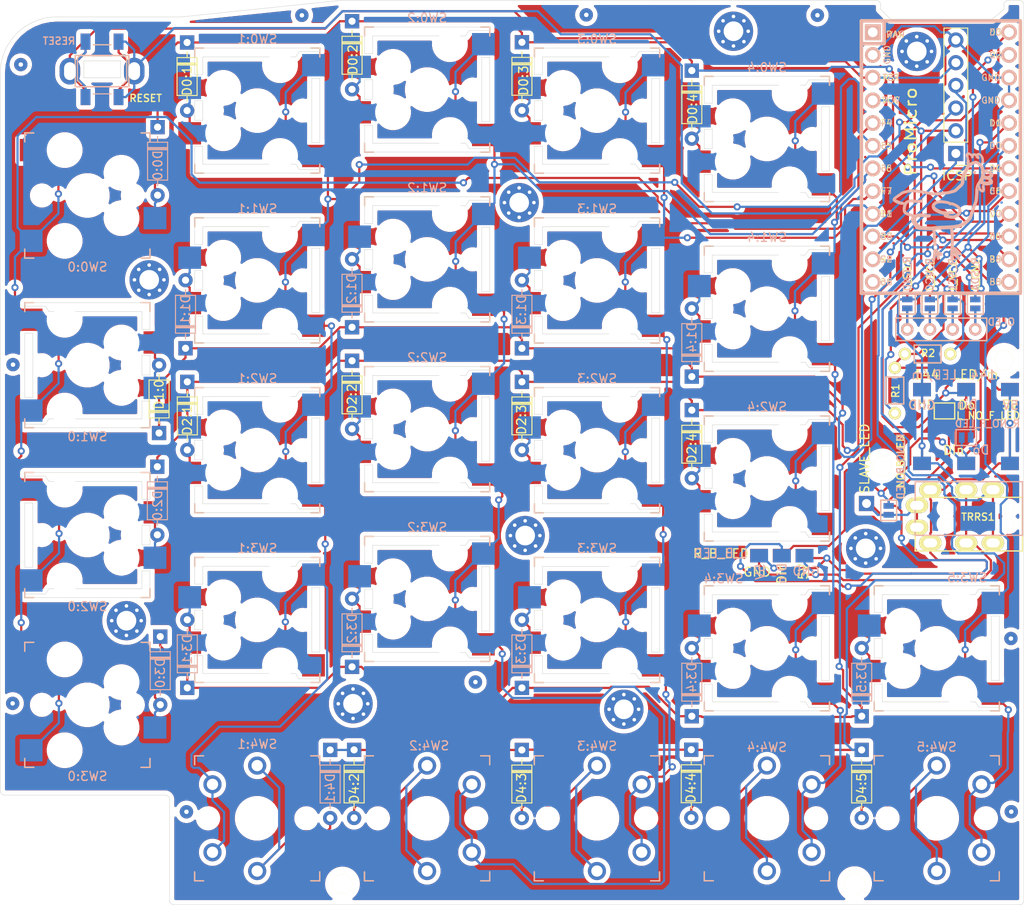
<source format=kicad_pcb>
(kicad_pcb (version 20171130) (host pcbnew 5.1.5)
  (title_block (title ErgoSlab) (rev 0.3.0) (company "By Tom Saleeba") (comment 1 "MIT License"))
  (layers (0 F.Cu signal hide) (31 B.Cu signal hide) (34 B.Paste user hide) (35 F.Paste user hide) (36 B.SilkS user hide) (37 F.SilkS user hide) (38 B.Mask user hide) (39 F.Mask user hide) (44 Edge.Cuts user))
  (net 0 "")
  (net 1 Row0)
  (net 2 Col0)
  (net 3 Col1)
  (net 4 Col2)
  (net 5 GND)
  (net 6 Reset)
  (net 7 data)
  (net 8 VCC)
  (net 9 Row1)
  (net 10 Row2)
  (net 11 Row3)
  (net 12 Col3)
  (net 13 Col4)
  (net 14 Col5)
  (net 15 Row4)
  (net 16 "Net-(D0:0-Pad2)")
  (net 17 "Net-(D0:1-Pad2)")
  (net 18 "Net-(D0:2-Pad2)")
  (net 19 "Net-(D0:3-Pad2)")
  (net 20 "Net-(D0:4-Pad2)")
  (net 21 "Net-(D1:0-Pad2)")
  (net 22 "Net-(D1:1-Pad2)")
  (net 23 "Net-(D1:2-Pad2)")
  (net 24 "Net-(D1:3-Pad2)")
  (net 25 "Net-(D1:4-Pad2)")
  (net 26 "Net-(D2:0-Pad2)")
  (net 27 "Net-(D2:1-Pad2)")
  (net 28 "Net-(D2:2-Pad2)")
  (net 29 "Net-(D2:3-Pad2)")
  (net 30 "Net-(D2:4-Pad2)")
  (net 31 "Net-(D3:0-Pad2)")
  (net 32 "Net-(D3:1-Pad2)")
  (net 33 "Net-(D3:2-Pad2)")
  (net 34 "Net-(D3:3-Pad2)")
  (net 35 "Net-(D3:4-Pad2)")
  (net 36 "Net-(D3:5-Pad2)")
  (net 37 "Net-(D4:1-Pad2)")
  (net 38 "Net-(D4:2-Pad2)")
  (net 39 "Net-(D4:3-Pad2)")
  (net 40 "Net-(D4:4-Pad2)")
  (net 41 "Net-(D4:5-Pad2)")
  (net 42 SCL)
  (net 43 SDA)
  (net 44 LED)
  (net 45 "Net-(JP1-Pad2)")
  (net 46 "Net-(JP2-Pad2)")
  (net 47 "Net-(JP3-Pad2)")
  (net 48 "Net-(JP4-Pad2)")
  (net 49 "Net-(PM1-Pad1)")
  (net 50 "Net-(PM1-Pad12)")
  (net 51 "Net-(PM1-Pad24)")
  (net 52 "Net-(J1-Pad2)")
  (net 53 "Net-(J2-Pad2)")
  (net 54 SLAVE_LED)
  (net 55 MOSI)
  (module footprints:SW_TACT_ALPS_SKQGABE010 (layer B.Cu) (at 83.84 51.935 90)
    (fp_text reference SW-reset3 hide)
    (fp_text value SW_Push hide)
    (pad 1 smd rect (at -3.1 1.85 90) (size 1.8 1.1) (layers B.Cu B.Paste B.Mask) (net 5 GND))
    (pad 1 smd rect (at 3.1 1.85 90) (size 1.8 1.1) (layers B.Cu B.Paste B.Mask) (net 5 GND))
    (pad 2 smd rect (at -3.1 -1.85 90) (size 1.8 1.1) (layers B.Cu B.Paste B.Mask) (net 6 Reset))
    (pad 2 smd rect (at 3.1 -1.85 90) (size 1.8 1.1) (layers B.Cu B.Paste B.Mask) (net 6 Reset))
  )
  (module footprints:SW_TACT_ALPS_SKQGABE010 (layer F.Cu) (at 83.84 51.935 270)
    (fp_text reference SW-reset2 hide)
    (fp_text value SW_Push hide)
    (pad 1 smd rect (at -3.1 -1.85 270) (size 1.8 1.1) (layers F.Cu F.Paste F.Mask) (net 5 GND))
    (pad 1 smd rect (at 3.1 -1.85 270) (size 1.8 1.1) (layers F.Cu F.Paste F.Mask) (net 5 GND))
    (pad 2 smd rect (at -3.1 1.85 270) (size 1.8 1.1) (layers F.Cu F.Paste F.Mask) (net 6 Reset))
    (pad 2 smd rect (at 3.1 1.85 270) (size 1.8 1.1) (layers F.Cu F.Paste F.Mask) (net 6 Reset))
  )
  (module footprints:ws2812-single (layer B.Cu) (at 180.54 91.98 90)
    (fp_text reference LED_R1 hide)
    (fp_text value SK6812mini hide)
    (fp_text user "144  LED/m" (at 5.85 -1.45) (layer B.SilkS) (effects (justify mirror)))
    (fp_text user Do (at -2.55 1.59 180) (layer B.SilkS) (effects (justify mirror)))
    (fp_text user Din (at 2.56 0.04 180) (layer B.SilkS) (effects (justify mirror)))
    (fp_text user GND (at 2.47 -5 180) (layer B.SilkS) (effects (justify mirror)))
    (fp_text user 5V (at 2.43 4.93 180) (layer B.SilkS) (effects (justify mirror)))
    (pad 4 smd rect (at -4.05 4.84 90) (size 1.5 2) (layers B.Cu B.Paste B.Mask) (net 8 VCC))
    (pad 3 smd rect (at 4.2 -0.05 270) (size 1.5 2) (layers B.Cu B.Paste B.Mask) (net 44 LED))
    (pad 2 smd rect (at -4.05 -4.99 90) (size 1.5 2) (layers B.Cu B.Paste B.Mask) (net 5 GND))
    (pad 4 smd rect (at 4.2 4.84 90) (size 1.5 2) (layers B.Cu B.Paste B.Mask) (net 8 VCC))
    (pad 1 smd rect (at -4.05 -0.05 270) (size 1.5 2) (layers B.Cu B.Paste B.Mask) (net 53 "Net-(J2-Pad2)"))
    (pad 2 smd rect (at 4.2 -4.99 90) (size 1.5 2) (layers B.Cu B.Paste B.Mask) (net 5 GND))
  )
  (module footprints:ws2812-single (layer F.Cu) (at 180.54 91.83 270)
    (fp_text reference LED_L1 hide)
    (fp_text value SK6812mini)
    (fp_text user "144  LED/m" (at -5.73 1.19 180) (layer F.SilkS))
    (fp_text user Do (at -2.32 0 180) (layer F.SilkS))
    (fp_text user Din (at 2.73 1.45 180) (layer F.SilkS))
    (fp_text user GND (at -2.35 5.03 180) (layer F.SilkS))
    (fp_text user 5V (at -2.35 -4.83) (layer F.SilkS))
    (pad 4 smd rect (at -4.05 -4.84 270) (size 1.5 2) (layers F.Cu F.Paste F.Mask) (net 8 VCC))
    (pad 3 smd rect (at 4.2 0.05 90) (size 1.5 2) (layers F.Cu F.Paste F.Mask) (net 44 LED))
    (pad 2 smd rect (at -4.05 4.99 270) (size 1.5 2) (layers F.Cu F.Paste F.Mask) (net 5 GND))
    (pad 4 smd rect (at 4.2 -4.84 270) (size 1.5 2) (layers F.Cu F.Paste F.Mask) (net 8 VCC))
    (pad 1 smd rect (at -4.05 0.05 90) (size 1.5 2) (layers F.Cu F.Paste F.Mask) (net 52 "Net-(J1-Pad2)"))
    (pad 2 smd rect (at 4.2 4.99 270) (size 1.5 2) (layers F.Cu F.Paste F.Mask) (net 5 GND))
  )
  (module footprints:chicken (layer B.Cu) (at 177.89 67.49 180)
    (fp_text reference G*** hide)
    (fp_text value LOGO hide)
  )
  (module footprints:Kailh_socket_reversible (layer F.Cu) (at 139.2 113.555)
    (fp_text reference SW3:3 (at 0 -8) (layer B.SilkS) (effects (justify mirror)))
    (fp_text value SW_Push)
    (pad 2 smd rect (at -7.56 2.54) (size 2.55 2.5) (layers F.Cu F.Paste F.Mask) (net 34 "Net-(D3:3-Pad2)"))
    (pad "" np_thru_hole circle (at -5.08 0) (size 1.7018 1.7018) (drill 1.7018) (layers *.Cu *.Mask))
    (pad "" np_thru_hole circle (at 5.08 0) (size 1.7018 1.7018) (drill 1.7018) (layers *.Cu *.Mask))
    (pad "" np_thru_hole circle (at 0 0) (size 3.9878 3.9878) (drill 3.9878) (layers *.Cu *.Mask))
    (pad "" np_thru_hole circle (at -3.81 -2.54) (size 3 3) (drill 3) (layers *.Cu *.Mask))
    (pad "" np_thru_hole circle (at 2.54 -5.08) (size 3 3) (drill 3) (layers *.Cu *.Mask))
    (pad 1 smd rect (at 6.29 5.08) (size 2.55 2.5) (layers F.Cu F.Paste F.Mask) (net 12 Col3))
    (pad "" np_thru_hole circle (at 2.54 5.08) (size 3 3) (drill 3) (layers *.Cu *.Mask))
    (pad "" np_thru_hole circle (at -3.81 2.54) (size 3 3) (drill 3) (layers *.Cu *.Mask))
    (pad 1 smd rect (at 6.29 -5.08) (size 2.55 2.5) (layers B.Cu B.Paste B.Mask) (net 12 Col3))
    (pad 2 smd rect (at -7.56 -2.54) (size 2.55 2.5) (layers B.Cu B.Paste B.Mask) (net 34 "Net-(D3:3-Pad2)"))
  )
  (module footprints:kailh-choc-solder-reversible (layer F.Cu) (at 177.195 135.745)
    (fp_text reference SW4:5 (at -0.015 -7.975) (layer B.SilkS) (effects (justify mirror)))
    (fp_text value SW_Push)
    (pad 2 thru_hole circle (at 0 -5.9 180) (size 2.032 2.032) (drill 1.27) (layers *.Cu *.Mask) (net 41 "Net-(D4:5-Pad2)"))
    (pad "" np_thru_hole circle (at -5.5 0) (size 1.7018 1.7018) (drill 1.7018) (layers *.Cu *.Mask))
    (pad "" np_thru_hole circle (at 5.5 0) (size 1.7018 1.7018) (drill 1.7018) (layers *.Cu *.Mask))
    (pad 2 thru_hole circle (at 0 5.9) (size 2.032 2.032) (drill 1.27) (layers *.Cu *.Mask) (net 41 "Net-(D4:5-Pad2)"))
    (pad 1 thru_hole circle (at 5 -3.8 180) (size 2.032 2.032) (drill 1.27) (layers *.Cu *.Mask) (net 14 Col5))
    (pad "" np_thru_hole circle (at 0 0) (size 3.429 3.429) (drill 3.429) (layers *.Cu *.Mask))
    (pad 1 thru_hole circle (at 5 3.8) (size 2.032 2.032) (drill 1.27) (layers *.Cu *.Mask) (net 14 Col5))
    (pad "" np_thru_hole circle (at 0 0) (size 3.9878 3.9878) (drill 3.9878) (layers *.Cu *.Mask))
  )
  (module footprints:kailh-choc-solder-reversible (layer F.Cu) (at 158.2 135.745)
    (fp_text reference SW4:4 (at -0.01 -7.945) (layer B.SilkS) (effects (justify mirror)))
    (fp_text value SW_Push)
    (pad 2 thru_hole circle (at 0 -5.9 180) (size 2.032 2.032) (drill 1.27) (layers *.Cu *.Mask) (net 40 "Net-(D4:4-Pad2)"))
    (pad "" np_thru_hole circle (at -5.5 0) (size 1.7018 1.7018) (drill 1.7018) (layers *.Cu *.Mask))
    (pad "" np_thru_hole circle (at 5.5 0) (size 1.7018 1.7018) (drill 1.7018) (layers *.Cu *.Mask))
    (pad 2 thru_hole circle (at 0 5.9) (size 2.032 2.032) (drill 1.27) (layers *.Cu *.Mask) (net 40 "Net-(D4:4-Pad2)"))
    (pad 1 thru_hole circle (at 5 -3.8 180) (size 2.032 2.032) (drill 1.27) (layers *.Cu *.Mask) (net 13 Col4))
    (pad "" np_thru_hole circle (at 0 0) (size 3.429 3.429) (drill 3.429) (layers *.Cu *.Mask))
    (pad 1 thru_hole circle (at 5 3.8) (size 2.032 2.032) (drill 1.27) (layers *.Cu *.Mask) (net 13 Col4))
    (pad "" np_thru_hole circle (at 0 0) (size 3.9878 3.9878) (drill 3.9878) (layers *.Cu *.Mask))
  )
  (module footprints:kailh-choc-solder-reversible (layer F.Cu) (at 139.19 135.75)
    (fp_text reference SW4:3 (at 0 -8.08) (layer B.SilkS) (effects (justify mirror)))
    (fp_text value SW_Push)
    (pad 2 thru_hole circle (at 0 -5.9 180) (size 2.032 2.032) (drill 1.27) (layers *.Cu *.Mask) (net 39 "Net-(D4:3-Pad2)"))
    (pad "" np_thru_hole circle (at -5.5 0) (size 1.7018 1.7018) (drill 1.7018) (layers *.Cu *.Mask))
    (pad "" np_thru_hole circle (at 5.5 0) (size 1.7018 1.7018) (drill 1.7018) (layers *.Cu *.Mask))
    (pad 2 thru_hole circle (at 0 5.9) (size 2.032 2.032) (drill 1.27) (layers *.Cu *.Mask) (net 39 "Net-(D4:3-Pad2)"))
    (pad 1 thru_hole circle (at 5 -3.8 180) (size 2.032 2.032) (drill 1.27) (layers *.Cu *.Mask) (net 12 Col3))
    (pad "" np_thru_hole circle (at 0 0) (size 3.429 3.429) (drill 3.429) (layers *.Cu *.Mask))
    (pad 1 thru_hole circle (at 5 3.8) (size 2.032 2.032) (drill 1.27) (layers *.Cu *.Mask) (net 12 Col3))
    (pad "" np_thru_hole circle (at 0 0) (size 3.9878 3.9878) (drill 3.9878) (layers *.Cu *.Mask))
  )
  (module footprints:kailh-choc-solder-reversible (layer F.Cu) (at 120.19 135.75)
    (fp_text reference SW4:2 (at 0.23 -8.12) (layer B.SilkS) (effects (justify mirror)))
    (fp_text value SW_Push)
    (pad 2 thru_hole circle (at 0 -5.9 180) (size 2.032 2.032) (drill 1.27) (layers *.Cu *.Mask) (net 38 "Net-(D4:2-Pad2)"))
    (pad "" np_thru_hole circle (at -5.5 0) (size 1.7018 1.7018) (drill 1.7018) (layers *.Cu *.Mask))
    (pad "" np_thru_hole circle (at 5.5 0) (size 1.7018 1.7018) (drill 1.7018) (layers *.Cu *.Mask))
    (pad 2 thru_hole circle (at 0 5.9) (size 2.032 2.032) (drill 1.27) (layers *.Cu *.Mask) (net 38 "Net-(D4:2-Pad2)"))
    (pad 1 thru_hole circle (at 5 -3.8 180) (size 2.032 2.032) (drill 1.27) (layers *.Cu *.Mask) (net 4 Col2))
    (pad "" np_thru_hole circle (at 0 0) (size 3.429 3.429) (drill 3.429) (layers *.Cu *.Mask))
    (pad 1 thru_hole circle (at 5 3.8) (size 2.032 2.032) (drill 1.27) (layers *.Cu *.Mask) (net 4 Col2))
    (pad "" np_thru_hole circle (at 0 0) (size 3.9878 3.9878) (drill 3.9878) (layers *.Cu *.Mask))
  )
  (module footprints:kailh-choc-solder-reversible (layer F.Cu) (at 101.19 135.75 180)
    (fp_text reference SW4:1 (at 0 8.3) (layer B.SilkS) (effects (justify mirror)))
    (fp_text value SW_Push)
    (pad 2 thru_hole circle (at 0 -5.9) (size 2.032 2.032) (drill 1.27) (layers *.Cu *.Mask) (net 37 "Net-(D4:1-Pad2)"))
    (pad "" np_thru_hole circle (at -5.5 0 180) (size 1.7018 1.7018) (drill 1.7018) (layers *.Cu *.Mask))
    (pad "" np_thru_hole circle (at 5.5 0 180) (size 1.7018 1.7018) (drill 1.7018) (layers *.Cu *.Mask))
    (pad 2 thru_hole circle (at 0 5.9 180) (size 2.032 2.032) (drill 1.27) (layers *.Cu *.Mask) (net 37 "Net-(D4:1-Pad2)"))
    (pad 1 thru_hole circle (at 5 -3.8) (size 2.032 2.032) (drill 1.27) (layers *.Cu *.Mask) (net 3 Col1))
    (pad "" np_thru_hole circle (at 0 0 180) (size 3.429 3.429) (drill 3.429) (layers *.Cu *.Mask))
    (pad 1 thru_hole circle (at 5 3.8 180) (size 2.032 2.032) (drill 1.27) (layers *.Cu *.Mask) (net 3 Col1))
    (pad "" np_thru_hole circle (at 0 0 180) (size 3.9878 3.9878) (drill 3.9878) (layers *.Cu *.Mask))
  )
  (module footprints:Kailh_socket_reversible (layer F.Cu) (at 158.2 116.725)
    (fp_text reference SW3:4 (at -4.85 -7.795) (layer B.SilkS) (effects (justify mirror)))
    (fp_text value SW_Push)
    (pad 2 smd rect (at -7.56 2.54) (size 2.55 2.5) (layers F.Cu F.Paste F.Mask) (net 35 "Net-(D3:4-Pad2)"))
    (pad "" np_thru_hole circle (at -5.08 0) (size 1.7018 1.7018) (drill 1.7018) (layers *.Cu *.Mask))
    (pad "" np_thru_hole circle (at 5.08 0) (size 1.7018 1.7018) (drill 1.7018) (layers *.Cu *.Mask))
    (pad "" np_thru_hole circle (at 0 0) (size 3.9878 3.9878) (drill 3.9878) (layers *.Cu *.Mask))
    (pad "" np_thru_hole circle (at -3.81 -2.54) (size 3 3) (drill 3) (layers *.Cu *.Mask))
    (pad "" np_thru_hole circle (at 2.54 -5.08) (size 3 3) (drill 3) (layers *.Cu *.Mask))
    (pad 1 smd rect (at 6.29 5.08) (size 2.55 2.5) (layers F.Cu F.Paste F.Mask) (net 13 Col4))
    (pad "" np_thru_hole circle (at 2.54 5.08) (size 3 3) (drill 3) (layers *.Cu *.Mask))
    (pad "" np_thru_hole circle (at -3.81 2.54) (size 3 3) (drill 3) (layers *.Cu *.Mask))
    (pad 1 smd rect (at 6.29 -5.08) (size 2.55 2.5) (layers B.Cu B.Paste B.Mask) (net 13 Col4))
    (pad 2 smd rect (at -7.56 -2.54) (size 2.55 2.5) (layers B.Cu B.Paste B.Mask) (net 35 "Net-(D3:4-Pad2)"))
  )
  (module footprints:Kailh_socket_reversible (layer F.Cu) (at 120.2 111.2)
    (fp_text reference SW3:2 (at 0 -8) (layer B.SilkS) (effects (justify mirror)))
    (fp_text value SW_Push)
    (pad 2 smd rect (at -7.56 2.54) (size 2.55 2.5) (layers F.Cu F.Paste F.Mask) (net 33 "Net-(D3:2-Pad2)"))
    (pad "" np_thru_hole circle (at -5.08 0) (size 1.7018 1.7018) (drill 1.7018) (layers *.Cu *.Mask))
    (pad "" np_thru_hole circle (at 5.08 0) (size 1.7018 1.7018) (drill 1.7018) (layers *.Cu *.Mask))
    (pad "" np_thru_hole circle (at 0 0) (size 3.9878 3.9878) (drill 3.9878) (layers *.Cu *.Mask))
    (pad "" np_thru_hole circle (at -3.81 -2.54) (size 3 3) (drill 3) (layers *.Cu *.Mask))
    (pad "" np_thru_hole circle (at 2.54 -5.08) (size 3 3) (drill 3) (layers *.Cu *.Mask))
    (pad 1 smd rect (at 6.29 5.08) (size 2.55 2.5) (layers F.Cu F.Paste F.Mask) (net 4 Col2))
    (pad "" np_thru_hole circle (at 2.54 5.08) (size 3 3) (drill 3) (layers *.Cu *.Mask))
    (pad "" np_thru_hole circle (at -3.81 2.54) (size 3 3) (drill 3) (layers *.Cu *.Mask))
    (pad 1 smd rect (at 6.29 -5.08) (size 2.55 2.5) (layers B.Cu B.Paste B.Mask) (net 4 Col2))
    (pad 2 smd rect (at -7.56 -2.54) (size 2.55 2.5) (layers B.Cu B.Paste B.Mask) (net 33 "Net-(D3:2-Pad2)"))
  )
  (module footprints:Kailh_socket_reversible (layer F.Cu) (at 101.2 113.55)
    (fp_text reference SW3:1 (at 0 -8) (layer B.SilkS) (effects (justify mirror)))
    (fp_text value SW_Push)
    (pad 2 smd rect (at -7.56 2.54) (size 2.55 2.5) (layers F.Cu F.Paste F.Mask) (net 32 "Net-(D3:1-Pad2)"))
    (pad "" np_thru_hole circle (at -5.08 0) (size 1.7018 1.7018) (drill 1.7018) (layers *.Cu *.Mask))
    (pad "" np_thru_hole circle (at 5.08 0) (size 1.7018 1.7018) (drill 1.7018) (layers *.Cu *.Mask))
    (pad "" np_thru_hole circle (at 0 0) (size 3.9878 3.9878) (drill 3.9878) (layers *.Cu *.Mask))
    (pad "" np_thru_hole circle (at -3.81 -2.54) (size 3 3) (drill 3) (layers *.Cu *.Mask))
    (pad "" np_thru_hole circle (at 2.54 -5.08) (size 3 3) (drill 3) (layers *.Cu *.Mask))
    (pad 1 smd rect (at 6.29 5.08) (size 2.55 2.5) (layers F.Cu F.Paste F.Mask) (net 3 Col1))
    (pad "" np_thru_hole circle (at 2.54 5.08) (size 3 3) (drill 3) (layers *.Cu *.Mask))
    (pad "" np_thru_hole circle (at -3.81 2.54) (size 3 3) (drill 3) (layers *.Cu *.Mask))
    (pad 1 smd rect (at 6.29 -5.08) (size 2.55 2.5) (layers B.Cu B.Paste B.Mask) (net 3 Col1))
    (pad 2 smd rect (at -7.56 -2.54) (size 2.55 2.5) (layers B.Cu B.Paste B.Mask) (net 32 "Net-(D3:1-Pad2)"))
  )
  (module footprints:Kailh_socket_reversible (layer F.Cu) (at 82.2 123.05 180)
    (fp_text reference SW3:0 (at 0 -8) (layer B.SilkS) (effects (justify mirror)))
    (fp_text value SW_Push)
    (pad 2 smd rect (at -7.56 2.54 180) (size 2.55 2.5) (layers F.Cu F.Paste F.Mask) (net 31 "Net-(D3:0-Pad2)"))
    (pad "" np_thru_hole circle (at -5.08 0 180) (size 1.7018 1.7018) (drill 1.7018) (layers *.Cu *.Mask))
    (pad "" np_thru_hole circle (at 5.08 0 180) (size 1.7018 1.7018) (drill 1.7018) (layers *.Cu *.Mask))
    (pad "" np_thru_hole circle (at 0 0 180) (size 3.9878 3.9878) (drill 3.9878) (layers *.Cu *.Mask))
    (pad "" np_thru_hole circle (at -3.81 -2.54 180) (size 3 3) (drill 3) (layers *.Cu *.Mask))
    (pad "" np_thru_hole circle (at 2.54 -5.08 180) (size 3 3) (drill 3) (layers *.Cu *.Mask))
    (pad 1 smd rect (at 6.29 5.08 180) (size 2.55 2.5) (layers F.Cu F.Paste F.Mask) (net 2 Col0))
    (pad "" np_thru_hole circle (at 2.54 5.08 180) (size 3 3) (drill 3) (layers *.Cu *.Mask))
    (pad "" np_thru_hole circle (at -3.81 2.54 180) (size 3 3) (drill 3) (layers *.Cu *.Mask))
    (pad 1 smd rect (at 6.29 -5.08 180) (size 2.55 2.5) (layers B.Cu B.Paste B.Mask) (net 2 Col0))
    (pad 2 smd rect (at -7.56 -2.54 180) (size 2.55 2.5) (layers B.Cu B.Paste B.Mask) (net 31 "Net-(D3:0-Pad2)"))
  )
  (module footprints:Kailh_socket_reversible (layer F.Cu) (at 158.2 97.725)
    (fp_text reference SW2:4 (at 0 -8) (layer B.SilkS) (effects (justify mirror)))
    (fp_text value SW_Push)
    (pad 2 smd rect (at -7.56 2.54) (size 2.55 2.5) (layers F.Cu F.Paste F.Mask) (net 30 "Net-(D2:4-Pad2)"))
    (pad "" np_thru_hole circle (at -5.08 0) (size 1.7018 1.7018) (drill 1.7018) (layers *.Cu *.Mask))
    (pad "" np_thru_hole circle (at 5.08 0) (size 1.7018 1.7018) (drill 1.7018) (layers *.Cu *.Mask))
    (pad "" np_thru_hole circle (at 0 0) (size 3.9878 3.9878) (drill 3.9878) (layers *.Cu *.Mask))
    (pad "" np_thru_hole circle (at -3.81 -2.54) (size 3 3) (drill 3) (layers *.Cu *.Mask))
    (pad "" np_thru_hole circle (at 2.54 -5.08) (size 3 3) (drill 3) (layers *.Cu *.Mask))
    (pad 1 smd rect (at 6.29 5.08) (size 2.55 2.5) (layers F.Cu F.Paste F.Mask) (net 13 Col4))
    (pad "" np_thru_hole circle (at 2.54 5.08) (size 3 3) (drill 3) (layers *.Cu *.Mask))
    (pad "" np_thru_hole circle (at -3.81 2.54) (size 3 3) (drill 3) (layers *.Cu *.Mask))
    (pad 1 smd rect (at 6.29 -5.08) (size 2.55 2.5) (layers B.Cu B.Paste B.Mask) (net 13 Col4))
    (pad 2 smd rect (at -7.56 -2.54) (size 2.55 2.5) (layers B.Cu B.Paste B.Mask) (net 30 "Net-(D2:4-Pad2)"))
  )
  (module footprints:Kailh_socket_reversible (layer F.Cu) (at 139.2 94.555)
    (fp_text reference SW2:3 (at 0 -8) (layer B.SilkS) (effects (justify mirror)))
    (fp_text value SW_Push)
    (pad 2 smd rect (at -7.56 2.54) (size 2.55 2.5) (layers F.Cu F.Paste F.Mask) (net 29 "Net-(D2:3-Pad2)"))
    (pad "" np_thru_hole circle (at -5.08 0) (size 1.7018 1.7018) (drill 1.7018) (layers *.Cu *.Mask))
    (pad "" np_thru_hole circle (at 5.08 0) (size 1.7018 1.7018) (drill 1.7018) (layers *.Cu *.Mask))
    (pad "" np_thru_hole circle (at 0 0) (size 3.9878 3.9878) (drill 3.9878) (layers *.Cu *.Mask))
    (pad "" np_thru_hole circle (at -3.81 -2.54) (size 3 3) (drill 3) (layers *.Cu *.Mask))
    (pad "" np_thru_hole circle (at 2.54 -5.08) (size 3 3) (drill 3) (layers *.Cu *.Mask))
    (pad 1 smd rect (at 6.29 5.08) (size 2.55 2.5) (layers F.Cu F.Paste F.Mask) (net 12 Col3))
    (pad "" np_thru_hole circle (at 2.54 5.08) (size 3 3) (drill 3) (layers *.Cu *.Mask))
    (pad "" np_thru_hole circle (at -3.81 2.54) (size 3 3) (drill 3) (layers *.Cu *.Mask))
    (pad 1 smd rect (at 6.29 -5.08) (size 2.55 2.5) (layers B.Cu B.Paste B.Mask) (net 12 Col3))
    (pad 2 smd rect (at -7.56 -2.54) (size 2.55 2.5) (layers B.Cu B.Paste B.Mask) (net 29 "Net-(D2:3-Pad2)"))
  )
  (module footprints:Kailh_socket_reversible (layer F.Cu) (at 120.2 92.2)
    (fp_text reference SW2:2 (at 0 -8) (layer B.SilkS) (effects (justify mirror)))
    (fp_text value SW_Push)
    (pad 2 smd rect (at -7.56 2.54) (size 2.55 2.5) (layers F.Cu F.Paste F.Mask) (net 28 "Net-(D2:2-Pad2)"))
    (pad "" np_thru_hole circle (at -5.08 0) (size 1.7018 1.7018) (drill 1.7018) (layers *.Cu *.Mask))
    (pad "" np_thru_hole circle (at 5.08 0) (size 1.7018 1.7018) (drill 1.7018) (layers *.Cu *.Mask))
    (pad "" np_thru_hole circle (at 0 0) (size 3.9878 3.9878) (drill 3.9878) (layers *.Cu *.Mask))
    (pad "" np_thru_hole circle (at -3.81 -2.54) (size 3 3) (drill 3) (layers *.Cu *.Mask))
    (pad "" np_thru_hole circle (at 2.54 -5.08) (size 3 3) (drill 3) (layers *.Cu *.Mask))
    (pad 1 smd rect (at 6.29 5.08) (size 2.55 2.5) (layers F.Cu F.Paste F.Mask) (net 4 Col2))
    (pad "" np_thru_hole circle (at 2.54 5.08) (size 3 3) (drill 3) (layers *.Cu *.Mask))
    (pad "" np_thru_hole circle (at -3.81 2.54) (size 3 3) (drill 3) (layers *.Cu *.Mask))
    (pad 1 smd rect (at 6.29 -5.08) (size 2.55 2.5) (layers B.Cu B.Paste B.Mask) (net 4 Col2))
    (pad 2 smd rect (at -7.56 -2.54) (size 2.55 2.5) (layers B.Cu B.Paste B.Mask) (net 28 "Net-(D2:2-Pad2)"))
  )
  (module footprints:Kailh_socket_reversible (layer F.Cu) (at 101.2 94.55)
    (fp_text reference SW2:1 (at 0 -8) (layer B.SilkS) (effects (justify mirror)))
    (fp_text value SW_Push)
    (pad 2 smd rect (at -7.56 2.54) (size 2.55 2.5) (layers F.Cu F.Paste F.Mask) (net 27 "Net-(D2:1-Pad2)"))
    (pad "" np_thru_hole circle (at -5.08 0) (size 1.7018 1.7018) (drill 1.7018) (layers *.Cu *.Mask))
    (pad "" np_thru_hole circle (at 5.08 0) (size 1.7018 1.7018) (drill 1.7018) (layers *.Cu *.Mask))
    (pad "" np_thru_hole circle (at 0 0) (size 3.9878 3.9878) (drill 3.9878) (layers *.Cu *.Mask))
    (pad "" np_thru_hole circle (at -3.81 -2.54) (size 3 3) (drill 3) (layers *.Cu *.Mask))
    (pad "" np_thru_hole circle (at 2.54 -5.08) (size 3 3) (drill 3) (layers *.Cu *.Mask))
    (pad 1 smd rect (at 6.29 5.08) (size 2.55 2.5) (layers F.Cu F.Paste F.Mask) (net 3 Col1))
    (pad "" np_thru_hole circle (at 2.54 5.08) (size 3 3) (drill 3) (layers *.Cu *.Mask))
    (pad "" np_thru_hole circle (at -3.81 2.54) (size 3 3) (drill 3) (layers *.Cu *.Mask))
    (pad 1 smd rect (at 6.29 -5.08) (size 2.55 2.5) (layers B.Cu B.Paste B.Mask) (net 3 Col1))
    (pad 2 smd rect (at -7.56 -2.54) (size 2.55 2.5) (layers B.Cu B.Paste B.Mask) (net 27 "Net-(D2:1-Pad2)"))
  )
  (module footprints:Kailh_socket_reversible (layer F.Cu) (at 82.2 104.05 180)
    (fp_text reference SW2:0 (at 0 -8) (layer B.SilkS) (effects (justify mirror)))
    (fp_text value SW_Push)
    (pad 2 smd rect (at -7.56 2.54 180) (size 2.55 2.5) (layers F.Cu F.Paste F.Mask) (net 26 "Net-(D2:0-Pad2)"))
    (pad "" np_thru_hole circle (at -5.08 0 180) (size 1.7018 1.7018) (drill 1.7018) (layers *.Cu *.Mask))
    (pad "" np_thru_hole circle (at 5.08 0 180) (size 1.7018 1.7018) (drill 1.7018) (layers *.Cu *.Mask))
    (pad "" np_thru_hole circle (at 0 0 180) (size 3.9878 3.9878) (drill 3.9878) (layers *.Cu *.Mask))
    (pad "" np_thru_hole circle (at -3.81 -2.54 180) (size 3 3) (drill 3) (layers *.Cu *.Mask))
    (pad "" np_thru_hole circle (at 2.54 -5.08 180) (size 3 3) (drill 3) (layers *.Cu *.Mask))
    (pad 1 smd rect (at 6.29 5.08 180) (size 2.55 2.5) (layers F.Cu F.Paste F.Mask) (net 2 Col0))
    (pad "" np_thru_hole circle (at 2.54 5.08 180) (size 3 3) (drill 3) (layers *.Cu *.Mask))
    (pad "" np_thru_hole circle (at -3.81 2.54 180) (size 3 3) (drill 3) (layers *.Cu *.Mask))
    (pad 1 smd rect (at 6.29 -5.08 180) (size 2.55 2.5) (layers B.Cu B.Paste B.Mask) (net 2 Col0))
    (pad 2 smd rect (at -7.56 -2.54 180) (size 2.55 2.5) (layers B.Cu B.Paste B.Mask) (net 26 "Net-(D2:0-Pad2)"))
  )
  (module footprints:Kailh_socket_reversible (layer F.Cu) (at 158.2 78.725)
    (fp_text reference SW1:4 (at 0 -8) (layer B.SilkS) (effects (justify mirror)))
    (fp_text value SW_Push)
    (pad 2 smd rect (at -7.56 2.54) (size 2.55 2.5) (layers F.Cu F.Paste F.Mask) (net 25 "Net-(D1:4-Pad2)"))
    (pad "" np_thru_hole circle (at -5.08 0) (size 1.7018 1.7018) (drill 1.7018) (layers *.Cu *.Mask))
    (pad "" np_thru_hole circle (at 5.08 0) (size 1.7018 1.7018) (drill 1.7018) (layers *.Cu *.Mask))
    (pad "" np_thru_hole circle (at 0 0) (size 3.9878 3.9878) (drill 3.9878) (layers *.Cu *.Mask))
    (pad "" np_thru_hole circle (at -3.81 -2.54) (size 3 3) (drill 3) (layers *.Cu *.Mask))
    (pad "" np_thru_hole circle (at 2.54 -5.08) (size 3 3) (drill 3) (layers *.Cu *.Mask))
    (pad 1 smd rect (at 6.29 5.08) (size 2.55 2.5) (layers F.Cu F.Paste F.Mask) (net 13 Col4))
    (pad "" np_thru_hole circle (at 2.54 5.08) (size 3 3) (drill 3) (layers *.Cu *.Mask))
    (pad "" np_thru_hole circle (at -3.81 2.54) (size 3 3) (drill 3) (layers *.Cu *.Mask))
    (pad 1 smd rect (at 6.29 -5.08) (size 2.55 2.5) (layers B.Cu B.Paste B.Mask) (net 13 Col4))
    (pad 2 smd rect (at -7.56 -2.54) (size 2.55 2.5) (layers B.Cu B.Paste B.Mask) (net 25 "Net-(D1:4-Pad2)"))
  )
  (module footprints:Kailh_socket_reversible (layer F.Cu) (at 139.2 75.555)
    (fp_text reference SW1:3 (at 0 -8) (layer B.SilkS) (effects (justify mirror)))
    (fp_text value SW_Push)
    (pad 2 smd rect (at -7.56 2.54) (size 2.55 2.5) (layers F.Cu F.Paste F.Mask) (net 24 "Net-(D1:3-Pad2)"))
    (pad "" np_thru_hole circle (at -5.08 0) (size 1.7018 1.7018) (drill 1.7018) (layers *.Cu *.Mask))
    (pad "" np_thru_hole circle (at 5.08 0) (size 1.7018 1.7018) (drill 1.7018) (layers *.Cu *.Mask))
    (pad "" np_thru_hole circle (at 0 0) (size 3.9878 3.9878) (drill 3.9878) (layers *.Cu *.Mask))
    (pad "" np_thru_hole circle (at -3.81 -2.54) (size 3 3) (drill 3) (layers *.Cu *.Mask))
    (pad "" np_thru_hole circle (at 2.54 -5.08) (size 3 3) (drill 3) (layers *.Cu *.Mask))
    (pad 1 smd rect (at 6.29 5.08) (size 2.55 2.5) (layers F.Cu F.Paste F.Mask) (net 12 Col3))
    (pad "" np_thru_hole circle (at 2.54 5.08) (size 3 3) (drill 3) (layers *.Cu *.Mask))
    (pad "" np_thru_hole circle (at -3.81 2.54) (size 3 3) (drill 3) (layers *.Cu *.Mask))
    (pad 1 smd rect (at 6.29 -5.08) (size 2.55 2.5) (layers B.Cu B.Paste B.Mask) (net 12 Col3))
    (pad 2 smd rect (at -7.56 -2.54) (size 2.55 2.5) (layers B.Cu B.Paste B.Mask) (net 24 "Net-(D1:3-Pad2)"))
  )
  (module footprints:Kailh_socket_reversible (layer F.Cu) (at 120.2 73.2)
    (fp_text reference SW1:2 (at 0 -8) (layer B.SilkS) (effects (justify mirror)))
    (fp_text value SW_Push)
    (pad 2 smd rect (at -7.56 2.54) (size 2.55 2.5) (layers F.Cu F.Paste F.Mask) (net 23 "Net-(D1:2-Pad2)"))
    (pad "" np_thru_hole circle (at -5.08 0) (size 1.7018 1.7018) (drill 1.7018) (layers *.Cu *.Mask))
    (pad "" np_thru_hole circle (at 5.08 0) (size 1.7018 1.7018) (drill 1.7018) (layers *.Cu *.Mask))
    (pad "" np_thru_hole circle (at 0 0) (size 3.9878 3.9878) (drill 3.9878) (layers *.Cu *.Mask))
    (pad "" np_thru_hole circle (at -3.81 -2.54) (size 3 3) (drill 3) (layers *.Cu *.Mask))
    (pad "" np_thru_hole circle (at 2.54 -5.08) (size 3 3) (drill 3) (layers *.Cu *.Mask))
    (pad 1 smd rect (at 6.29 5.08) (size 2.55 2.5) (layers F.Cu F.Paste F.Mask) (net 4 Col2))
    (pad "" np_thru_hole circle (at 2.54 5.08) (size 3 3) (drill 3) (layers *.Cu *.Mask))
    (pad "" np_thru_hole circle (at -3.81 2.54) (size 3 3) (drill 3) (layers *.Cu *.Mask))
    (pad 1 smd rect (at 6.29 -5.08) (size 2.55 2.5) (layers B.Cu B.Paste B.Mask) (net 4 Col2))
    (pad 2 smd rect (at -7.56 -2.54) (size 2.55 2.5) (layers B.Cu B.Paste B.Mask) (net 23 "Net-(D1:2-Pad2)"))
  )
  (module footprints:Kailh_socket_reversible (layer F.Cu) (at 101.2 75.55)
    (fp_text reference SW1:1 (at 0 -8) (layer B.SilkS) (effects (justify mirror)))
    (fp_text value SW_Push)
    (pad 2 smd rect (at -7.56 2.54) (size 2.55 2.5) (layers F.Cu F.Paste F.Mask) (net 22 "Net-(D1:1-Pad2)"))
    (pad "" np_thru_hole circle (at -5.08 0) (size 1.7018 1.7018) (drill 1.7018) (layers *.Cu *.Mask))
    (pad "" np_thru_hole circle (at 5.08 0) (size 1.7018 1.7018) (drill 1.7018) (layers *.Cu *.Mask))
    (pad "" np_thru_hole circle (at 0 0) (size 3.9878 3.9878) (drill 3.9878) (layers *.Cu *.Mask))
    (pad "" np_thru_hole circle (at -3.81 -2.54) (size 3 3) (drill 3) (layers *.Cu *.Mask))
    (pad "" np_thru_hole circle (at 2.54 -5.08) (size 3 3) (drill 3) (layers *.Cu *.Mask))
    (pad 1 smd rect (at 6.29 5.08) (size 2.55 2.5) (layers F.Cu F.Paste F.Mask) (net 3 Col1))
    (pad "" np_thru_hole circle (at 2.54 5.08) (size 3 3) (drill 3) (layers *.Cu *.Mask))
    (pad "" np_thru_hole circle (at -3.81 2.54) (size 3 3) (drill 3) (layers *.Cu *.Mask))
    (pad 1 smd rect (at 6.29 -5.08) (size 2.55 2.5) (layers B.Cu B.Paste B.Mask) (net 3 Col1))
    (pad 2 smd rect (at -7.56 -2.54) (size 2.55 2.5) (layers B.Cu B.Paste B.Mask) (net 22 "Net-(D1:1-Pad2)"))
  )
  (module footprints:Kailh_socket_reversible (layer F.Cu) (at 82.1975 85.04 180)
    (fp_text reference SW1:0 (at 0 -8) (layer B.SilkS) (effects (justify mirror)))
    (fp_text value SW_Push)
    (pad 2 smd rect (at -7.56 2.54 180) (size 2.55 2.5) (layers F.Cu F.Paste F.Mask) (net 21 "Net-(D1:0-Pad2)"))
    (pad "" np_thru_hole circle (at -5.08 0 180) (size 1.7018 1.7018) (drill 1.7018) (layers *.Cu *.Mask))
    (pad "" np_thru_hole circle (at 5.08 0 180) (size 1.7018 1.7018) (drill 1.7018) (layers *.Cu *.Mask))
    (pad "" np_thru_hole circle (at 0 0 180) (size 3.9878 3.9878) (drill 3.9878) (layers *.Cu *.Mask))
    (pad "" np_thru_hole circle (at -3.81 -2.54 180) (size 3 3) (drill 3) (layers *.Cu *.Mask))
    (pad "" np_thru_hole circle (at 2.54 -5.08 180) (size 3 3) (drill 3) (layers *.Cu *.Mask))
    (pad 1 smd rect (at 6.29 5.08 180) (size 2.55 2.5) (layers F.Cu F.Paste F.Mask) (net 2 Col0))
    (pad "" np_thru_hole circle (at 2.54 5.08 180) (size 3 3) (drill 3) (layers *.Cu *.Mask))
    (pad "" np_thru_hole circle (at -3.81 2.54 180) (size 3 3) (drill 3) (layers *.Cu *.Mask))
    (pad 1 smd rect (at 6.29 -5.08 180) (size 2.55 2.5) (layers B.Cu B.Paste B.Mask) (net 2 Col0))
    (pad 2 smd rect (at -7.56 -2.54 180) (size 2.55 2.5) (layers B.Cu B.Paste B.Mask) (net 21 "Net-(D1:0-Pad2)"))
  )
  (module footprints:Kailh_socket_reversible (layer F.Cu) (at 158.2 59.725)
    (fp_text reference SW0:4 (at 0 -8) (layer B.SilkS) (effects (justify mirror)))
    (fp_text value SW_Push)
    (pad 2 smd rect (at -7.56 2.54) (size 2.55 2.5) (layers F.Cu F.Paste F.Mask) (net 20 "Net-(D0:4-Pad2)"))
    (pad "" np_thru_hole circle (at -5.08 0) (size 1.7018 1.7018) (drill 1.7018) (layers *.Cu *.Mask))
    (pad "" np_thru_hole circle (at 5.08 0) (size 1.7018 1.7018) (drill 1.7018) (layers *.Cu *.Mask))
    (pad "" np_thru_hole circle (at 0 0) (size 3.9878 3.9878) (drill 3.9878) (layers *.Cu *.Mask))
    (pad "" np_thru_hole circle (at -3.81 -2.54) (size 3 3) (drill 3) (layers *.Cu *.Mask))
    (pad "" np_thru_hole circle (at 2.54 -5.08) (size 3 3) (drill 3) (layers *.Cu *.Mask))
    (pad 1 smd rect (at 6.29 5.08) (size 2.55 2.5) (layers F.Cu F.Paste F.Mask) (net 13 Col4))
    (pad "" np_thru_hole circle (at 2.54 5.08) (size 3 3) (drill 3) (layers *.Cu *.Mask))
    (pad "" np_thru_hole circle (at -3.81 2.54) (size 3 3) (drill 3) (layers *.Cu *.Mask))
    (pad 1 smd rect (at 6.29 -5.08) (size 2.55 2.5) (layers B.Cu B.Paste B.Mask) (net 13 Col4))
    (pad 2 smd rect (at -7.56 -2.54) (size 2.55 2.5) (layers B.Cu B.Paste B.Mask) (net 20 "Net-(D0:4-Pad2)"))
  )
  (module footprints:Kailh_socket_reversible (layer F.Cu) (at 139.2 56.555)
    (fp_text reference SW0:3 (at 0 -8) (layer B.SilkS) (effects (justify mirror)))
    (fp_text value SW_Push)
    (pad 2 smd rect (at -7.56 2.54) (size 2.55 2.5) (layers F.Cu F.Paste F.Mask) (net 19 "Net-(D0:3-Pad2)"))
    (pad "" np_thru_hole circle (at -5.08 0) (size 1.7018 1.7018) (drill 1.7018) (layers *.Cu *.Mask))
    (pad "" np_thru_hole circle (at 5.08 0) (size 1.7018 1.7018) (drill 1.7018) (layers *.Cu *.Mask))
    (pad "" np_thru_hole circle (at 0 0) (size 3.9878 3.9878) (drill 3.9878) (layers *.Cu *.Mask))
    (pad "" np_thru_hole circle (at -3.81 -2.54) (size 3 3) (drill 3) (layers *.Cu *.Mask))
    (pad "" np_thru_hole circle (at 2.54 -5.08) (size 3 3) (drill 3) (layers *.Cu *.Mask))
    (pad 1 smd rect (at 6.29 5.08) (size 2.55 2.5) (layers F.Cu F.Paste F.Mask) (net 12 Col3))
    (pad "" np_thru_hole circle (at 2.54 5.08) (size 3 3) (drill 3) (layers *.Cu *.Mask))
    (pad "" np_thru_hole circle (at -3.81 2.54) (size 3 3) (drill 3) (layers *.Cu *.Mask))
    (pad 1 smd rect (at 6.29 -5.08) (size 2.55 2.5) (layers B.Cu B.Paste B.Mask) (net 12 Col3))
    (pad 2 smd rect (at -7.56 -2.54) (size 2.55 2.5) (layers B.Cu B.Paste B.Mask) (net 19 "Net-(D0:3-Pad2)"))
  )
  (module footprints:Kailh_socket_reversible (layer F.Cu) (at 120.2 54.2)
    (fp_text reference SW0:2 (at 0 -8) (layer B.SilkS) (effects (justify mirror)))
    (fp_text value SW_Push)
    (pad 2 smd rect (at -7.56 2.54) (size 2.55 2.5) (layers F.Cu F.Paste F.Mask) (net 18 "Net-(D0:2-Pad2)"))
    (pad "" np_thru_hole circle (at -5.08 0) (size 1.7018 1.7018) (drill 1.7018) (layers *.Cu *.Mask))
    (pad "" np_thru_hole circle (at 5.08 0) (size 1.7018 1.7018) (drill 1.7018) (layers *.Cu *.Mask))
    (pad "" np_thru_hole circle (at 0 0) (size 3.9878 3.9878) (drill 3.9878) (layers *.Cu *.Mask))
    (pad "" np_thru_hole circle (at -3.81 -2.54) (size 3 3) (drill 3) (layers *.Cu *.Mask))
    (pad "" np_thru_hole circle (at 2.54 -5.08) (size 3 3) (drill 3) (layers *.Cu *.Mask))
    (pad 1 smd rect (at 6.29 5.08) (size 2.55 2.5) (layers F.Cu F.Paste F.Mask) (net 4 Col2))
    (pad "" np_thru_hole circle (at 2.54 5.08) (size 3 3) (drill 3) (layers *.Cu *.Mask))
    (pad "" np_thru_hole circle (at -3.81 2.54) (size 3 3) (drill 3) (layers *.Cu *.Mask))
    (pad 1 smd rect (at 6.29 -5.08) (size 2.55 2.5) (layers B.Cu B.Paste B.Mask) (net 4 Col2))
    (pad 2 smd rect (at -7.56 -2.54) (size 2.55 2.5) (layers B.Cu B.Paste B.Mask) (net 18 "Net-(D0:2-Pad2)"))
  )
  (module footprints:Kailh_socket_reversible (layer F.Cu) (at 101.2 56.55)
    (fp_text reference SW0:1 (at 0 -8) (layer B.SilkS) (effects (justify mirror)))
    (fp_text value SW_Push)
    (pad 2 smd rect (at -7.56 2.54) (size 2.55 2.5) (layers F.Cu F.Paste F.Mask) (net 17 "Net-(D0:1-Pad2)"))
    (pad "" np_thru_hole circle (at -5.08 0) (size 1.7018 1.7018) (drill 1.7018) (layers *.Cu *.Mask))
    (pad "" np_thru_hole circle (at 5.08 0) (size 1.7018 1.7018) (drill 1.7018) (layers *.Cu *.Mask))
    (pad "" np_thru_hole circle (at 0 0) (size 3.9878 3.9878) (drill 3.9878) (layers *.Cu *.Mask))
    (pad "" np_thru_hole circle (at -3.81 -2.54) (size 3 3) (drill 3) (layers *.Cu *.Mask))
    (pad "" np_thru_hole circle (at 2.54 -5.08) (size 3 3) (drill 3) (layers *.Cu *.Mask))
    (pad 1 smd rect (at 6.29 5.08) (size 2.55 2.5) (layers F.Cu F.Paste F.Mask) (net 3 Col1))
    (pad "" np_thru_hole circle (at 2.54 5.08) (size 3 3) (drill 3) (layers *.Cu *.Mask))
    (pad "" np_thru_hole circle (at -3.81 2.54) (size 3 3) (drill 3) (layers *.Cu *.Mask))
    (pad 1 smd rect (at 6.29 -5.08) (size 2.55 2.5) (layers B.Cu B.Paste B.Mask) (net 3 Col1))
    (pad 2 smd rect (at -7.56 -2.54) (size 2.55 2.5) (layers B.Cu B.Paste B.Mask) (net 17 "Net-(D0:1-Pad2)"))
  )
  (module footprints:Kailh_socket_reversible (layer F.Cu) (at 82.2 66.05 180)
    (fp_text reference SW0:0 (at 0 -8) (layer B.SilkS) (effects (justify mirror)))
    (fp_text value SW_Push)
    (pad 2 smd rect (at -7.56 2.54 180) (size 2.55 2.5) (layers F.Cu F.Paste F.Mask) (net 16 "Net-(D0:0-Pad2)"))
    (pad "" np_thru_hole circle (at -5.08 0 180) (size 1.7018 1.7018) (drill 1.7018) (layers *.Cu *.Mask))
    (pad "" np_thru_hole circle (at 5.08 0 180) (size 1.7018 1.7018) (drill 1.7018) (layers *.Cu *.Mask))
    (pad "" np_thru_hole circle (at 0 0 180) (size 3.9878 3.9878) (drill 3.9878) (layers *.Cu *.Mask))
    (pad "" np_thru_hole circle (at -3.81 -2.54 180) (size 3 3) (drill 3) (layers *.Cu *.Mask))
    (pad "" np_thru_hole circle (at 2.54 -5.08 180) (size 3 3) (drill 3) (layers *.Cu *.Mask))
    (pad 1 smd rect (at 6.29 5.08 180) (size 2.55 2.5) (layers F.Cu F.Paste F.Mask) (net 2 Col0))
    (pad "" np_thru_hole circle (at 2.54 5.08 180) (size 3 3) (drill 3) (layers *.Cu *.Mask))
    (pad "" np_thru_hole circle (at -3.81 2.54 180) (size 3 3) (drill 3) (layers *.Cu *.Mask))
    (pad 1 smd rect (at 6.29 -5.08 180) (size 2.55 2.5) (layers B.Cu B.Paste B.Mask) (net 2 Col0))
    (pad 2 smd rect (at -7.56 -2.54 180) (size 2.55 2.5) (layers B.Cu B.Paste B.Mask) (net 16 "Net-(D0:0-Pad2)"))
  )
  (module footprints:Jumper (layer B.Cu) (at 171.82 101.29 90)
    (fp_text reference JP11 hide)
    (fp_text value R_NO_B_LED (at 4.91 1.34 270) (layer B.SilkS) (effects (font (size 0.8128 0.8128)) (justify mirror)))
    (pad 1 smd rect (at -0.50038 0 90) (size 0.635 1.143) (layers B.Cu B.Paste B.Mask) (net 54 SLAVE_LED) (clearance 0.1905))
    (pad 2 smd rect (at 0.50038 0 90) (size 0.635 1.143) (layers B.Cu B.Paste B.Mask) (net 53 "Net-(J2-Pad2)") (clearance 0.1905))
  )
  (module footprints:Jumper (layer F.Cu) (at 171.81 101.29 90)
    (fp_text reference JP10 hide)
    (fp_text value L_NO_B_LED (at 4.86 1.36 270) (layer F.SilkS) (effects (font (size 0.8128 0.8128))))
    (pad 1 smd rect (at -0.50038 0 90) (size 0.635 1.143) (layers F.Cu F.Paste F.Mask) (net 54 SLAVE_LED) (clearance 0.1905))
    (pad 2 smd rect (at 0.50038 0 90) (size 0.635 1.143) (layers F.Cu F.Paste F.Mask) (net 52 "Net-(J1-Pad2)") (clearance 0.1905))
  )
  (module footprints:Kailh_socket_reversible (layer F.Cu) (at 177.2 116.725)
    (fp_text reference SW3:5 (at 3.4 -7.905) (layer B.SilkS) (effects (justify mirror)))
    (fp_text value SW_Push)
    (pad 2 smd rect (at -7.56 2.54) (size 2.55 2.5) (layers F.Cu F.Paste F.Mask) (net 36 "Net-(D3:5-Pad2)"))
    (pad "" np_thru_hole circle (at -5.08 0) (size 1.7018 1.7018) (drill 1.7018) (layers *.Cu *.Mask))
    (pad "" np_thru_hole circle (at 5.08 0) (size 1.7018 1.7018) (drill 1.7018) (layers *.Cu *.Mask))
    (pad "" np_thru_hole circle (at 0 0) (size 3.9878 3.9878) (drill 3.9878) (layers *.Cu *.Mask))
    (pad "" np_thru_hole circle (at -3.81 -2.54) (size 3 3) (drill 3) (layers *.Cu *.Mask))
    (pad "" np_thru_hole circle (at 2.54 -5.08) (size 3 3) (drill 3) (layers *.Cu *.Mask))
    (pad 1 smd rect (at 6.29 5.08) (size 2.55 2.5) (layers F.Cu F.Paste F.Mask) (net 14 Col5))
    (pad "" np_thru_hole circle (at 2.54 5.08) (size 3 3) (drill 3) (layers *.Cu *.Mask))
    (pad "" np_thru_hole circle (at -3.81 2.54) (size 3 3) (drill 3) (layers *.Cu *.Mask))
    (pad 1 smd rect (at 6.29 -5.08) (size 2.55 2.5) (layers B.Cu B.Paste B.Mask) (net 14 Col5))
    (pad 2 smd rect (at -7.56 -2.54) (size 2.55 2.5) (layers B.Cu B.Paste B.Mask) (net 36 "Net-(D3:5-Pad2)"))
  )
  (module footprints:PinHeader_1x01_P2.54mm_Vertical (layer F.Cu) (at 169.34 100.52)
    (fp_text reference J3 hide)
    (fp_text value SLAVE_LED (at -0.21 -5.03 270) (layer F.SilkS))
    (pad 1 thru_hole rect (at 0 0) (size 1.7 1.7) (drill 1) (layers *.Cu *.Mask) (net 54 SLAVE_LED))
  )
  (module footprints:ws2812-strip (layer F.Cu) (at 159.66 105.95 270)
    (fp_text reference J2 hide)
    (fp_text value R_B_LED (at 0.18 6.61 180) (layer F.SilkS))
    (fp_text user 5V (at 2.2 -2.6 90) (layer F.SilkS))
    (fp_text user GND (at 2.24 2.56 180) (layer F.SilkS))
    (fp_text user Din (at 2.4 -0.2 90) (layer F.SilkS))
    (pad 3 smd rect (at 0.4 2.34 270) (size 1.5 2) (layers F.Cu F.Paste F.Mask) (net 5 GND))
    (pad 1 smd rect (at 0.4 -2.74 270) (size 1.5 2) (layers F.Cu F.Paste F.Mask) (net 8 VCC))
    (pad 2 smd rect (at 0.4 -0.2 90) (size 1.5 2) (layers F.Cu F.Paste F.Mask) (net 53 "Net-(J2-Pad2)"))
  )
  (module footprints:ws2812-strip (layer B.Cu) (at 160.07 105.96 270)
    (fp_text reference J1 hide)
    (fp_text value L_B_LED (at 0.13 7.03 180) (layer B.SilkS) (effects (justify mirror)))
    (fp_text user 5V (at 2.2 2.6 270) (layer B.SilkS) (effects (justify mirror)))
    (fp_text user GND (at 2.14 -2.51) (layer B.SilkS) (effects (justify mirror)))
    (fp_text user Din (at 2.4 0.2 270) (layer B.SilkS) (effects (justify mirror)))
    (pad 3 smd rect (at 0.4 -2.34 270) (size 1.5 2) (layers B.Cu B.Paste B.Mask) (net 5 GND))
    (pad 1 smd rect (at 0.4 2.74 270) (size 1.5 2) (layers B.Cu B.Paste B.Mask) (net 8 VCC))
    (pad 2 smd rect (at 0.4 0.2 90) (size 1.5 2) (layers B.Cu B.Paste B.Mask) (net 52 "Net-(J1-Pad2)"))
  )
  (module footprints:Jumper (layer B.Cu) (at 180.49 93.14)
    (fp_text reference JP12 hide)
    (fp_text value R_NO_F_LED (at 2.38 -1.55) (layer B.SilkS) (effects (font (size 0.8128 0.8128)) (justify mirror)))
    (pad 1 smd rect (at -0.50038 0) (size 0.635 1.143) (layers B.Cu B.Paste B.Mask) (net 53 "Net-(J2-Pad2)") (clearance 0.1905))
    (pad 2 smd rect (at 0.50038 0) (size 0.635 1.143) (layers B.Cu B.Paste B.Mask) (net 44 LED) (clearance 0.1905))
  )
  (module footprints:Jumper (layer F.Cu) (at 178.06 90.16 180)
    (fp_text reference JP9 hide)
    (fp_text value L_NO_F_LED (at -4.89 -0.53 180) (layer F.SilkS) (effects (font (size 0.8128 0.8128))))
    (pad 1 smd rect (at -0.50038 0 180) (size 0.635 1.143) (layers F.Cu F.Paste F.Mask) (net 52 "Net-(J1-Pad2)") (clearance 0.1905))
    (pad 2 smd rect (at 0.50038 0 180) (size 0.635 1.143) (layers F.Cu F.Paste F.Mask) (net 44 LED) (clearance 0.1905))
  )
  (module MountingHole:MountingHole_2.2mm_M2_Pad_Via (layer F.Cu) (at 174.96 49.93)
    (fp_text reference Drill hide)
    (fp_text value MountingHole_2.2mm_M2_Pad_Via)
    (pad 1 thru_hole circle (at 1.166726 -1.166726) (size 0.7 0.7) (drill 0.4) (layers *.Cu *.Mask))
    (pad 1 thru_hole circle (at 0 -1.65) (size 0.7 0.7) (drill 0.4) (layers *.Cu *.Mask))
    (pad 1 thru_hole circle (at -1.166726 -1.166726) (size 0.7 0.7) (drill 0.4) (layers *.Cu *.Mask))
    (pad 1 thru_hole circle (at -1.65 0) (size 0.7 0.7) (drill 0.4) (layers *.Cu *.Mask))
    (pad 1 thru_hole circle (at -1.166726 1.166726) (size 0.7 0.7) (drill 0.4) (layers *.Cu *.Mask))
    (pad 1 thru_hole circle (at 0 1.65) (size 0.7 0.7) (drill 0.4) (layers *.Cu *.Mask))
    (pad 1 thru_hole circle (at 1.166726 1.166726) (size 0.7 0.7) (drill 0.4) (layers *.Cu *.Mask))
    (pad 1 thru_hole circle (at 1.65 0) (size 0.7 0.7) (drill 0.4) (layers *.Cu *.Mask))
    (pad 1 thru_hole circle (at 0 0) (size 4.4 4.4) (drill 2.2) (layers *.Cu *.Mask))
  )
  (module footprints:TRRS-helix (layer F.Cu) (at 186.78 102.83 270)
    (fp_text reference TRRS1 (at -0.8 4.97 180) (layer F.SilkS) (effects (font (size 0.8 0.8))))
    (fp_text value MJ-4PP-9 hide)
    (pad "" np_thru_hole circle (at -1.75 8.5 270) (size 1.2 1.2) (drill 1.2) (layers *.Cu *.Mask F.SilkS))
    (pad "" np_thru_hole circle (at -1.75 1.5 270) (size 1.2 1.2) (drill 1.2) (layers *.Cu *.Mask F.SilkS))
    (pad 4 thru_hole oval (at -3.85 10.3 270) (size 1.7 2.5) (drill oval 1 1.5) (layers *.Cu *.Mask F.SilkS) (net 8 VCC) (clearance 0.15))
    (pad 1 thru_hole oval (at 0.35 11.8 270) (size 1.7 2.5) (drill oval 1 1.5) (layers *.Cu *.Mask F.SilkS) (net 54 SLAVE_LED) (clearance 0.15))
    (pad 2 thru_hole oval (at -3.85 3.3 270) (size 1.7 2.5) (drill oval 1 1.5) (layers *.Cu *.Mask F.SilkS) (net 7 data))
    (pad 3 thru_hole oval (at -3.85 6.3 270) (size 1.7 2.5) (drill oval 1 1.5) (layers *.Cu *.Mask F.SilkS) (net 5 GND))
    (pad "" np_thru_hole circle (at 0 1.5 270) (size 1.2 1.2) (drill 1.2) (layers *.Cu *.Mask F.SilkS))
    (pad "" np_thru_hole circle (at 0 8.5 270) (size 1.2 1.2) (drill 1.2) (layers *.Cu *.Mask F.SilkS))
    (pad 2 thru_hole oval (at 2.1 3.3 270) (size 1.7 2.5) (drill oval 1 1.5) (layers *.Cu *.Mask F.SilkS) (net 7 data))
    (pad 3 thru_hole oval (at 2.1 6.3 270) (size 1.7 2.5) (drill oval 1 1.5) (layers *.Cu *.Mask F.SilkS) (net 5 GND))
    (pad 4 thru_hole oval (at 2.1 10.3 270) (size 1.7 2.5) (drill oval 1 1.5) (layers *.Cu *.Mask F.SilkS) (net 8 VCC) (clearance 0.15))
    (pad 1 thru_hole oval (at -2.1 11.8 270) (size 1.7 2.5) (drill oval 1 1.5) (layers *.Cu *.Mask F.SilkS) (net 54 SLAVE_LED) (clearance 0.15))
  )
  (module footprints:resistor (layer F.Cu) (at 176.17 83.78)
    (fp_text reference R2 (at 0.05 -0.08 180) (layer F.SilkS) (effects (font (size 0.8128 0.8128))))
    (fp_text value 4k7 hide)
    (pad 1 thru_hole circle (at -2.54 0) (size 1.397 1.397) (drill 0.8128) (layers *.Cu *.Mask F.SilkS) (net 8 VCC))
    (pad 2 thru_hole circle (at 2.54 0) (size 1.397 1.397) (drill 0.8128) (layers *.Cu *.Mask F.SilkS) (net 42 SCL))
  )
  (module footprints:resistor (layer F.Cu) (at 172.51 87.87 270)
    (fp_text reference R1 (at 0.05 -0.08 90) (layer F.SilkS) (effects (font (size 0.8128 0.8128))))
    (fp_text value 4k7 hide)
    (pad 1 thru_hole circle (at -2.54 0 270) (size 1.397 1.397) (drill 0.8128) (layers *.Cu *.Mask F.SilkS) (net 8 VCC))
    (pad 2 thru_hole circle (at 2.54 0 270) (size 1.397 1.397) (drill 0.8128) (layers *.Cu *.Mask F.SilkS) (net 43 SDA))
  )
  (module footprints:HOLE_M2 (layer F.Cu) (at 184.71 84.49)
    (fp_text reference HOLE_M2 hide)
    (fp_text value VAL** hide)
    (pad "" np_thru_hole circle (at 0 0) (size 2.2 2.2) (drill 2.2) (layers *.Cu *.Mask F.SilkS) (clearance 0.85))
  )
  (module footprints:HOLE_M2 (layer F.Cu) (at 171.08 96.31)
    (fp_text reference HOLE_M2 hide)
    (fp_text value VAL** hide)
    (pad "" np_thru_hole circle (at 0 0) (size 2.2 2.2) (drill 2.2) (layers *.Cu *.Mask F.SilkS) (clearance 0.85))
  )
  (module footprints:HOLE_M2 (layer F.Cu) (at 110.73 143.1)
    (fp_text reference HOLE_M2 hide)
    (fp_text value VAL** hide)
    (pad "" np_thru_hole circle (at 0 0) (size 2.2 2.2) (drill 2.2) (layers *.Cu *.Mask F.SilkS) (clearance 0.85))
  )
  (module footprints:HOLE_M2 (layer F.Cu) (at 168.01 143.06)
    (fp_text reference HOLE_M2 hide)
    (fp_text value VAL** hide)
    (pad "" np_thru_hole circle (at 0 0) (size 2.2 2.2) (drill 2.2) (layers *.Cu *.Mask F.SilkS) (clearance 0.85))
  )
  (module footprints:switchplate-brace (layer F.Cu) (at 185.53 135.01)
    (fp_text reference BRACE7 hide)
    (fp_text value switchplate-brace)
    (pad 1 thru_hole circle (at 0 0) (size 1.5 1.5) (drill 0.5) (layers *.Cu *.Mask))
  )
  (module footprints:switchplate-brace (layer F.Cu) (at 93.28 135.02)
    (fp_text reference BRACE8 hide)
    (fp_text value switchplate-brace)
    (pad 1 thru_hole circle (at 0 0) (size 1.5 1.5) (drill 0.5) (layers *.Cu *.Mask))
  )
  (module footprints:switchplate-brace (layer F.Cu) (at 125.6 120.5)
    (fp_text reference BRACE9 hide)
    (fp_text value switchplate-brace)
    (pad 1 thru_hole circle (at 0 0) (size 1.5 1.5) (drill 0.5) (layers *.Cu *.Mask))
  )
  (module footprints:switchplate-brace (layer F.Cu) (at 185.49 115.63)
    (fp_text reference BRACE6 hide)
    (fp_text value switchplate-brace)
    (pad 1 thru_hole circle (at 0 0) (size 1.5 1.5) (drill 0.5) (layers *.Cu *.Mask))
  )
  (module footprints:switchplate-brace (layer F.Cu) (at 163.85 45.88)
    (fp_text reference BRACE5 hide)
    (fp_text value switchplate-brace)
    (pad 1 thru_hole circle (at 0 0) (size 1.5 1.5) (drill 0.5) (layers *.Cu *.Mask))
  )
  (module footprints:switchplate-brace (layer F.Cu) (at 138 45.84)
    (fp_text reference BRACE4 hide)
    (fp_text value switchplate-brace)
    (pad 1 thru_hole circle (at 0 0) (size 1.5 1.5) (drill 0.5) (layers *.Cu *.Mask))
  )
  (module footprints:switchplate-brace (layer F.Cu) (at 106.19 45.89)
    (fp_text reference BRACE3 hide)
    (fp_text value switchplate-brace)
    (pad 1 thru_hole circle (at 0 0) (size 1.5 1.5) (drill 0.5) (layers *.Cu *.Mask))
  )
  (module footprints:switchplate-brace (layer F.Cu) (at 74.75 51.4)
    (fp_text reference BRACE2 hide)
    (fp_text value switchplate-brace)
    (pad 1 thru_hole circle (at 0 0) (size 1.5 1.5) (drill 0.5) (layers *.Cu *.Mask))
  )
  (module footprints:switchplate-brace (layer F.Cu) (at 73.88 84.98)
    (fp_text reference BRACE1 hide)
    (fp_text value switchplate-brace)
    (pad 1 thru_hole circle (at 0 0) (size 1.5 1.5) (drill 0.5) (layers *.Cu *.Mask))
  )
  (module footprints:switchplate-brace (layer F.Cu) (at 73.84 122.89)
    (fp_text reference BRACE0 hide)
    (fp_text value switchplate-brace)
    (pad 1 thru_hole circle (at 0 0) (size 1.5 1.5) (drill 0.5) (layers *.Cu *.Mask))
  )
  (module footprints:oled_header_helix (layer B.Cu) (at 181.51 81.03 180)
    (fp_text reference P1 hide)
    (fp_text value OLED (at -2.9 0.83) (layer B.SilkS) (effects (font (size 0.8128 0.8128)) (justify mirror)))
    (pad 1 thru_hole circle (at 0 0 180) (size 1.397 1.397) (drill 0.8128) (layers *.Cu *.Mask B.SilkS) (net 45 "Net-(JP1-Pad2)"))
    (pad 2 thru_hole circle (at 2.54 0 180) (size 1.397 1.397) (drill 0.8128) (layers *.Cu *.Mask B.SilkS) (net 46 "Net-(JP2-Pad2)"))
    (pad 3 thru_hole circle (at 5.08 0 180) (size 1.397 1.397) (drill 0.8128) (layers *.Cu *.Mask B.SilkS) (net 47 "Net-(JP3-Pad2)"))
    (pad 4 thru_hole circle (at 7.62 0 180) (size 1.397 1.397) (drill 0.8128) (layers *.Cu *.Mask B.SilkS) (net 48 "Net-(JP4-Pad2)"))
  )
  (module footprints:PinHeader_1x06_P2.54mm_Vertical (layer F.Cu) (at 179.33 61.35 180)
    (fp_text reference P2 hide)
    (fp_text value ICSP (at -0.16 -2.5) (layer F.SilkS))
    (pad 1 thru_hole rect (at 0 0 180) (size 1.7 1.7) (drill 1) (layers *.Cu *.Mask) (net 14 Col5))
    (pad 2 thru_hole oval (at 0 2.54 180) (size 1.7 1.7) (drill 1) (layers *.Cu *.Mask) (net 8 VCC))
    (pad 3 thru_hole oval (at 0 5.08 180) (size 1.7 1.7) (drill 1) (layers *.Cu *.Mask) (net 13 Col4))
    (pad 4 thru_hole oval (at 0 7.62 180) (size 1.7 1.7) (drill 1) (layers *.Cu *.Mask) (net 55 MOSI))
    (pad 5 thru_hole oval (at 0 10.16 180) (size 1.7 1.7) (drill 1) (layers *.Cu *.Mask) (net 6 Reset))
    (pad 6 thru_hole oval (at 0 12.7 180) (size 1.7 1.7) (drill 1) (layers *.Cu *.Mask) (net 5 GND))
  )
  (module footprints:Jumper (layer B.Cu) (at 173.9 78.18 270)
    (fp_text reference JP8 hide)
    (fp_text value R_GND (at -3.37 0 90) (layer B.SilkS) (effects (font (size 0.8128 0.8128)) (justify mirror)))
    (pad 1 smd rect (at -0.50038 0 270) (size 0.635 1.143) (layers B.Cu B.Paste B.Mask) (net 5 GND) (clearance 0.1905))
    (pad 2 smd rect (at 0.50038 0 270) (size 0.635 1.143) (layers B.Cu B.Paste B.Mask) (net 48 "Net-(JP4-Pad2)") (clearance 0.1905))
  )
  (module footprints:Jumper (layer B.Cu) (at 176.43 78.18 270)
    (fp_text reference JP7 hide)
    (fp_text value R_VCC (at -3.26 0.01 90) (layer B.SilkS) (effects (font (size 0.8128 0.8128)) (justify mirror)))
    (pad 1 smd rect (at -0.50038 0 270) (size 0.635 1.143) (layers B.Cu B.Paste B.Mask) (net 8 VCC) (clearance 0.1905))
    (pad 2 smd rect (at 0.50038 0 270) (size 0.635 1.143) (layers B.Cu B.Paste B.Mask) (net 47 "Net-(JP3-Pad2)") (clearance 0.1905))
  )
  (module footprints:Jumper (layer B.Cu) (at 178.96 78.19 270)
    (fp_text reference JP6 hide)
    (fp_text value R_SCL (at -3.29 0 90) (layer B.SilkS) (effects (font (size 0.8128 0.8128)) (justify mirror)))
    (pad 1 smd rect (at -0.50038 0 270) (size 0.635 1.143) (layers B.Cu B.Paste B.Mask) (net 42 SCL) (clearance 0.1905))
    (pad 2 smd rect (at 0.50038 0 270) (size 0.635 1.143) (layers B.Cu B.Paste B.Mask) (net 46 "Net-(JP2-Pad2)") (clearance 0.1905))
  )
  (module footprints:Jumper (layer B.Cu) (at 181.51 78.18962 270)
    (fp_text reference JP5 hide)
    (fp_text value R_SDA (at -3.35962 0 90) (layer B.SilkS) (effects (font (size 0.8128 0.8128)) (justify mirror)))
    (pad 1 smd rect (at -0.50038 0 270) (size 0.635 1.143) (layers B.Cu B.Paste B.Mask) (net 43 SDA) (clearance 0.1905))
    (pad 2 smd rect (at 0.50038 0 270) (size 0.635 1.143) (layers B.Cu B.Paste B.Mask) (net 45 "Net-(JP1-Pad2)") (clearance 0.1905))
  )
  (module footprints:Jumper (layer F.Cu) (at 173.9 78.18 270)
    (fp_text reference JP4 hide)
    (fp_text value L_SDA (at -3.19 -0.02 90) (layer F.SilkS) (effects (font (size 0.8128 0.8128))))
    (pad 1 smd rect (at -0.50038 0 270) (size 0.635 1.143) (layers F.Cu F.Paste F.Mask) (net 43 SDA) (clearance 0.1905))
    (pad 2 smd rect (at 0.50038 0 270) (size 0.635 1.143) (layers F.Cu F.Paste F.Mask) (net 48 "Net-(JP4-Pad2)") (clearance 0.1905))
  )
  (module footprints:Jumper (layer F.Cu) (at 176.43 78.18 270)
    (fp_text reference JP3 hide)
    (fp_text value L_SCL (at -3.19 -0.09 90) (layer F.SilkS) (effects (font (size 0.8128 0.8128))))
    (pad 1 smd rect (at -0.50038 0 270) (size 0.635 1.143) (layers F.Cu F.Paste F.Mask) (net 42 SCL) (clearance 0.1905))
    (pad 2 smd rect (at 0.50038 0 270) (size 0.635 1.143) (layers F.Cu F.Paste F.Mask) (net 47 "Net-(JP3-Pad2)") (clearance 0.1905))
  )
  (module footprints:Jumper (layer F.Cu) (at 178.96 78.19 270)
    (fp_text reference JP2 hide)
    (fp_text value L_VCC (at -3.27 -0.08 90) (layer F.SilkS) (effects (font (size 0.8128 0.8128))))
    (pad 1 smd rect (at -0.50038 0 270) (size 0.635 1.143) (layers F.Cu F.Paste F.Mask) (net 8 VCC) (clearance 0.1905))
    (pad 2 smd rect (at 0.50038 0 270) (size 0.635 1.143) (layers F.Cu F.Paste F.Mask) (net 46 "Net-(JP2-Pad2)") (clearance 0.1905))
  )
  (module footprints:Jumper (layer F.Cu) (at 181.51 78.19 270)
    (fp_text reference JP1 hide)
    (fp_text value L_GND (at -3.34 -0.03 90) (layer F.SilkS) (effects (font (size 0.8128 0.8128))))
    (pad 1 smd rect (at -0.50038 0 270) (size 0.635 1.143) (layers F.Cu F.Paste F.Mask) (net 5 GND) (clearance 0.1905))
    (pad 2 smd rect (at 0.50038 0 270) (size 0.635 1.143) (layers F.Cu F.Paste F.Mask) (net 45 "Net-(JP1-Pad2)") (clearance 0.1905))
  )
  (module Diode_THT:D_DO-35_SOD27_P7.62mm_Horizontal (layer F.Cu) (at 168.795 128.095 270)
    (fp_text reference D4:5 (at 4.275 0 270) (layer F.SilkS))
    (fp_text value 1N4148)
    (pad 2 thru_hole oval (at 7.62 0 270) (size 1.6 1.6) (drill 0.8) (layers *.Cu *.Mask) (net 41 "Net-(D4:5-Pad2)"))
    (pad 1 thru_hole rect (at 0 0 270) (size 1.6 1.6) (drill 0.8) (layers *.Cu *.Mask) (net 15 Row4))
  )
  (module MountingHole:MountingHole_2.2mm_M2_Pad_Via (layer F.Cu) (at 86.566726 113.633274 270)
    (fp_text reference Drill hide)
    (fp_text value MountingHole_2.2mm_M2_Pad_Via)
    (pad 1 thru_hole circle (at 1.166726 -1.166726 270) (size 0.7 0.7) (drill 0.4) (layers *.Cu *.Mask))
    (pad 1 thru_hole circle (at 0 -1.65 270) (size 0.7 0.7) (drill 0.4) (layers *.Cu *.Mask))
    (pad 1 thru_hole circle (at -1.166726 -1.166726 270) (size 0.7 0.7) (drill 0.4) (layers *.Cu *.Mask))
    (pad 1 thru_hole circle (at -1.65 0 270) (size 0.7 0.7) (drill 0.4) (layers *.Cu *.Mask))
    (pad 1 thru_hole circle (at -1.166726 1.166726 270) (size 0.7 0.7) (drill 0.4) (layers *.Cu *.Mask))
    (pad 1 thru_hole circle (at 0 1.65 270) (size 0.7 0.7) (drill 0.4) (layers *.Cu *.Mask))
    (pad 1 thru_hole circle (at 1.166726 1.166726 270) (size 0.7 0.7) (drill 0.4) (layers *.Cu *.Mask))
    (pad 1 thru_hole circle (at 1.65 0 270) (size 0.7 0.7) (drill 0.4) (layers *.Cu *.Mask))
    (pad 1 thru_hole circle (at 0 0 270) (size 4.4 4.4) (drill 2.2) (layers *.Cu *.Mask))
  )
  (module MountingHole:MountingHole_2.2mm_M2_Pad_Via (layer F.Cu) (at 142.2 123.55)
    (fp_text reference Drill hide)
    (fp_text value MountingHole_2.2mm_M2_Pad_Via)
    (pad 1 thru_hole circle (at 1.166726 -1.166726) (size 0.7 0.7) (drill 0.4) (layers *.Cu *.Mask))
    (pad 1 thru_hole circle (at 0 -1.65) (size 0.7 0.7) (drill 0.4) (layers *.Cu *.Mask))
    (pad 1 thru_hole circle (at -1.166726 -1.166726) (size 0.7 0.7) (drill 0.4) (layers *.Cu *.Mask))
    (pad 1 thru_hole circle (at -1.65 0) (size 0.7 0.7) (drill 0.4) (layers *.Cu *.Mask))
    (pad 1 thru_hole circle (at -1.166726 1.166726) (size 0.7 0.7) (drill 0.4) (layers *.Cu *.Mask))
    (pad 1 thru_hole circle (at 0 1.65) (size 0.7 0.7) (drill 0.4) (layers *.Cu *.Mask))
    (pad 1 thru_hole circle (at 1.166726 1.166726) (size 0.7 0.7) (drill 0.4) (layers *.Cu *.Mask))
    (pad 1 thru_hole circle (at 1.65 0) (size 0.7 0.7) (drill 0.4) (layers *.Cu *.Mask))
    (pad 1 thru_hole circle (at 0 0) (size 4.4 4.4) (drill 2.2) (layers *.Cu *.Mask))
  )
  (module MountingHole:MountingHole_2.2mm_M2_Pad_Via (layer F.Cu) (at 154.46 47.67)
    (fp_text reference Drill hide)
    (fp_text value MountingHole_2.2mm_M2_Pad_Via)
    (pad 1 thru_hole circle (at 0 0) (size 4.4 4.4) (drill 2.2) (layers *.Cu *.Mask))
    (pad 1 thru_hole circle (at 1.65 0) (size 0.7 0.7) (drill 0.4) (layers *.Cu *.Mask))
    (pad 1 thru_hole circle (at 1.166726 1.166726) (size 0.7 0.7) (drill 0.4) (layers *.Cu *.Mask))
    (pad 1 thru_hole circle (at 0 1.65) (size 0.7 0.7) (drill 0.4) (layers *.Cu *.Mask))
    (pad 1 thru_hole circle (at -1.166726 1.166726) (size 0.7 0.7) (drill 0.4) (layers *.Cu *.Mask))
    (pad 1 thru_hole circle (at -1.65 0) (size 0.7 0.7) (drill 0.4) (layers *.Cu *.Mask))
    (pad 1 thru_hole circle (at -1.166726 -1.166726) (size 0.7 0.7) (drill 0.4) (layers *.Cu *.Mask))
    (pad 1 thru_hole circle (at 0 -1.65) (size 0.7 0.7) (drill 0.4) (layers *.Cu *.Mask))
    (pad 1 thru_hole circle (at 1.166726 -1.166726) (size 0.7 0.7) (drill 0.4) (layers *.Cu *.Mask))
  )
  (module MountingHole:MountingHole_2.2mm_M2_Pad_Via (layer F.Cu) (at 111.91 122.93 270)
    (fp_text reference Drill hide)
    (fp_text value MountingHole_2.2mm_M2_Pad_Via)
    (pad 1 thru_hole circle (at 1.166726 -1.166726 270) (size 0.7 0.7) (drill 0.4) (layers *.Cu *.Mask))
    (pad 1 thru_hole circle (at 0 -1.65 270) (size 0.7 0.7) (drill 0.4) (layers *.Cu *.Mask))
    (pad 1 thru_hole circle (at -1.166726 -1.166726 270) (size 0.7 0.7) (drill 0.4) (layers *.Cu *.Mask))
    (pad 1 thru_hole circle (at -1.65 0 270) (size 0.7 0.7) (drill 0.4) (layers *.Cu *.Mask))
    (pad 1 thru_hole circle (at -1.166726 1.166726 270) (size 0.7 0.7) (drill 0.4) (layers *.Cu *.Mask))
    (pad 1 thru_hole circle (at 0 1.65 270) (size 0.7 0.7) (drill 0.4) (layers *.Cu *.Mask))
    (pad 1 thru_hole circle (at 1.166726 1.166726 270) (size 0.7 0.7) (drill 0.4) (layers *.Cu *.Mask))
    (pad 1 thru_hole circle (at 1.65 0 270) (size 0.7 0.7) (drill 0.4) (layers *.Cu *.Mask))
    (pad 1 thru_hole circle (at 0 0 270) (size 4.4 4.4) (drill 2.2) (layers *.Cu *.Mask))
  )
  (module Diode_THT:D_DO-35_SOD27_P7.62mm_Horizontal (layer F.Cu) (at 149.74 128.07 270)
    (fp_text reference D4:4 (at 4.28 0.04 270) (layer F.SilkS))
    (fp_text value 1N4148)
    (pad 1 thru_hole rect (at 0 0 270) (size 1.6 1.6) (drill 0.8) (layers *.Cu *.Mask) (net 15 Row4))
    (pad 2 thru_hole oval (at 7.62 0 270) (size 1.6 1.6) (drill 0.8) (layers *.Cu *.Mask) (net 40 "Net-(D4:4-Pad2)"))
  )
  (module Diode_THT:D_DO-35_SOD27_P7.62mm_Horizontal (layer F.Cu) (at 130.79 128.1 270)
    (fp_text reference D4:3 (at 4.25 0.04 270) (layer F.SilkS))
    (fp_text value 1N4148)
    (pad 1 thru_hole rect (at 0 0 270) (size 1.6 1.6) (drill 0.8) (layers *.Cu *.Mask) (net 15 Row4))
    (pad 2 thru_hole oval (at 7.62 0 270) (size 1.6 1.6) (drill 0.8) (layers *.Cu *.Mask) (net 39 "Net-(D4:3-Pad2)"))
  )
  (module Diode_THT:D_DO-35_SOD27_P7.62mm_Horizontal (layer F.Cu) (at 112.03 128.09 270)
    (fp_text reference D4:2 (at 4.31 -0.02 270) (layer F.SilkS))
    (fp_text value 1N4148)
    (pad 2 thru_hole oval (at 7.62 0 270) (size 1.6 1.6) (drill 0.8) (layers *.Cu *.Mask) (net 38 "Net-(D4:2-Pad2)"))
    (pad 1 thru_hole rect (at 0 0 270) (size 1.6 1.6) (drill 0.8) (layers *.Cu *.Mask) (net 15 Row4))
  )
  (module Diode_THT:D_DO-35_SOD27_P7.62mm_Horizontal (layer B.Cu) (at 109.35 128.1 270)
    (fp_text reference D4:1 (at 4.3 0 90) (layer B.SilkS) (effects (justify mirror)))
    (fp_text value 1N4148)
    (pad 1 thru_hole rect (at 0 0 270) (size 1.6 1.6) (drill 0.8) (layers *.Cu *.Mask) (net 15 Row4))
    (pad 2 thru_hole oval (at 7.62 0 270) (size 1.6 1.6) (drill 0.8) (layers *.Cu *.Mask) (net 37 "Net-(D4:1-Pad2)"))
  )
  (module Diode_THT:D_DO-35_SOD27_P7.62mm_Horizontal (layer B.Cu) (at 168.8 124.325 90)
    (fp_text reference D3:5 (at 4.325 0 90) (layer B.SilkS) (effects (justify mirror)))
    (fp_text value 1N4148)
    (pad 1 thru_hole rect (at 0 0 90) (size 1.6 1.6) (drill 0.8) (layers *.Cu *.Mask) (net 11 Row3))
    (pad 2 thru_hole oval (at 7.62 0 90) (size 1.6 1.6) (drill 0.8) (layers *.Cu *.Mask) (net 36 "Net-(D3:5-Pad2)"))
  )
  (module Diode_THT:D_DO-35_SOD27_P7.62mm_Horizontal (layer B.Cu) (at 149.8 124.325 90)
    (fp_text reference D3:4 (at 4.325 0 90) (layer B.SilkS) (effects (justify mirror)))
    (fp_text value 1N4148)
    (pad 2 thru_hole oval (at 7.62 0 90) (size 1.6 1.6) (drill 0.8) (layers *.Cu *.Mask) (net 35 "Net-(D3:4-Pad2)"))
    (pad 1 thru_hole rect (at 0 0 90) (size 1.6 1.6) (drill 0.8) (layers *.Cu *.Mask) (net 11 Row3))
  )
  (module Diode_THT:D_DO-35_SOD27_P7.62mm_Horizontal (layer B.Cu) (at 130.8 121.155 90)
    (fp_text reference D3:3 (at 4.355 -0.1 90) (layer B.SilkS) (effects (justify mirror)))
    (fp_text value 1N4148)
    (pad 1 thru_hole rect (at 0 0 90) (size 1.6 1.6) (drill 0.8) (layers *.Cu *.Mask) (net 11 Row3))
    (pad 2 thru_hole oval (at 7.62 0 90) (size 1.6 1.6) (drill 0.8) (layers *.Cu *.Mask) (net 34 "Net-(D3:3-Pad2)"))
  )
  (module Diode_THT:D_DO-35_SOD27_P7.62mm_Horizontal (layer B.Cu) (at 111.8 118.8 90)
    (fp_text reference D3:2 (at 4.3 0 90) (layer B.SilkS) (effects (justify mirror)))
    (fp_text value 1N4148)
    (pad 2 thru_hole oval (at 7.62 0 90) (size 1.6 1.6) (drill 0.8) (layers *.Cu *.Mask) (net 33 "Net-(D3:2-Pad2)"))
    (pad 1 thru_hole rect (at 0 0 90) (size 1.6 1.6) (drill 0.8) (layers *.Cu *.Mask) (net 11 Row3))
  )
  (module Diode_THT:D_DO-35_SOD27_P7.62mm_Horizontal (layer B.Cu) (at 93.375 121.15 90)
    (fp_text reference D3:1 (at 4.3 0 90) (layer B.SilkS) (effects (justify mirror)))
    (fp_text value 1N4148)
    (pad 2 thru_hole oval (at 7.62 0 90) (size 1.6 1.6) (drill 0.8) (layers *.Cu *.Mask) (net 32 "Net-(D3:1-Pad2)"))
    (pad 1 thru_hole rect (at 0 0 90) (size 1.6 1.6) (drill 0.8) (layers *.Cu *.Mask) (net 11 Row3))
  )
  (module Diode_THT:D_DO-35_SOD27_P7.62mm_Horizontal (layer B.Cu) (at 90.35 115.42 270)
    (fp_text reference D3:0 (at 4.07 0 90) (layer B.SilkS) (effects (justify mirror)))
    (fp_text value 1N4148)
    (pad 1 thru_hole rect (at 0 0 270) (size 1.6 1.6) (drill 0.8) (layers *.Cu *.Mask) (net 11 Row3))
    (pad 2 thru_hole oval (at 7.62 0 270) (size 1.6 1.6) (drill 0.8) (layers *.Cu *.Mask) (net 31 "Net-(D3:0-Pad2)"))
  )
  (module Diode_THT:D_DO-35_SOD27_P7.62mm_Horizontal (layer F.Cu) (at 130.8 86.905 270)
    (fp_text reference D2:3 (at 4.245 0.05 270) (layer F.SilkS))
    (fp_text value 1N4148)
    (pad 2 thru_hole oval (at 7.62 0 270) (size 1.6 1.6) (drill 0.8) (layers *.Cu *.Mask) (net 29 "Net-(D2:3-Pad2)"))
    (pad 1 thru_hole rect (at 0 0 270) (size 1.6 1.6) (drill 0.8) (layers *.Cu *.Mask) (net 10 Row2))
  )
  (module Diode_THT:D_DO-35_SOD27_P7.62mm_Horizontal (layer F.Cu) (at 130.8 48.905 270)
    (fp_text reference D0:3 (at 4.285 -0.18 270) (layer F.SilkS))
    (fp_text value 1N4148)
    (pad 2 thru_hole oval (at 7.62 0 270) (size 1.6 1.6) (drill 0.8) (layers *.Cu *.Mask) (net 19 "Net-(D0:3-Pad2)"))
    (pad 1 thru_hole rect (at 0 0 270) (size 1.6 1.6) (drill 0.8) (layers *.Cu *.Mask) (net 1 Row0))
  )
  (module Diode_THT:D_DO-35_SOD27_P7.62mm_Horizontal (layer B.Cu) (at 149.8 86.325 90)
    (fp_text reference D1:4 (at 4.375 0 90) (layer B.SilkS) (effects (justify mirror)))
    (fp_text value 1N4148)
    (pad 2 thru_hole oval (at 7.62 0 90) (size 1.6 1.6) (drill 0.8) (layers *.Cu *.Mask) (net 25 "Net-(D1:4-Pad2)"))
    (pad 1 thru_hole rect (at 0 0 90) (size 1.6 1.6) (drill 0.8) (layers *.Cu *.Mask) (net 9 Row1))
  )
  (module Diode_THT:D_DO-35_SOD27_P7.62mm_Horizontal (layer B.Cu) (at 130.8 83.155 90)
    (fp_text reference D1:3 (at 4.305 -0.05 90) (layer B.SilkS) (effects (justify mirror)))
    (fp_text value 1N4148)
    (pad 1 thru_hole rect (at 0 0 90) (size 1.6 1.6) (drill 0.8) (layers *.Cu *.Mask) (net 9 Row1))
    (pad 2 thru_hole oval (at 7.62 0 90) (size 1.6 1.6) (drill 0.8) (layers *.Cu *.Mask) (net 24 "Net-(D1:3-Pad2)"))
  )
  (module Diode_THT:D_DO-35_SOD27_P7.62mm_Horizontal (layer B.Cu) (at 111.8 80.8 90)
    (fp_text reference D1:2 (at 4.3 -0.05 90) (layer B.SilkS) (effects (justify mirror)))
    (fp_text value 1N4148)
    (pad 2 thru_hole oval (at 7.62 0 90) (size 1.6 1.6) (drill 0.8) (layers *.Cu *.Mask) (net 23 "Net-(D1:2-Pad2)"))
    (pad 1 thru_hole rect (at 0 0 90) (size 1.6 1.6) (drill 0.8) (layers *.Cu *.Mask) (net 9 Row1))
  )
  (module Diode_THT:D_DO-35_SOD27_P7.62mm_Horizontal (layer B.Cu) (at 93.175 83.15 90)
    (fp_text reference D1:1 (at 4.325 0 90) (layer B.SilkS) (effects (justify mirror)))
    (fp_text value 1N4148)
    (pad 1 thru_hole rect (at 0 0 90) (size 1.6 1.6) (drill 0.8) (layers *.Cu *.Mask) (net 9 Row1))
    (pad 2 thru_hole oval (at 7.62 0 90) (size 1.6 1.6) (drill 0.8) (layers *.Cu *.Mask) (net 22 "Net-(D1:1-Pad2)"))
  )
  (module MountingHole:MountingHole_2.2mm_M2_Pad_Via (layer F.Cu) (at 131.16 104.11 270)
    (fp_text reference Drill hide)
    (fp_text value MountingHole_2.2mm_M2_Pad_Via)
    (pad 1 thru_hole circle (at 0 0 270) (size 4.4 4.4) (drill 2.2) (layers *.Cu *.Mask))
    (pad 1 thru_hole circle (at 1.65 0 270) (size 0.7 0.7) (drill 0.4) (layers *.Cu *.Mask))
    (pad 1 thru_hole circle (at 1.166726 1.166726 270) (size 0.7 0.7) (drill 0.4) (layers *.Cu *.Mask))
    (pad 1 thru_hole circle (at 0 1.65 270) (size 0.7 0.7) (drill 0.4) (layers *.Cu *.Mask))
    (pad 1 thru_hole circle (at -1.166726 1.166726 270) (size 0.7 0.7) (drill 0.4) (layers *.Cu *.Mask))
    (pad 1 thru_hole circle (at -1.65 0 270) (size 0.7 0.7) (drill 0.4) (layers *.Cu *.Mask))
    (pad 1 thru_hole circle (at -1.166726 -1.166726 270) (size 0.7 0.7) (drill 0.4) (layers *.Cu *.Mask))
    (pad 1 thru_hole circle (at 0 -1.65 270) (size 0.7 0.7) (drill 0.4) (layers *.Cu *.Mask))
    (pad 1 thru_hole circle (at 1.166726 -1.166726 270) (size 0.7 0.7) (drill 0.4) (layers *.Cu *.Mask))
  )
  (module Diode_THT:D_DO-35_SOD27_P7.62mm_Horizontal (layer F.Cu) (at 93.375 86.905 270)
    (fp_text reference D2:1 (at 4.295 0 270) (layer F.SilkS))
    (fp_text value 1N4148)
    (pad 2 thru_hole oval (at 7.62 0 270) (size 1.6 1.6) (drill 0.8) (layers *.Cu *.Mask) (net 27 "Net-(D2:1-Pad2)"))
    (pad 1 thru_hole rect (at 0 0 270) (size 1.6 1.6) (drill 0.8) (layers *.Cu *.Mask) (net 10 Row2))
  )
  (module Diode_THT:D_DO-35_SOD27_P7.62mm_Horizontal (layer F.Cu) (at 149.8 90.075 270)
    (fp_text reference D2:4 (at 4.275 0 270) (layer F.SilkS))
    (fp_text value 1N4148)
    (pad 1 thru_hole rect (at 0 0 270) (size 1.6 1.6) (drill 0.8) (layers *.Cu *.Mask) (net 10 Row2))
    (pad 2 thru_hole oval (at 7.62 0 270) (size 1.6 1.6) (drill 0.8) (layers *.Cu *.Mask) (net 30 "Net-(D2:4-Pad2)"))
  )
  (module Diode_THT:D_DO-35_SOD27_P7.62mm_Horizontal (layer B.Cu) (at 90.025 96.405 270)
    (fp_text reference D2:0 (at 4.325 -0.025 90) (layer B.SilkS) (effects (justify mirror)))
    (fp_text value 1N4148)
    (pad 1 thru_hole rect (at 0 0 270) (size 1.6 1.6) (drill 0.8) (layers *.Cu *.Mask) (net 10 Row2))
    (pad 2 thru_hole oval (at 7.62 0 270) (size 1.6 1.6) (drill 0.8) (layers *.Cu *.Mask) (net 26 "Net-(D2:0-Pad2)"))
  )
  (module MountingHole:MountingHole_2.2mm_M2_Pad_Via (layer F.Cu) (at 169.25 105.54 270)
    (fp_text reference Drill hide)
    (fp_text value MountingHole_2.2mm_M2_Pad_Via)
    (pad 1 thru_hole circle (at 1.166726 -1.166726 270) (size 0.7 0.7) (drill 0.4) (layers *.Cu *.Mask))
    (pad 1 thru_hole circle (at 0 -1.65 270) (size 0.7 0.7) (drill 0.4) (layers *.Cu *.Mask))
    (pad 1 thru_hole circle (at -1.166726 -1.166726 270) (size 0.7 0.7) (drill 0.4) (layers *.Cu *.Mask))
    (pad 1 thru_hole circle (at -1.65 0 270) (size 0.7 0.7) (drill 0.4) (layers *.Cu *.Mask))
    (pad 1 thru_hole circle (at -1.166726 1.166726 270) (size 0.7 0.7) (drill 0.4) (layers *.Cu *.Mask))
    (pad 1 thru_hole circle (at 0 1.65 270) (size 0.7 0.7) (drill 0.4) (layers *.Cu *.Mask))
    (pad 1 thru_hole circle (at 1.166726 1.166726 270) (size 0.7 0.7) (drill 0.4) (layers *.Cu *.Mask))
    (pad 1 thru_hole circle (at 1.65 0 270) (size 0.7 0.7) (drill 0.4) (layers *.Cu *.Mask))
    (pad 1 thru_hole circle (at 0 0 270) (size 4.4 4.4) (drill 2.2) (layers *.Cu *.Mask))
  )
  (module Diode_THT:D_DO-35_SOD27_P7.62mm_Horizontal (layer F.Cu) (at 111.8 84.55 270)
    (fp_text reference D2:2 (at 4.25 0 270) (layer F.SilkS))
    (fp_text value 1N4148)
    (pad 1 thru_hole rect (at 0 0 270) (size 1.6 1.6) (drill 0.8) (layers *.Cu *.Mask) (net 10 Row2))
    (pad 2 thru_hole oval (at 7.62 0 270) (size 1.6 1.6) (drill 0.8) (layers *.Cu *.Mask) (net 28 "Net-(D2:2-Pad2)"))
  )
  (module Diode_THT:D_DO-35_SOD27_P7.62mm_Horizontal (layer F.Cu) (at 90.215 92.635 90)
    (fp_text reference D1:0 (at 4.32 0 270) (layer F.SilkS))
    (fp_text value 1N4148)
    (pad 1 thru_hole rect (at 0 0 90) (size 1.6 1.6) (drill 0.8) (layers *.Cu *.Mask) (net 9 Row1))
    (pad 2 thru_hole oval (at 7.62 0 90) (size 1.6 1.6) (drill 0.8) (layers *.Cu *.Mask) (net 21 "Net-(D1:0-Pad2)"))
  )
  (module MountingHole:MountingHole_2.2mm_M2_Pad_Via (layer F.Cu) (at 130.49 66.85 270)
    (fp_text reference Drill hide)
    (fp_text value MountingHole_2.2mm_M2_Pad_Via)
    (pad 1 thru_hole circle (at 1.166726 -1.166726 270) (size 0.7 0.7) (drill 0.4) (layers *.Cu *.Mask))
    (pad 1 thru_hole circle (at 0 -1.65 270) (size 0.7 0.7) (drill 0.4) (layers *.Cu *.Mask))
    (pad 1 thru_hole circle (at -1.166726 -1.166726 270) (size 0.7 0.7) (drill 0.4) (layers *.Cu *.Mask))
    (pad 1 thru_hole circle (at -1.65 0 270) (size 0.7 0.7) (drill 0.4) (layers *.Cu *.Mask))
    (pad 1 thru_hole circle (at -1.166726 1.166726 270) (size 0.7 0.7) (drill 0.4) (layers *.Cu *.Mask))
    (pad 1 thru_hole circle (at 0 1.65 270) (size 0.7 0.7) (drill 0.4) (layers *.Cu *.Mask))
    (pad 1 thru_hole circle (at 1.166726 1.166726 270) (size 0.7 0.7) (drill 0.4) (layers *.Cu *.Mask))
    (pad 1 thru_hole circle (at 1.65 0 270) (size 0.7 0.7) (drill 0.4) (layers *.Cu *.Mask))
    (pad 1 thru_hole circle (at 0 0 270) (size 4.4 4.4) (drill 2.2) (layers *.Cu *.Mask))
  )
  (module Diode_THT:D_DO-35_SOD27_P7.62mm_Horizontal (layer B.Cu) (at 90.05 58.4 270)
    (fp_text reference D0:0 (at 4.275 -0.025 90) (layer B.SilkS) (effects (justify mirror)))
    (fp_text value 1N4148)
    (pad 2 thru_hole oval (at 7.62 0 270) (size 1.6 1.6) (drill 0.8) (layers *.Cu *.Mask) (net 16 "Net-(D0:0-Pad2)"))
    (pad 1 thru_hole rect (at 0 0 270) (size 1.6 1.6) (drill 0.8) (layers *.Cu *.Mask) (net 1 Row0))
  )
  (module Diode_THT:D_DO-35_SOD27_P7.62mm_Horizontal (layer F.Cu) (at 93.35 48.93 270)
    (fp_text reference D0:1 (at 4.295 0 270) (layer F.SilkS))
    (fp_text value 1N4148)
    (pad 1 thru_hole rect (at 0 0 270) (size 1.6 1.6) (drill 0.8) (layers *.Cu *.Mask) (net 1 Row0))
    (pad 2 thru_hole oval (at 7.62 0 270) (size 1.6 1.6) (drill 0.8) (layers *.Cu *.Mask) (net 17 "Net-(D0:1-Pad2)"))
  )
  (module Diode_THT:D_DO-35_SOD27_P7.62mm_Horizontal (layer F.Cu) (at 149.8 52.075 270)
    (fp_text reference D0:4 (at 4.295 -0.08 270) (layer F.SilkS))
    (fp_text value 1N4148)
    (pad 2 thru_hole oval (at 7.62 0 270) (size 1.6 1.6) (drill 0.8) (layers *.Cu *.Mask) (net 20 "Net-(D0:4-Pad2)"))
    (pad 1 thru_hole rect (at 0 0 270) (size 1.6 1.6) (drill 0.8) (layers *.Cu *.Mask) (net 1 Row0))
  )
  (module Diode_THT:D_DO-35_SOD27_P7.62mm_Horizontal (layer F.Cu) (at 111.8 46.55 270)
    (fp_text reference D0:2 (at 4.3 -0.09 270) (layer F.SilkS))
    (fp_text value 1N4148)
    (pad 2 thru_hole oval (at 7.62 0 270) (size 1.6 1.6) (drill 0.8) (layers *.Cu *.Mask) (net 18 "Net-(D0:2-Pad2)"))
    (pad 1 thru_hole rect (at 0 0 270) (size 1.6 1.6) (drill 0.8) (layers *.Cu *.Mask) (net 1 Row0))
  )
  (module footprints:TACT_SWITCH_TVBP06 (layer F.Cu) (at 83.84 50.385 180)
    (fp_text reference SW-reset1 hide)
    (fp_text value SW_Push hide)
    (fp_text user RESET (at 4.82 1.625 180) (layer B.SilkS) (effects (font (size 0.8 0.8)) (justify mirror)))
    (fp_text user RESET (at -4.87 -4.785) (layer F.SilkS) (effects (font (size 0.8 0.8))))
    (pad 2 thru_hole oval (at 3.6 -1.75 180) (size 2.3 3) (drill oval 1.3 2) (layers *.Cu *.Mask) (net 6 Reset))
    (pad 1 thru_hole oval (at -3.6 -1.75 180) (size 2.3 3) (drill oval 1.3 2) (layers *.Cu *.Mask) (net 5 GND))
  )
  (module footprints:Pro_Micro_ergotravel (layer F.Cu) (at 177.66 60.23)
    (fp_text reference PM1 hide)
    (fp_text value ProMicro (at -3.36 -1.33 90) (layer F.SilkS) (effects (font (size 1.27 1.524) (thickness 0.2032))))
    (fp_text user RAW (at -5.08 -12.192) (layer B.SilkS) (effects (font (size 0.7 0.7) (thickness 0.1)) (justify mirror)))
    (fp_text user GND (at -6.01 -9.906 270) (layer B.SilkS) (effects (font (size 0.7 0.7) (thickness 0.1)) (justify mirror)))
    (fp_text user RST (at -5.588 -7.366) (layer B.SilkS) (effects (font (size 0.7 0.7) (thickness 0.1)) (justify mirror)))
    (fp_text user VCC (at -5.588 -4.826) (layer B.SilkS) (effects (font (size 0.7 0.7) (thickness 0.1)) (justify mirror)))
    (fp_text user F4 (at -6.096 -2.286) (layer B.SilkS) (effects (font (size 0.7 0.7) (thickness 0.1)) (justify mirror)))
    (fp_text user F5 (at -6.096 0.254) (layer B.SilkS) (effects (font (size 0.7 0.7) (thickness 0.1)) (justify mirror)))
    (fp_text user F7 (at -6.096 5.334) (layer B.SilkS) (effects (font (size 0.7 0.7) (thickness 0.1)) (justify mirror)))
    (fp_text user F6 (at -6.096 2.794) (layer B.SilkS) (effects (font (size 0.7 0.7) (thickness 0.1)) (justify mirror)))
    (fp_text user B1 (at -6.096 7.874) (layer B.SilkS) (effects (font (size 0.7 0.7) (thickness 0.1)) (justify mirror)))
    (fp_text user B3 (at -6.096 10.414) (layer B.SilkS) (effects (font (size 0.7 0.7) (thickness 0.1)) (justify mirror)))
    (fp_text user B2 (at -6.096 12.954) (layer B.SilkS) (effects (font (size 0.7 0.7) (thickness 0.1)) (justify mirror)))
    (fp_text user B6 (at -6.096 15.494) (layer B.SilkS) (effects (font (size 0.7 0.7) (thickness 0.1)) (justify mirror)))
    (fp_text user D3 (at 6.096 -12.446) (layer B.SilkS) (effects (font (size 0.7 0.7) (thickness 0.1)) (justify mirror)))
    (fp_text user D2 (at 6.096 -9.906) (layer B.SilkS) (effects (font (size 0.7 0.7) (thickness 0.1)) (justify mirror)))
    (fp_text user GND (at 5.588 -7.366) (layer B.SilkS) (effects (font (size 0.7 0.7) (thickness 0.1)) (justify mirror)))
    (fp_text user GND (at 5.588 -4.826) (layer B.SilkS) (effects (font (size 0.7 0.7) (thickness 0.1)) (justify mirror)))
    (fp_text user D1 (at 6.096 -2.286) (layer B.SilkS) (effects (font (size 0.7 0.7) (thickness 0.1)) (justify mirror)))
    (fp_text user D0 (at 6.096 0.254) (layer B.SilkS) (effects (font (size 0.7 0.7) (thickness 0.1)) (justify mirror)))
    (fp_text user D4 (at 6.096 2.794) (layer B.SilkS) (effects (font (size 0.7 0.7) (thickness 0.1)) (justify mirror)))
    (fp_text user C6 (at 6.096 5.334) (layer B.SilkS) (effects (font (size 0.7 0.7) (thickness 0.1)) (justify mirror)))
    (fp_text user D7 (at 6.096 7.874) (layer B.SilkS) (effects (font (size 0.7 0.7) (thickness 0.1)) (justify mirror)))
    (fp_text user E6 (at 6.096 10.414) (layer B.SilkS) (effects (font (size 0.7 0.7) (thickness 0.1)) (justify mirror)))
    (fp_text user B4 (at 6.096 12.954) (layer B.SilkS) (effects (font (size 0.7 0.7) (thickness 0.1)) (justify mirror)))
    (fp_text user B5 (at 6.096 15.494) (layer B.SilkS) (effects (font (size 0.7 0.7) (thickness 0.1)) (justify mirror)))
    (fp_text user B5 (at 6.096 15.494) (layer F.SilkS) (effects (font (size 0.7 0.7) (thickness 0.1))))
    (fp_text user B4 (at 6.096 12.954) (layer F.SilkS) (effects (font (size 0.7 0.7) (thickness 0.1))))
    (fp_text user E6 (at 6.096 10.414) (layer F.SilkS) (effects (font (size 0.7 0.7) (thickness 0.1))))
    (fp_text user D7 (at 6.096 7.874) (layer F.SilkS) (effects (font (size 0.7 0.7) (thickness 0.1))))
    (fp_text user C6 (at 6.096 5.334) (layer F.SilkS) (effects (font (size 0.7 0.7) (thickness 0.1))))
    (fp_text user D4 (at 6.096 2.794) (layer F.SilkS) (effects (font (size 0.7 0.7) (thickness 0.1))))
    (fp_text user D0 (at 6.096 0.254) (layer F.SilkS) (effects (font (size 0.7 0.7) (thickness 0.1))))
    (fp_text user D1 (at 6.096 -2.286) (layer F.SilkS) (effects (font (size 0.7 0.7) (thickness 0.1))))
    (fp_text user GND (at 5.588 -4.826) (layer F.SilkS) (effects (font (size 0.7 0.7) (thickness 0.1))))
    (fp_text user GND (at 5.588 -7.366) (layer F.SilkS) (effects (font (size 0.7 0.7) (thickness 0.1))))
    (fp_text user D2 (at 6.096 -9.906) (layer F.SilkS) (effects (font (size 0.7 0.7) (thickness 0.1))))
    (fp_text user D3 (at 6.096 -12.446) (layer F.SilkS) (effects (font (size 0.7 0.7) (thickness 0.1))))
    (fp_text user B6 (at -6.096 15.494) (layer F.SilkS) (effects (font (size 0.7 0.7) (thickness 0.1))))
    (fp_text user B2 (at -6.096 12.954) (layer F.SilkS) (effects (font (size 0.7 0.7) (thickness 0.1))))
    (fp_text user B3 (at -6.096 10.414) (layer F.SilkS) (effects (font (size 0.7 0.7) (thickness 0.1))))
    (fp_text user B1 (at -6.096 7.874) (layer F.SilkS) (effects (font (size 0.7 0.7) (thickness 0.1))))
    (fp_text user F6 (at -6.096 2.794) (layer F.SilkS) (effects (font (size 0.7 0.7) (thickness 0.1))))
    (fp_text user F7 (at -6.096 5.334) (layer F.SilkS) (effects (font (size 0.7 0.7) (thickness 0.1))))
    (fp_text user F5 (at -6.096 0.254) (layer F.SilkS) (effects (font (size 0.7 0.7) (thickness 0.1))))
    (fp_text user F4 (at -6.096 -2.286) (layer F.SilkS) (effects (font (size 0.7 0.7) (thickness 0.1))))
    (fp_text user VCC (at -5.588 -4.826) (layer F.SilkS) (effects (font (size 0.7 0.7) (thickness 0.1))))
    (fp_text user RST (at -5.588 -7.366) (layer F.SilkS) (effects (font (size 0.7 0.7) (thickness 0.1))))
    (fp_text user GND (at -6.01 -9.93 90) (layer F.SilkS) (effects (font (size 0.7 0.7) (thickness 0.1))))
    (fp_text user RAW (at -5.08 -12.192) (layer F.SilkS) (effects (font (size 0.7 0.7) (thickness 0.1))))
    (pad 1 thru_hole rect (at -7.62 -12.446 270) (size 1.7526 1.7526) (drill 1.0922) (layers *.Cu *.SilkS *.Mask) (net 49 "Net-(PM1-Pad1)"))
    (pad 2 thru_hole circle (at -7.62 -9.906 270) (size 1.7526 1.7526) (drill 1.0922) (layers *.Cu *.SilkS *.Mask) (net 5 GND))
    (pad 3 thru_hole circle (at -7.62 -7.366 270) (size 1.7526 1.7526) (drill 1.0922) (layers *.Cu *.SilkS *.Mask) (net 6 Reset))
    (pad 4 thru_hole circle (at -7.62 -4.826 270) (size 1.7526 1.7526) (drill 1.0922) (layers *.Cu *.SilkS *.Mask) (net 8 VCC))
    (pad 5 thru_hole circle (at -7.62 -2.286 270) (size 1.7526 1.7526) (drill 1.0922) (layers *.Cu *.SilkS *.Mask) (net 2 Col0))
    (pad 6 thru_hole circle (at -7.62 0.254 270) (size 1.7526 1.7526) (drill 1.0922) (layers *.Cu *.SilkS *.Mask) (net 3 Col1))
    (pad 7 thru_hole circle (at -7.62 2.794 270) (size 1.7526 1.7526) (drill 1.0922) (layers *.Cu *.SilkS *.Mask) (net 4 Col2))
    (pad 8 thru_hole circle (at -7.62 5.334 270) (size 1.7526 1.7526) (drill 1.0922) (layers *.Cu *.SilkS *.Mask) (net 12 Col3))
    (pad 9 thru_hole circle (at -7.62 7.874 270) (size 1.7526 1.7526) (drill 1.0922) (layers *.Cu *.SilkS *.Mask) (net 13 Col4))
    (pad 10 thru_hole circle (at -7.62 10.414 270) (size 1.7526 1.7526) (drill 1.0922) (layers *.Cu *.SilkS *.Mask) (net 14 Col5))
    (pad 11 thru_hole circle (at -7.62 12.954 270) (size 1.7526 1.7526) (drill 1.0922) (layers *.Cu *.SilkS *.Mask) (net 55 MOSI))
    (pad 12 thru_hole circle (at -7.62 15.494 270) (size 1.7526 1.7526) (drill 1.0922) (layers *.Cu *.SilkS *.Mask) (net 50 "Net-(PM1-Pad12)"))
    (pad 24 thru_hole circle (at 7.62 15.494 270) (size 1.7526 1.7526) (drill 1.0922) (layers *.Cu *.SilkS *.Mask) (net 51 "Net-(PM1-Pad24)"))
    (pad 23 thru_hole circle (at 7.62 12.954 270) (size 1.7526 1.7526) (drill 1.0922) (layers *.Cu *.SilkS *.Mask) (net 15 Row4))
    (pad 22 thru_hole circle (at 7.62 10.414 270) (size 1.7526 1.7526) (drill 1.0922) (layers *.Cu *.SilkS *.Mask) (net 11 Row3))
    (pad 21 thru_hole circle (at 7.62 7.874 270) (size 1.7526 1.7526) (drill 1.0922) (layers *.Cu *.SilkS *.Mask) (net 10 Row2))
    (pad 20 thru_hole circle (at 7.62 5.334 270) (size 1.7526 1.7526) (drill 1.0922) (layers *.Cu *.SilkS *.Mask) (net 9 Row1))
    (pad 19 thru_hole circle (at 7.62 2.794 270) (size 1.7526 1.7526) (drill 1.0922) (layers *.Cu *.SilkS *.Mask) (net 1 Row0))
    (pad 18 thru_hole circle (at 7.62 0.254 270) (size 1.7526 1.7526) (drill 1.0922) (layers *.Cu *.SilkS *.Mask) (net 42 SCL))
    (pad 17 thru_hole circle (at 7.62 -2.286 270) (size 1.7526 1.7526) (drill 1.0922) (layers *.Cu *.SilkS *.Mask) (net 43 SDA))
    (pad 16 thru_hole circle (at 7.62 -4.826 270) (size 1.7526 1.7526) (drill 1.0922) (layers *.Cu *.SilkS *.Mask) (net 5 GND))
    (pad 15 thru_hole circle (at 7.62 -7.366 270) (size 1.7526 1.7526) (drill 1.0922) (layers *.Cu *.SilkS *.Mask) (net 5 GND))
    (pad 14 thru_hole circle (at 7.62 -9.906 270) (size 1.7526 1.7526) (drill 1.0922) (layers *.Cu *.SilkS *.Mask) (net 7 data))
    (pad 13 thru_hole circle (at 7.62 -12.446 270) (size 1.7526 1.7526) (drill 1.0922) (layers *.Cu *.SilkS *.Mask) (net 44 LED))
  )
  (module MountingHole:MountingHole_2.2mm_M2_Pad_Via (layer F.Cu) (at 89.11 75.49 270)
    (fp_text reference Drill hide)
    (fp_text value MountingHole_2.2mm_M2_Pad_Via)
    (pad 1 thru_hole circle (at 0 0 270) (size 4.4 4.4) (drill 2.2) (layers *.Cu *.Mask))
    (pad 1 thru_hole circle (at 1.65 0 270) (size 0.7 0.7) (drill 0.4) (layers *.Cu *.Mask))
    (pad 1 thru_hole circle (at 1.166726 1.166726 270) (size 0.7 0.7) (drill 0.4) (layers *.Cu *.Mask))
    (pad 1 thru_hole circle (at 0 1.65 270) (size 0.7 0.7) (drill 0.4) (layers *.Cu *.Mask))
    (pad 1 thru_hole circle (at -1.166726 1.166726 270) (size 0.7 0.7) (drill 0.4) (layers *.Cu *.Mask))
    (pad 1 thru_hole circle (at -1.65 0 270) (size 0.7 0.7) (drill 0.4) (layers *.Cu *.Mask))
    (pad 1 thru_hole circle (at -1.166726 -1.166726 270) (size 0.7 0.7) (drill 0.4) (layers *.Cu *.Mask))
    (pad 1 thru_hole circle (at 0 -1.65 270) (size 0.7 0.7) (drill 0.4) (layers *.Cu *.Mask))
    (pad 1 thru_hole circle (at 1.166726 -1.166726 270) (size 0.7 0.7) (drill 0.4) (layers *.Cu *.Mask))
  )
  (gr_arc (start 90.89 133.65) (end 91.39 133.65) (angle -90) (layer Edge.Cuts) (width 0.05001))
  (gr_line (start 77.5 110.655) (end 75.2 110.655) (layer Edge.Cuts) (width 0.05))
  (gr_line (start 75.2 97.06) (end 89.2 97.06) (layer Edge.Cuts) (width 0.05))
  (gr_line (start 77.5 97.455) (end 77.9 98.055) (layer Edge.Cuts) (width 0.05))
  (gr_line (start 88.3 98.055) (end 88.3 100.055) (layer Edge.Cuts) (width 0.05))
  (gr_line (start 89.2 100.055) (end 88.3 100.055) (layer Edge.Cuts) (width 0.05))
  (gr_line (start 75.2 97.455) (end 77.5 97.455) (layer Edge.Cuts) (width 0.05))
  (gr_line (start 88.3 105.155) (end 88.3 102.955) (layer Edge.Cuts) (width 0.05))
  (gr_line (start 75.2 97.06) (end 75.2 97.455) (layer Edge.Cuts) (width 0.05))
  (gr_line (start 89.2 108.055) (end 89.2 111.05) (layer Edge.Cuts) (width 0.05))
  (gr_line (start 89.2 102.955) (end 89.2 105.155) (layer Edge.Cuts) (width 0.05))
  (gr_line (start 88.3 102.955) (end 89.2 102.955) (layer Edge.Cuts) (width 0.05))
  (gr_line (start 76.1 100.455) (end 75.2 100.455) (layer Edge.Cuts) (width 0.05))
  (gr_line (start 88.3 110.055) (end 88.3 108.055) (layer Edge.Cuts) (width 0.05))
  (gr_line (start 75.2 111.05) (end 89.2 111.05) (layer Edge.Cuts) (width 0.05))
  (gr_line (start 75.2 111.05) (end 75.2 110.655) (layer Edge.Cuts) (width 0.05))
  (gr_line (start 76.1 107.655) (end 75.2 107.655) (layer Edge.Cuts) (width 0.05))
  (gr_line (start 75.2 107.655) (end 75.2 100.455) (layer Edge.Cuts) (width 0.05))
  (gr_line (start 88.3 98.055) (end 77.9 98.055) (layer Edge.Cuts) (width 0.05))
  (gr_line (start 89.2 105.155) (end 88.3 105.155) (layer Edge.Cuts) (width 0.05))
  (gr_line (start 77.5 110.655) (end 77.9 110.055) (layer Edge.Cuts) (width 0.05))
  (gr_line (start 77.9 110.055) (end 88.3 110.055) (layer Edge.Cuts) (width 0.05))
  (gr_line (start 76.1 100.455) (end 76.1 107.655) (layer Edge.Cuts) (width 0.05))
  (gr_line (start 89.2 108.055) (end 88.3 108.055) (layer Edge.Cuts) (width 0.05))
  (gr_line (start 89.2 100.055) (end 89.2 97.06) (layer Edge.Cuts) (width 0.05))
  (gr_line (start 75.2 78.445) (end 77.5 78.445) (layer Edge.Cuts) (width 0.05))
  (gr_line (start 77.5 91.645) (end 75.2 91.645) (layer Edge.Cuts) (width 0.05))
  (gr_line (start 89.2 81.045) (end 88.3 81.045) (layer Edge.Cuts) (width 0.05))
  (gr_line (start 77.5 78.445) (end 77.9 79.045) (layer Edge.Cuts) (width 0.05))
  (gr_line (start 88.3 86.145) (end 88.3 83.945) (layer Edge.Cuts) (width 0.05))
  (gr_line (start 88.3 79.045) (end 88.3 81.045) (layer Edge.Cuts) (width 0.05))
  (gr_line (start 76.1 81.445) (end 75.2 81.445) (layer Edge.Cuts) (width 0.05))
  (gr_line (start 75.2 78.05) (end 75.2 78.445) (layer Edge.Cuts) (width 0.05))
  (gr_line (start 89.2 89.045) (end 89.2 92.04) (layer Edge.Cuts) (width 0.05))
  (gr_line (start 75.2 88.645) (end 75.2 81.445) (layer Edge.Cuts) (width 0.05))
  (gr_line (start 77.5 91.645) (end 77.9 91.045) (layer Edge.Cuts) (width 0.05))
  (gr_line (start 76.1 88.645) (end 75.2 88.645) (layer Edge.Cuts) (width 0.05))
  (gr_line (start 89.2 86.145) (end 88.3 86.145) (layer Edge.Cuts) (width 0.05))
  (gr_line (start 88.3 79.045) (end 77.9 79.045) (layer Edge.Cuts) (width 0.05))
  (gr_line (start 76.1 81.445) (end 76.1 88.645) (layer Edge.Cuts) (width 0.05))
  (gr_line (start 77.9 91.045) (end 88.3 91.045) (layer Edge.Cuts) (width 0.05))
  (gr_line (start 88.3 91.045) (end 88.3 89.045) (layer Edge.Cuts) (width 0.05))
  (gr_line (start 88.3 83.945) (end 89.2 83.945) (layer Edge.Cuts) (width 0.05))
  (gr_line (start 75.2 92.04) (end 75.2 91.645) (layer Edge.Cuts) (width 0.05))
  (gr_line (start 75.2 92.04) (end 89.2 92.04) (layer Edge.Cuts) (width 0.05))
  (gr_line (start 89.2 89.045) (end 88.3 89.045) (layer Edge.Cuts) (width 0.05))
  (gr_line (start 89.2 81.045) (end 89.2 78.05) (layer Edge.Cuts) (width 0.05))
  (gr_line (start 75.2 78.05) (end 89.2 78.05) (layer Edge.Cuts) (width 0.05))
  (gr_line (start 89.2 83.945) (end 89.2 86.145) (layer Edge.Cuts) (width 0.05))
  (gr_line (start 105.9 63.145) (end 105.5 62.545) (layer Edge.Cuts) (width 0.05))
  (gr_line (start 94.2 52.545) (end 94.2 49.55) (layer Edge.Cuts) (width 0.05))
  (gr_line (start 107.3 60.145) (end 107.3 52.945) (layer Edge.Cuts) (width 0.05))
  (gr_line (start 95.1 57.645) (end 94.2 57.645) (layer Edge.Cuts) (width 0.05))
  (gr_line (start 108.2 52.945) (end 108.2 60.145) (layer Edge.Cuts) (width 0.05))
  (gr_line (start 94.2 52.545) (end 95.1 52.545) (layer Edge.Cuts) (width 0.05))
  (gr_line (start 108.2 49.55) (end 108.2 49.945) (layer Edge.Cuts) (width 0.05))
  (gr_line (start 105.5 50.545) (end 95.1 50.545) (layer Edge.Cuts) (width 0.05))
  (gr_line (start 108.2 49.55) (end 94.2 49.55) (layer Edge.Cuts) (width 0.05))
  (gr_line (start 105.9 49.945) (end 108.2 49.945) (layer Edge.Cuts) (width 0.05))
  (gr_line (start 94.2 60.545) (end 95.1 60.545) (layer Edge.Cuts) (width 0.05))
  (gr_line (start 95.1 62.545) (end 105.5 62.545) (layer Edge.Cuts) (width 0.05))
  (gr_line (start 95.1 62.545) (end 95.1 60.545) (layer Edge.Cuts) (width 0.05))
  (gr_line (start 94.2 57.645) (end 94.2 55.445) (layer Edge.Cuts) (width 0.05))
  (gr_line (start 95.1 50.545) (end 95.1 52.545) (layer Edge.Cuts) (width 0.05))
  (gr_line (start 94.2 55.445) (end 95.1 55.445) (layer Edge.Cuts) (width 0.05))
  (gr_line (start 108.2 63.145) (end 105.9 63.145) (layer Edge.Cuts) (width 0.05))
  (gr_line (start 95.1 55.445) (end 95.1 57.645) (layer Edge.Cuts) (width 0.05))
  (gr_line (start 108.2 63.54) (end 94.2 63.54) (layer Edge.Cuts) (width 0.05))
  (gr_line (start 105.9 49.945) (end 105.5 50.545) (layer Edge.Cuts) (width 0.05))
  (gr_line (start 107.3 52.945) (end 108.2 52.945) (layer Edge.Cuts) (width 0.05))
  (gr_line (start 108.2 63.54) (end 108.2 63.145) (layer Edge.Cuts) (width 0.05))
  (gr_line (start 94.2 60.545) (end 94.2 63.54) (layer Edge.Cuts) (width 0.05))
  (gr_line (start 107.3 60.145) (end 108.2 60.145) (layer Edge.Cuts) (width 0.05))
  (gr_line (start 105.9 82.145) (end 105.5 81.545) (layer Edge.Cuts) (width 0.05))
  (gr_line (start 94.2 74.445) (end 95.1 74.445) (layer Edge.Cuts) (width 0.05))
  (gr_line (start 108.2 71.945) (end 108.2 79.145) (layer Edge.Cuts) (width 0.05))
  (gr_line (start 94.2 71.545) (end 95.1 71.545) (layer Edge.Cuts) (width 0.05))
  (gr_line (start 108.2 82.145) (end 105.9 82.145) (layer Edge.Cuts) (width 0.05))
  (gr_line (start 107.3 79.145) (end 107.3 71.945) (layer Edge.Cuts) (width 0.05))
  (gr_line (start 95.1 81.545) (end 95.1 79.545) (layer Edge.Cuts) (width 0.05))
  (gr_line (start 94.2 79.545) (end 95.1 79.545) (layer Edge.Cuts) (width 0.05))
  (gr_line (start 94.2 71.545) (end 94.2 68.55) (layer Edge.Cuts) (width 0.05))
  (gr_line (start 108.2 68.55) (end 108.2 68.945) (layer Edge.Cuts) (width 0.05))
  (gr_line (start 94.2 79.545) (end 94.2 82.54) (layer Edge.Cuts) (width 0.05))
  (gr_line (start 95.1 69.545) (end 95.1 71.545) (layer Edge.Cuts) (width 0.05))
  (gr_line (start 105.9 68.945) (end 108.2 68.945) (layer Edge.Cuts) (width 0.05))
  (gr_line (start 108.2 82.54) (end 108.2 82.145) (layer Edge.Cuts) (width 0.05))
  (gr_line (start 94.2 76.645) (end 94.2 74.445) (layer Edge.Cuts) (width 0.05))
  (gr_line (start 108.2 68.55) (end 94.2 68.55) (layer Edge.Cuts) (width 0.05))
  (gr_line (start 107.3 71.945) (end 108.2 71.945) (layer Edge.Cuts) (width 0.05))
  (gr_line (start 107.3 79.145) (end 108.2 79.145) (layer Edge.Cuts) (width 0.05))
  (gr_line (start 105.5 69.545) (end 95.1 69.545) (layer Edge.Cuts) (width 0.05))
  (gr_line (start 108.2 82.54) (end 94.2 82.54) (layer Edge.Cuts) (width 0.05))
  (gr_line (start 95.1 81.545) (end 105.5 81.545) (layer Edge.Cuts) (width 0.05))
  (gr_line (start 95.1 76.645) (end 94.2 76.645) (layer Edge.Cuts) (width 0.05))
  (gr_line (start 95.1 74.445) (end 95.1 76.645) (layer Edge.Cuts) (width 0.05))
  (gr_line (start 105.9 68.945) (end 105.5 69.545) (layer Edge.Cuts) (width 0.05))
  (gr_line (start 127.2 69.595) (end 127.2 76.795) (layer Edge.Cuts) (width 0.05))
  (gr_line (start 124.9 66.595) (end 127.2 66.595) (layer Edge.Cuts) (width 0.05))
  (gr_line (start 114.1 72.095) (end 114.1 74.295) (layer Edge.Cuts) (width 0.05))
  (gr_line (start 113.2 69.195) (end 114.1 69.195) (layer Edge.Cuts) (width 0.05))
  (gr_line (start 114.1 67.195) (end 114.1 69.195) (layer Edge.Cuts) (width 0.05))
  (gr_line (start 113.2 72.095) (end 114.1 72.095) (layer Edge.Cuts) (width 0.05))
  (gr_line (start 126.3 76.795) (end 127.2 76.795) (layer Edge.Cuts) (width 0.05))
  (gr_line (start 113.2 77.195) (end 113.2 80.19) (layer Edge.Cuts) (width 0.05))
  (gr_line (start 114.1 79.195) (end 114.1 77.195) (layer Edge.Cuts) (width 0.05))
  (gr_line (start 127.2 79.795) (end 124.9 79.795) (layer Edge.Cuts) (width 0.05))
  (gr_line (start 126.3 69.595) (end 127.2 69.595) (layer Edge.Cuts) (width 0.05))
  (gr_line (start 127.2 66.2) (end 113.2 66.2) (layer Edge.Cuts) (width 0.05))
  (gr_line (start 127.2 80.19) (end 127.2 79.795) (layer Edge.Cuts) (width 0.05))
  (gr_line (start 127.2 66.2) (end 127.2 66.595) (layer Edge.Cuts) (width 0.05))
  (gr_line (start 124.9 66.595) (end 124.5 67.195) (layer Edge.Cuts) (width 0.05))
  (gr_line (start 114.1 79.195) (end 124.5 79.195) (layer Edge.Cuts) (width 0.05))
  (gr_line (start 113.2 69.195) (end 113.2 66.2) (layer Edge.Cuts) (width 0.05))
  (gr_line (start 113.2 77.195) (end 114.1 77.195) (layer Edge.Cuts) (width 0.05))
  (gr_line (start 124.5 67.195) (end 114.1 67.195) (layer Edge.Cuts) (width 0.05))
  (gr_line (start 114.1 74.295) (end 113.2 74.295) (layer Edge.Cuts) (width 0.05))
  (gr_line (start 126.3 76.795) (end 126.3 69.595) (layer Edge.Cuts) (width 0.05))
  (gr_line (start 124.9 79.795) (end 124.5 79.195) (layer Edge.Cuts) (width 0.05))
  (gr_line (start 113.2 74.295) (end 113.2 72.095) (layer Edge.Cuts) (width 0.05))
  (gr_line (start 127.2 80.19) (end 113.2 80.19) (layer Edge.Cuts) (width 0.05))
  (gr_line (start 146.2 82.54) (end 132.2 82.54) (layer Edge.Cuts) (width 0.05))
  (gr_line (start 146.2 68.55) (end 132.2 68.55) (layer Edge.Cuts) (width 0.05))
  (gr_line (start 145.3 79.145) (end 146.2 79.145) (layer Edge.Cuts) (width 0.05))
  (gr_line (start 145.3 71.945) (end 146.2 71.945) (layer Edge.Cuts) (width 0.05))
  (gr_line (start 133.1 76.645) (end 132.2 76.645) (layer Edge.Cuts) (width 0.05))
  (gr_line (start 133.1 81.545) (end 133.1 79.545) (layer Edge.Cuts) (width 0.05))
  (gr_line (start 132.2 79.545) (end 132.2 82.54) (layer Edge.Cuts) (width 0.05))
  (gr_line (start 146.2 82.54) (end 146.2 82.145) (layer Edge.Cuts) (width 0.05))
  (gr_line (start 143.5 69.545) (end 133.1 69.545) (layer Edge.Cuts) (width 0.05))
  (gr_line (start 133.1 74.445) (end 133.1 76.645) (layer Edge.Cuts) (width 0.05))
  (gr_line (start 133.1 69.545) (end 133.1 71.545) (layer Edge.Cuts) (width 0.05))
  (gr_line (start 133.1 81.545) (end 143.5 81.545) (layer Edge.Cuts) (width 0.05))
  (gr_line (start 146.2 82.145) (end 143.9 82.145) (layer Edge.Cuts) (width 0.05))
  (gr_line (start 143.9 82.145) (end 143.5 81.545) (layer Edge.Cuts) (width 0.05))
  (gr_line (start 146.2 71.945) (end 146.2 79.145) (layer Edge.Cuts) (width 0.05))
  (gr_line (start 143.9 68.945) (end 143.5 69.545) (layer Edge.Cuts) (width 0.05))
  (gr_line (start 132.2 71.545) (end 132.2 68.55) (layer Edge.Cuts) (width 0.05))
  (gr_line (start 132.2 76.645) (end 132.2 74.445) (layer Edge.Cuts) (width 0.05))
  (gr_line (start 132.2 79.545) (end 133.1 79.545) (layer Edge.Cuts) (width 0.05))
  (gr_line (start 145.3 79.145) (end 145.3 71.945) (layer Edge.Cuts) (width 0.05))
  (gr_line (start 132.2 71.545) (end 133.1 71.545) (layer Edge.Cuts) (width 0.05))
  (gr_line (start 146.2 68.55) (end 146.2 68.945) (layer Edge.Cuts) (width 0.05))
  (gr_line (start 132.2 74.445) (end 133.1 74.445) (layer Edge.Cuts) (width 0.05))
  (gr_line (start 143.9 68.945) (end 146.2 68.945) (layer Edge.Cuts) (width 0.05))
  (gr_line (start 127.2 60.795) (end 124.9 60.795) (layer Edge.Cuts) (width 0.05))
  (gr_line (start 113.2 53.095) (end 114.1 53.095) (layer Edge.Cuts) (width 0.05))
  (gr_line (start 126.3 57.795) (end 126.3 50.595) (layer Edge.Cuts) (width 0.05))
  (gr_line (start 114.1 55.295) (end 113.2 55.295) (layer Edge.Cuts) (width 0.05))
  (gr_line (start 124.9 47.595) (end 127.2 47.595) (layer Edge.Cuts) (width 0.05))
  (gr_line (start 126.3 57.795) (end 127.2 57.795) (layer Edge.Cuts) (width 0.05))
  (gr_line (start 127.2 47.2) (end 113.2 47.2) (layer Edge.Cuts) (width 0.05))
  (gr_line (start 127.2 61.19) (end 127.2 60.795) (layer Edge.Cuts) (width 0.05))
  (gr_line (start 127.2 61.19) (end 113.2 61.19) (layer Edge.Cuts) (width 0.05))
  (gr_line (start 113.2 58.195) (end 114.1 58.195) (layer Edge.Cuts) (width 0.05))
  (gr_line (start 114.1 60.195) (end 114.1 58.195) (layer Edge.Cuts) (width 0.05))
  (gr_line (start 114.1 53.095) (end 114.1 55.295) (layer Edge.Cuts) (width 0.05))
  (gr_line (start 113.2 50.195) (end 113.2 47.2) (layer Edge.Cuts) (width 0.05))
  (gr_line (start 113.2 50.195) (end 114.1 50.195) (layer Edge.Cuts) (width 0.05))
  (gr_line (start 124.5 48.195) (end 114.1 48.195) (layer Edge.Cuts) (width 0.05))
  (gr_line (start 127.2 47.2) (end 127.2 47.595) (layer Edge.Cuts) (width 0.05))
  (gr_line (start 127.2 50.595) (end 127.2 57.795) (layer Edge.Cuts) (width 0.05))
  (gr_line (start 114.1 48.195) (end 114.1 50.195) (layer Edge.Cuts) (width 0.05))
  (gr_line (start 126.3 50.595) (end 127.2 50.595) (layer Edge.Cuts) (width 0.05))
  (gr_line (start 124.9 47.595) (end 124.5 48.195) (layer Edge.Cuts) (width 0.05))
  (gr_line (start 113.2 58.195) (end 113.2 61.19) (layer Edge.Cuts) (width 0.05))
  (gr_line (start 114.1 60.195) (end 124.5 60.195) (layer Edge.Cuts) (width 0.05))
  (gr_line (start 124.9 60.795) (end 124.5 60.195) (layer Edge.Cuts) (width 0.05))
  (gr_line (start 113.2 55.295) (end 113.2 53.095) (layer Edge.Cuts) (width 0.05))
  (gr_line (start 133.1 57.645) (end 132.2 57.645) (layer Edge.Cuts) (width 0.05))
  (gr_line (start 145.3 60.145) (end 146.2 60.145) (layer Edge.Cuts) (width 0.05))
  (gr_line (start 133.1 55.445) (end 133.1 57.645) (layer Edge.Cuts) (width 0.05))
  (gr_line (start 143.9 49.945) (end 146.2 49.945) (layer Edge.Cuts) (width 0.05))
  (gr_line (start 143.9 49.945) (end 143.5 50.545) (layer Edge.Cuts) (width 0.05))
  (gr_line (start 146.2 63.54) (end 132.2 63.54) (layer Edge.Cuts) (width 0.05))
  (gr_line (start 133.1 50.545) (end 133.1 52.545) (layer Edge.Cuts) (width 0.05))
  (gr_line (start 143.5 50.545) (end 133.1 50.545) (layer Edge.Cuts) (width 0.05))
  (gr_line (start 132.2 60.545) (end 132.2 63.54) (layer Edge.Cuts) (width 0.05))
  (gr_line (start 133.1 62.545) (end 133.1 60.545) (layer Edge.Cuts) (width 0.05))
  (gr_line (start 146.2 52.945) (end 146.2 60.145) (layer Edge.Cuts) (width 0.05))
  (gr_line (start 143.9 63.145) (end 143.5 62.545) (layer Edge.Cuts) (width 0.05))
  (gr_line (start 145.3 60.145) (end 145.3 52.945) (layer Edge.Cuts) (width 0.05))
  (gr_line (start 146.2 63.145) (end 143.9 63.145) (layer Edge.Cuts) (width 0.05))
  (gr_line (start 132.2 52.545) (end 133.1 52.545) (layer Edge.Cuts) (width 0.05))
  (gr_line (start 133.1 62.545) (end 143.5 62.545) (layer Edge.Cuts) (width 0.05))
  (gr_line (start 145.3 52.945) (end 146.2 52.945) (layer Edge.Cuts) (width 0.05))
  (gr_line (start 132.2 57.645) (end 132.2 55.445) (layer Edge.Cuts) (width 0.05))
  (gr_line (start 132.2 52.545) (end 132.2 49.55) (layer Edge.Cuts) (width 0.05))
  (gr_line (start 146.2 49.55) (end 146.2 49.945) (layer Edge.Cuts) (width 0.05))
  (gr_line (start 146.2 63.54) (end 146.2 63.145) (layer Edge.Cuts) (width 0.05))
  (gr_line (start 146.2 49.55) (end 132.2 49.55) (layer Edge.Cuts) (width 0.05))
  (gr_line (start 132.2 55.445) (end 133.1 55.445) (layer Edge.Cuts) (width 0.05))
  (gr_line (start 132.2 60.545) (end 133.1 60.545) (layer Edge.Cuts) (width 0.05))
  (gr_line (start 165.2 66.71) (end 151.2 66.71) (layer Edge.Cuts) (width 0.05))
  (gr_line (start 151.2 58.615) (end 152.1 58.615) (layer Edge.Cuts) (width 0.05))
  (gr_line (start 162.9 53.115) (end 165.2 53.115) (layer Edge.Cuts) (width 0.05))
  (gr_line (start 164.3 56.115) (end 165.2 56.115) (layer Edge.Cuts) (width 0.05))
  (gr_line (start 164.3 63.315) (end 164.3 56.115) (layer Edge.Cuts) (width 0.05))
  (gr_line (start 152.1 60.815) (end 151.2 60.815) (layer Edge.Cuts) (width 0.05))
  (gr_line (start 162.5 53.715) (end 152.1 53.715) (layer Edge.Cuts) (width 0.05))
  (gr_line (start 152.1 65.715) (end 162.5 65.715) (layer Edge.Cuts) (width 0.05))
  (gr_line (start 164.3 63.315) (end 165.2 63.315) (layer Edge.Cuts) (width 0.05))
  (gr_line (start 151.2 63.715) (end 151.2 66.71) (layer Edge.Cuts) (width 0.05))
  (gr_line (start 165.2 52.72) (end 151.2 52.72) (layer Edge.Cuts) (width 0.05))
  (gr_line (start 162.9 53.115) (end 162.5 53.715) (layer Edge.Cuts) (width 0.05))
  (gr_line (start 152.1 53.715) (end 152.1 55.715) (layer Edge.Cuts) (width 0.05))
  (gr_line (start 152.1 58.615) (end 152.1 60.815) (layer Edge.Cuts) (width 0.05))
  (gr_line (start 165.2 52.72) (end 165.2 53.115) (layer Edge.Cuts) (width 0.05))
  (gr_line (start 151.2 60.815) (end 151.2 58.615) (layer Edge.Cuts) (width 0.05))
  (gr_line (start 162.9 66.315) (end 162.5 65.715) (layer Edge.Cuts) (width 0.05))
  (gr_line (start 165.2 56.115) (end 165.2 63.315) (layer Edge.Cuts) (width 0.05))
  (gr_line (start 151.2 63.715) (end 152.1 63.715) (layer Edge.Cuts) (width 0.05))
  (gr_line (start 152.1 65.715) (end 152.1 63.715) (layer Edge.Cuts) (width 0.05))
  (gr_line (start 165.2 66.71) (end 165.2 66.315) (layer Edge.Cuts) (width 0.05))
  (gr_line (start 165.2 66.315) (end 162.9 66.315) (layer Edge.Cuts) (width 0.05))
  (gr_line (start 151.2 55.715) (end 151.2 52.72) (layer Edge.Cuts) (width 0.05))
  (gr_line (start 151.2 55.715) (end 152.1 55.715) (layer Edge.Cuts) (width 0.05))
  (gr_line (start 165.2 85.71) (end 165.2 85.315) (layer Edge.Cuts) (width 0.05))
  (gr_line (start 152.1 72.715) (end 152.1 74.715) (layer Edge.Cuts) (width 0.05))
  (gr_line (start 152.1 84.715) (end 152.1 82.715) (layer Edge.Cuts) (width 0.05))
  (gr_line (start 151.2 77.615) (end 152.1 77.615) (layer Edge.Cuts) (width 0.05))
  (gr_line (start 152.1 84.715) (end 162.5 84.715) (layer Edge.Cuts) (width 0.05))
  (gr_line (start 151.2 82.715) (end 151.2 85.71) (layer Edge.Cuts) (width 0.05))
  (gr_line (start 151.2 74.715) (end 151.2 71.72) (layer Edge.Cuts) (width 0.05))
  (gr_line (start 152.1 79.815) (end 151.2 79.815) (layer Edge.Cuts) (width 0.05))
  (gr_line (start 165.2 71.72) (end 151.2 71.72) (layer Edge.Cuts) (width 0.05))
  (gr_line (start 165.2 85.71) (end 151.2 85.71) (layer Edge.Cuts) (width 0.05))
  (gr_line (start 151.2 82.715) (end 152.1 82.715) (layer Edge.Cuts) (width 0.05))
  (gr_line (start 162.9 72.115) (end 165.2 72.115) (layer Edge.Cuts) (width 0.05))
  (gr_line (start 162.5 72.715) (end 152.1 72.715) (layer Edge.Cuts) (width 0.05))
  (gr_line (start 164.3 82.315) (end 165.2 82.315) (layer Edge.Cuts) (width 0.05))
  (gr_line (start 164.3 82.315) (end 164.3 75.115) (layer Edge.Cuts) (width 0.05))
  (gr_line (start 151.2 79.815) (end 151.2 77.615) (layer Edge.Cuts) (width 0.05))
  (gr_line (start 165.2 85.315) (end 162.9 85.315) (layer Edge.Cuts) (width 0.05))
  (gr_line (start 165.2 75.115) (end 165.2 82.315) (layer Edge.Cuts) (width 0.05))
  (gr_line (start 152.1 77.615) (end 152.1 79.815) (layer Edge.Cuts) (width 0.05))
  (gr_line (start 164.3 75.115) (end 165.2 75.115) (layer Edge.Cuts) (width 0.05))
  (gr_line (start 162.9 85.315) (end 162.5 84.715) (layer Edge.Cuts) (width 0.05))
  (gr_line (start 151.2 74.715) (end 152.1 74.715) (layer Edge.Cuts) (width 0.05))
  (gr_line (start 162.9 72.115) (end 162.5 72.715) (layer Edge.Cuts) (width 0.05))
  (gr_line (start 165.2 71.72) (end 165.2 72.115) (layer Edge.Cuts) (width 0.05))
  (gr_line (start 152.1 98.815) (end 151.2 98.815) (layer Edge.Cuts) (width 0.05))
  (gr_line (start 164.3 94.115) (end 165.2 94.115) (layer Edge.Cuts) (width 0.05))
  (gr_line (start 162.9 104.315) (end 162.5 103.715) (layer Edge.Cuts) (width 0.05))
  (gr_line (start 162.9 91.115) (end 162.5 91.715) (layer Edge.Cuts) (width 0.05))
  (gr_line (start 165.2 104.71) (end 151.2 104.71) (layer Edge.Cuts) (width 0.05))
  (gr_line (start 165.2 94.115) (end 165.2 101.315) (layer Edge.Cuts) (width 0.05))
  (gr_line (start 151.2 96.615) (end 152.1 96.615) (layer Edge.Cuts) (width 0.05))
  (gr_line (start 165.2 90.72) (end 151.2 90.72) (layer Edge.Cuts) (width 0.05))
  (gr_line (start 152.1 91.715) (end 152.1 93.715) (layer Edge.Cuts) (width 0.05))
  (gr_line (start 164.3 101.315) (end 164.3 94.115) (layer Edge.Cuts) (width 0.05))
  (gr_line (start 151.2 98.815) (end 151.2 96.615) (layer Edge.Cuts) (width 0.05))
  (gr_line (start 162.5 91.715) (end 152.1 91.715) (layer Edge.Cuts) (width 0.05))
  (gr_line (start 151.2 101.715) (end 152.1 101.715) (layer Edge.Cuts) (width 0.05))
  (gr_line (start 152.1 103.715) (end 152.1 101.715) (layer Edge.Cuts) (width 0.05))
  (gr_line (start 162.9 91.115) (end 165.2 91.115) (layer Edge.Cuts) (width 0.05))
  (gr_line (start 152.1 103.715) (end 162.5 103.715) (layer Edge.Cuts) (width 0.05))
  (gr_line (start 152.1 96.615) (end 152.1 98.815) (layer Edge.Cuts) (width 0.05))
  (gr_line (start 151.2 93.715) (end 152.1 93.715) (layer Edge.Cuts) (width 0.05))
  (gr_line (start 151.2 101.715) (end 151.2 104.71) (layer Edge.Cuts) (width 0.05))
  (gr_line (start 165.2 104.315) (end 162.9 104.315) (layer Edge.Cuts) (width 0.05))
  (gr_line (start 165.2 90.72) (end 165.2 91.115) (layer Edge.Cuts) (width 0.05))
  (gr_line (start 165.2 104.71) (end 165.2 104.315) (layer Edge.Cuts) (width 0.05))
  (gr_line (start 164.3 101.315) (end 165.2 101.315) (layer Edge.Cuts) (width 0.05))
  (gr_line (start 151.2 93.715) (end 151.2 90.72) (layer Edge.Cuts) (width 0.05))
  (gr_line (start 146.2 87.55) (end 132.2 87.55) (layer Edge.Cuts) (width 0.05))
  (gr_line (start 133.1 93.445) (end 133.1 95.645) (layer Edge.Cuts) (width 0.05))
  (gr_line (start 146.2 90.945) (end 146.2 98.145) (layer Edge.Cuts) (width 0.05))
  (gr_line (start 143.5 88.545) (end 133.1 88.545) (layer Edge.Cuts) (width 0.05))
  (gr_line (start 146.2 87.55) (end 146.2 87.945) (layer Edge.Cuts) (width 0.05))
  (gr_line (start 145.3 98.145) (end 145.3 90.945) (layer Edge.Cuts) (width 0.05))
  (gr_line (start 132.2 98.545) (end 132.2 101.54) (layer Edge.Cuts) (width 0.05))
  (gr_line (start 132.2 95.645) (end 132.2 93.445) (layer Edge.Cuts) (width 0.05))
  (gr_line (start 133.1 100.545) (end 133.1 98.545) (layer Edge.Cuts) (width 0.05))
  (gr_line (start 133.1 88.545) (end 133.1 90.545) (layer Edge.Cuts) (width 0.05))
  (gr_line (start 146.2 101.54) (end 146.2 101.145) (layer Edge.Cuts) (width 0.05))
  (gr_line (start 132.2 93.445) (end 133.1 93.445) (layer Edge.Cuts) (width 0.05))
  (gr_line (start 143.9 87.945) (end 143.5 88.545) (layer Edge.Cuts) (width 0.05))
  (gr_line (start 133.1 100.545) (end 143.5 100.545) (layer Edge.Cuts) (width 0.05))
  (gr_line (start 146.2 101.145) (end 143.9 101.145) (layer Edge.Cuts) (width 0.05))
  (gr_line (start 145.3 90.945) (end 146.2 90.945) (layer Edge.Cuts) (width 0.05))
  (gr_line (start 132.2 90.545) (end 133.1 90.545) (layer Edge.Cuts) (width 0.05))
  (gr_line (start 145.3 98.145) (end 146.2 98.145) (layer Edge.Cuts) (width 0.05))
  (gr_line (start 143.9 87.945) (end 146.2 87.945) (layer Edge.Cuts) (width 0.05))
  (gr_line (start 143.9 101.145) (end 143.5 100.545) (layer Edge.Cuts) (width 0.05))
  (gr_line (start 132.2 90.545) (end 132.2 87.55) (layer Edge.Cuts) (width 0.05))
  (gr_line (start 146.2 101.54) (end 132.2 101.54) (layer Edge.Cuts) (width 0.05))
  (gr_line (start 133.1 95.645) (end 132.2 95.645) (layer Edge.Cuts) (width 0.05))
  (gr_line (start 132.2 98.545) (end 133.1 98.545) (layer Edge.Cuts) (width 0.05))
  (gr_line (start 114.1 98.195) (end 114.1 96.195) (layer Edge.Cuts) (width 0.05))
  (gr_line (start 126.3 88.595) (end 127.2 88.595) (layer Edge.Cuts) (width 0.05))
  (gr_line (start 127.2 98.795) (end 124.9 98.795) (layer Edge.Cuts) (width 0.05))
  (gr_line (start 124.9 85.595) (end 124.5 86.195) (layer Edge.Cuts) (width 0.05))
  (gr_line (start 114.1 98.195) (end 124.5 98.195) (layer Edge.Cuts) (width 0.05))
  (gr_line (start 113.2 93.295) (end 113.2 91.095) (layer Edge.Cuts) (width 0.05))
  (gr_line (start 113.2 96.195) (end 114.1 96.195) (layer Edge.Cuts) (width 0.05))
  (gr_line (start 114.1 93.295) (end 113.2 93.295) (layer Edge.Cuts) (width 0.05))
  (gr_line (start 113.2 88.195) (end 114.1 88.195) (layer Edge.Cuts) (width 0.05))
  (gr_line (start 127.2 85.2) (end 127.2 85.595) (layer Edge.Cuts) (width 0.05))
  (gr_line (start 127.2 99.19) (end 127.2 98.795) (layer Edge.Cuts) (width 0.05))
  (gr_line (start 124.9 85.595) (end 127.2 85.595) (layer Edge.Cuts) (width 0.05))
  (gr_line (start 113.2 88.195) (end 113.2 85.2) (layer Edge.Cuts) (width 0.05))
  (gr_line (start 124.9 98.795) (end 124.5 98.195) (layer Edge.Cuts) (width 0.05))
  (gr_line (start 127.2 85.2) (end 113.2 85.2) (layer Edge.Cuts) (width 0.05))
  (gr_line (start 114.1 86.195) (end 114.1 88.195) (layer Edge.Cuts) (width 0.05))
  (gr_line (start 127.2 99.19) (end 113.2 99.19) (layer Edge.Cuts) (width 0.05))
  (gr_line (start 114.1 91.095) (end 114.1 93.295) (layer Edge.Cuts) (width 0.05))
  (gr_line (start 113.2 91.095) (end 114.1 91.095) (layer Edge.Cuts) (width 0.05))
  (gr_line (start 126.3 95.795) (end 127.2 95.795) (layer Edge.Cuts) (width 0.05))
  (gr_line (start 124.5 86.195) (end 114.1 86.195) (layer Edge.Cuts) (width 0.05))
  (gr_line (start 127.2 88.595) (end 127.2 95.795) (layer Edge.Cuts) (width 0.05))
  (gr_line (start 113.2 96.195) (end 113.2 99.19) (layer Edge.Cuts) (width 0.05))
  (gr_line (start 126.3 95.795) (end 126.3 88.595) (layer Edge.Cuts) (width 0.05))
  (gr_line (start 94.2 98.545) (end 95.1 98.545) (layer Edge.Cuts) (width 0.05))
  (gr_line (start 108.2 87.55) (end 108.2 87.945) (layer Edge.Cuts) (width 0.05))
  (gr_line (start 94.2 98.545) (end 94.2 101.54) (layer Edge.Cuts) (width 0.05))
  (gr_line (start 107.3 98.145) (end 107.3 90.945) (layer Edge.Cuts) (width 0.05))
  (gr_line (start 105.9 87.945) (end 108.2 87.945) (layer Edge.Cuts) (width 0.05))
  (gr_line (start 108.2 101.145) (end 105.9 101.145) (layer Edge.Cuts) (width 0.05))
  (gr_line (start 95.1 93.445) (end 95.1 95.645) (layer Edge.Cuts) (width 0.05))
  (gr_line (start 107.3 90.945) (end 108.2 90.945) (layer Edge.Cuts) (width 0.05))
  (gr_line (start 105.9 87.945) (end 105.5 88.545) (layer Edge.Cuts) (width 0.05))
  (gr_line (start 108.2 101.54) (end 108.2 101.145) (layer Edge.Cuts) (width 0.05))
  (gr_line (start 95.1 100.545) (end 105.5 100.545) (layer Edge.Cuts) (width 0.05))
  (gr_line (start 94.2 95.645) (end 94.2 93.445) (layer Edge.Cuts) (width 0.05))
  (gr_line (start 108.2 101.54) (end 94.2 101.54) (layer Edge.Cuts) (width 0.05))
  (gr_line (start 108.2 90.945) (end 108.2 98.145) (layer Edge.Cuts) (width 0.05))
  (gr_line (start 108.2 87.55) (end 94.2 87.55) (layer Edge.Cuts) (width 0.05))
  (gr_line (start 94.2 90.545) (end 95.1 90.545) (layer Edge.Cuts) (width 0.05))
  (gr_line (start 94.2 90.545) (end 94.2 87.55) (layer Edge.Cuts) (width 0.05))
  (gr_line (start 107.3 98.145) (end 108.2 98.145) (layer Edge.Cuts) (width 0.05))
  (gr_line (start 95.1 88.545) (end 95.1 90.545) (layer Edge.Cuts) (width 0.05))
  (gr_line (start 94.2 93.445) (end 95.1 93.445) (layer Edge.Cuts) (width 0.05))
  (gr_line (start 105.5 88.545) (end 95.1 88.545) (layer Edge.Cuts) (width 0.05))
  (gr_line (start 95.1 95.645) (end 94.2 95.645) (layer Edge.Cuts) (width 0.05))
  (gr_line (start 105.9 101.145) (end 105.5 100.545) (layer Edge.Cuts) (width 0.05))
  (gr_line (start 95.1 100.545) (end 95.1 98.545) (layer Edge.Cuts) (width 0.05))
  (gr_line (start 95.1 112.445) (end 95.1 114.645) (layer Edge.Cuts) (width 0.05))
  (gr_line (start 108.2 106.55) (end 108.2 106.945) (layer Edge.Cuts) (width 0.05))
  (gr_line (start 94.2 109.545) (end 94.2 106.55) (layer Edge.Cuts) (width 0.05))
  (gr_line (start 95.1 114.645) (end 94.2 114.645) (layer Edge.Cuts) (width 0.05))
  (gr_line (start 105.9 120.145) (end 105.5 119.545) (layer Edge.Cuts) (width 0.05))
  (gr_line (start 107.3 109.945) (end 108.2 109.945) (layer Edge.Cuts) (width 0.05))
  (gr_line (start 108.2 106.55) (end 94.2 106.55) (layer Edge.Cuts) (width 0.05))
  (gr_line (start 94.2 109.545) (end 95.1 109.545) (layer Edge.Cuts) (width 0.05))
  (gr_line (start 105.9 106.945) (end 108.2 106.945) (layer Edge.Cuts) (width 0.05))
  (gr_line (start 108.2 109.945) (end 108.2 117.145) (layer Edge.Cuts) (width 0.05))
  (gr_line (start 94.2 117.545) (end 94.2 120.54) (layer Edge.Cuts) (width 0.05))
  (gr_line (start 107.3 117.145) (end 107.3 109.945) (layer Edge.Cuts) (width 0.05))
  (gr_line (start 108.2 120.54) (end 94.2 120.54) (layer Edge.Cuts) (width 0.05))
  (gr_line (start 94.2 117.545) (end 95.1 117.545) (layer Edge.Cuts) (width 0.05))
  (gr_line (start 107.3 117.145) (end 108.2 117.145) (layer Edge.Cuts) (width 0.05))
  (gr_line (start 95.1 119.545) (end 105.5 119.545) (layer Edge.Cuts) (width 0.05))
  (gr_line (start 94.2 114.645) (end 94.2 112.445) (layer Edge.Cuts) (width 0.05))
  (gr_line (start 94.2 112.445) (end 95.1 112.445) (layer Edge.Cuts) (width 0.05))
  (gr_line (start 95.1 119.545) (end 95.1 117.545) (layer Edge.Cuts) (width 0.05))
  (gr_line (start 108.2 120.145) (end 105.9 120.145) (layer Edge.Cuts) (width 0.05))
  (gr_line (start 105.5 107.545) (end 95.1 107.545) (layer Edge.Cuts) (width 0.05))
  (gr_line (start 105.9 106.945) (end 105.5 107.545) (layer Edge.Cuts) (width 0.05))
  (gr_line (start 108.2 120.54) (end 108.2 120.145) (layer Edge.Cuts) (width 0.05))
  (gr_line (start 95.1 107.545) (end 95.1 109.545) (layer Edge.Cuts) (width 0.05))
  (gr_line (start 113.2 110.095) (end 114.1 110.095) (layer Edge.Cuts) (width 0.05))
  (gr_line (start 126.3 107.595) (end 127.2 107.595) (layer Edge.Cuts) (width 0.05))
  (gr_line (start 126.3 114.795) (end 126.3 107.595) (layer Edge.Cuts) (width 0.05))
  (gr_line (start 114.1 117.195) (end 124.5 117.195) (layer Edge.Cuts) (width 0.05))
  (gr_line (start 127.2 104.2) (end 127.2 104.595) (layer Edge.Cuts) (width 0.05))
  (gr_line (start 126.3 114.795) (end 127.2 114.795) (layer Edge.Cuts) (width 0.05))
  (gr_line (start 124.9 117.795) (end 124.5 117.195) (layer Edge.Cuts) (width 0.05))
  (gr_line (start 127.2 104.2) (end 113.2 104.2) (layer Edge.Cuts) (width 0.05))
  (gr_line (start 113.2 107.195) (end 113.2 104.2) (layer Edge.Cuts) (width 0.05))
  (gr_line (start 124.9 104.595) (end 127.2 104.595) (layer Edge.Cuts) (width 0.05))
  (gr_line (start 124.9 104.595) (end 124.5 105.195) (layer Edge.Cuts) (width 0.05))
  (gr_line (start 114.1 117.195) (end 114.1 115.195) (layer Edge.Cuts) (width 0.05))
  (gr_line (start 127.2 118.19) (end 113.2 118.19) (layer Edge.Cuts) (width 0.05))
  (gr_line (start 113.2 115.195) (end 113.2 118.19) (layer Edge.Cuts) (width 0.05))
  (gr_line (start 114.1 105.195) (end 114.1 107.195) (layer Edge.Cuts) (width 0.05))
  (gr_line (start 127.2 117.795) (end 124.9 117.795) (layer Edge.Cuts) (width 0.05))
  (gr_line (start 124.5 105.195) (end 114.1 105.195) (layer Edge.Cuts) (width 0.05))
  (gr_line (start 127.2 107.595) (end 127.2 114.795) (layer Edge.Cuts) (width 0.05))
  (gr_line (start 113.2 115.195) (end 114.1 115.195) (layer Edge.Cuts) (width 0.05))
  (gr_line (start 127.2 118.19) (end 127.2 117.795) (layer Edge.Cuts) (width 0.05))
  (gr_line (start 113.2 112.295) (end 113.2 110.095) (layer Edge.Cuts) (width 0.05))
  (gr_line (start 113.2 107.195) (end 114.1 107.195) (layer Edge.Cuts) (width 0.05))
  (gr_line (start 114.1 110.095) (end 114.1 112.295) (layer Edge.Cuts) (width 0.05))
  (gr_line (start 114.1 112.295) (end 113.2 112.295) (layer Edge.Cuts) (width 0.05))
  (gr_line (start 143.9 106.955) (end 143.5 107.555) (layer Edge.Cuts) (width 0.05))
  (gr_line (start 143.9 106.955) (end 146.2 106.955) (layer Edge.Cuts) (width 0.05))
  (gr_line (start 145.3 117.155) (end 145.3 109.955) (layer Edge.Cuts) (width 0.05))
  (gr_line (start 132.2 112.455) (end 133.1 112.455) (layer Edge.Cuts) (width 0.05))
  (gr_line (start 133.1 107.555) (end 133.1 109.555) (layer Edge.Cuts) (width 0.05))
  (gr_line (start 146.2 120.55) (end 146.2 120.155) (layer Edge.Cuts) (width 0.05))
  (gr_line (start 132.2 117.555) (end 133.1 117.555) (layer Edge.Cuts) (width 0.05))
  (gr_line (start 132.2 114.655) (end 132.2 112.455) (layer Edge.Cuts) (width 0.05))
  (gr_line (start 133.1 112.455) (end 133.1 114.655) (layer Edge.Cuts) (width 0.05))
  (gr_line (start 145.3 109.955) (end 146.2 109.955) (layer Edge.Cuts) (width 0.05))
  (gr_line (start 146.2 120.55) (end 132.2 120.55) (layer Edge.Cuts) (width 0.05))
  (gr_line (start 143.5 107.555) (end 133.1 107.555) (layer Edge.Cuts) (width 0.05))
  (gr_line (start 146.2 109.955) (end 146.2 117.155) (layer Edge.Cuts) (width 0.05))
  (gr_line (start 133.1 119.555) (end 133.1 117.555) (layer Edge.Cuts) (width 0.05))
  (gr_line (start 133.1 114.655) (end 132.2 114.655) (layer Edge.Cuts) (width 0.05))
  (gr_line (start 132.2 109.555) (end 132.2 106.56) (layer Edge.Cuts) (width 0.05))
  (gr_line (start 132.2 109.555) (end 133.1 109.555) (layer Edge.Cuts) (width 0.05))
  (gr_line (start 143.9 120.155) (end 143.5 119.555) (layer Edge.Cuts) (width 0.05))
  (gr_line (start 146.2 106.56) (end 132.2 106.56) (layer Edge.Cuts) (width 0.05))
  (gr_line (start 146.2 120.155) (end 143.9 120.155) (layer Edge.Cuts) (width 0.05))
  (gr_line (start 133.1 119.555) (end 143.5 119.555) (layer Edge.Cuts) (width 0.05))
  (gr_line (start 132.2 117.555) (end 132.2 120.55) (layer Edge.Cuts) (width 0.05))
  (gr_line (start 146.2 106.56) (end 146.2 106.955) (layer Edge.Cuts) (width 0.05))
  (gr_line (start 145.3 117.155) (end 146.2 117.155) (layer Edge.Cuts) (width 0.05))
  (gr_line (start 183.3 120.315) (end 184.2 120.315) (layer Edge.Cuts) (width 0.05))
  (gr_line (start 170.2 117.815) (end 170.2 115.615) (layer Edge.Cuts) (width 0.05))
  (gr_line (start 183.3 113.115) (end 184.2 113.115) (layer Edge.Cuts) (width 0.05))
  (gr_line (start 184.2 109.72) (end 184.2 110.115) (layer Edge.Cuts) (width 0.05))
  (gr_line (start 171.1 117.815) (end 170.2 117.815) (layer Edge.Cuts) (width 0.05))
  (gr_line (start 184.2 113.115) (end 184.2 120.315) (layer Edge.Cuts) (width 0.05))
  (gr_line (start 181.9 110.115) (end 181.5 110.715) (layer Edge.Cuts) (width 0.05))
  (gr_line (start 170.2 120.715) (end 171.1 120.715) (layer Edge.Cuts) (width 0.05))
  (gr_line (start 184.2 123.71) (end 170.2 123.71) (layer Edge.Cuts) (width 0.05))
  (gr_line (start 171.1 122.715) (end 181.5 122.715) (layer Edge.Cuts) (width 0.05))
  (gr_line (start 171.1 110.715) (end 171.1 112.715) (layer Edge.Cuts) (width 0.05))
  (gr_line (start 184.2 123.315) (end 181.9 123.315) (layer Edge.Cuts) (width 0.05))
  (gr_line (start 181.9 123.315) (end 181.5 122.715) (layer Edge.Cuts) (width 0.05))
  (gr_line (start 171.1 122.715) (end 171.1 120.715) (layer Edge.Cuts) (width 0.05))
  (gr_line (start 171.1 115.615) (end 171.1 117.815) (layer Edge.Cuts) (width 0.05))
  (gr_line (start 170.2 115.615) (end 171.1 115.615) (layer Edge.Cuts) (width 0.05))
  (gr_line (start 170.2 120.715) (end 170.2 123.71) (layer Edge.Cuts) (width 0.05))
  (gr_line (start 181.9 110.115) (end 184.2 110.115) (layer Edge.Cuts) (width 0.05))
  (gr_line (start 170.2 112.715) (end 171.1 112.715) (layer Edge.Cuts) (width 0.05))
  (gr_line (start 181.5 110.715) (end 171.1 110.715) (layer Edge.Cuts) (width 0.05))
  (gr_line (start 184.2 109.72) (end 170.2 109.72) (layer Edge.Cuts) (width 0.05))
  (gr_line (start 170.2 112.715) (end 170.2 109.72) (layer Edge.Cuts) (width 0.05))
  (gr_line (start 184.2 123.71) (end 184.2 123.315) (layer Edge.Cuts) (width 0.05))
  (gr_line (start 183.3 120.315) (end 183.3 113.115) (layer Edge.Cuts) (width 0.05))
  (gr_line (start 164.3 120.325) (end 165.2 120.325) (layer Edge.Cuts) (width 0.05))
  (gr_line (start 151.2 115.625) (end 152.1 115.625) (layer Edge.Cuts) (width 0.05))
  (gr_line (start 162.9 110.125) (end 165.2 110.125) (layer Edge.Cuts) (width 0.05))
  (gr_line (start 165.2 109.73) (end 151.2 109.73) (layer Edge.Cuts) (width 0.05))
  (gr_line (start 162.9 110.125) (end 162.5 110.725) (layer Edge.Cuts) (width 0.05))
  (gr_line (start 151.2 112.725) (end 151.2 109.73) (layer Edge.Cuts) (width 0.05))
  (gr_line (start 162.9 123.325) (end 162.5 122.725) (layer Edge.Cuts) (width 0.05))
  (gr_line (start 151.2 120.725) (end 151.2 123.72) (layer Edge.Cuts) (width 0.05))
  (gr_line (start 164.3 113.125) (end 165.2 113.125) (layer Edge.Cuts) (width 0.05))
  (gr_line (start 152.1 110.725) (end 152.1 112.725) (layer Edge.Cuts) (width 0.05))
  (gr_line (start 152.1 122.725) (end 162.5 122.725) (layer Edge.Cuts) (width 0.05))
  (gr_line (start 165.2 113.125) (end 165.2 120.325) (layer Edge.Cuts) (width 0.05))
  (gr_line (start 151.2 112.725) (end 152.1 112.725) (layer Edge.Cuts) (width 0.05))
  (gr_line (start 151.2 120.725) (end 152.1 120.725) (layer Edge.Cuts) (width 0.05))
  (gr_line (start 165.2 123.72) (end 165.2 123.325) (layer Edge.Cuts) (width 0.05))
  (gr_line (start 152.1 115.625) (end 152.1 117.825) (layer Edge.Cuts) (width 0.05))
  (gr_line (start 164.3 120.325) (end 164.3 113.125) (layer Edge.Cuts) (width 0.05))
  (gr_line (start 165.2 123.72) (end 151.2 123.72) (layer Edge.Cuts) (width 0.05))
  (gr_line (start 162.5 110.725) (end 152.1 110.725) (layer Edge.Cuts) (width 0.05))
  (gr_line (start 165.2 123.325) (end 162.9 123.325) (layer Edge.Cuts) (width 0.05))
  (gr_line (start 152.1 122.725) (end 152.1 120.725) (layer Edge.Cuts) (width 0.05))
  (gr_line (start 152.1 117.825) (end 151.2 117.825) (layer Edge.Cuts) (width 0.05))
  (gr_line (start 151.2 117.825) (end 151.2 115.625) (layer Edge.Cuts) (width 0.05))
  (gr_line (start 165.2 109.73) (end 165.2 110.125) (layer Edge.Cuts) (width 0.05))
  (gr_line (start 85.91 50.99) (end 81.8 50.99) (layer Edge.Cuts) (width 0.05))
  (gr_line (start 85.91 52.88) (end 85.91 50.99) (layer Edge.Cuts) (width 0.05))
  (gr_line (start 81.8 52.88) (end 81.8 50.99) (layer Edge.Cuts) (width 0.05))
  (gr_line (start 85.91 52.88) (end 81.8 52.88) (layer Edge.Cuts) (width 0.05))
  (gr_line (start 110.71 44.2) (end 129.7 44.2) (layer Edge.Cuts) (width 0.05))
  (gr_arc (start 78.77 52.39) (end 78.77 46.07) (angle -90) (layer Edge.Cuts) (width 0.05))
  (gr_line (start 170.41 44.21) (end 166.78 44.21) (layer Edge.Cuts) (width 0.05001))
  (gr_line (start 170.91 45.21) (end 170.91 44.71) (layer Edge.Cuts) (width 0.05001))
  (gr_arc (start 170.41 44.71) (end 170.41 44.21) (angle 90) (layer Edge.Cuts) (width 0.05001))
  (gr_arc (start 185.21 44.71) (end 185.21 44.21) (angle -90) (layer Edge.Cuts) (width 0.05001))
  (gr_line (start 184.71 45.21) (end 184.71 44.71) (layer Edge.Cuts) (width 0.05001))
  (gr_line (start 186.94 108.51) (end 186.94 44.71) (layer Edge.Cuts) (width 0.05001))
  (gr_line (start 129.7 44.2) (end 166.78 44.21) (layer Edge.Cuts) (width 0.05))
  (gr_line (start 92.67 46.07) (end 110.71 44.2) (layer Edge.Cuts) (width 0.05))
  (gr_line (start 78.77 46.07) (end 92.67 46.07) (layer Edge.Cuts) (width 0.05))
  (gr_arc (start 186.44 44.71) (end 186.94 44.71) (angle -90) (layer Edge.Cuts) (width 0.05001))
  (gr_line (start 186.94 108.51) (end 186.94 125.33) (layer Edge.Cuts) (width 0.05))
  (gr_line (start 186.94 144.93) (end 186.94 125.33) (layer Edge.Cuts) (width 0.05001))
  (gr_line (start 91.39 144.93) (end 91.39 133.65) (layer Edge.Cuts) (width 0.05001))
  (gr_line (start 91.89 145.43) (end 186.44 145.43) (layer Edge.Cuts) (width 0.05001))
  (gr_arc (start 186.44 144.93) (end 186.44 145.43) (angle -90) (layer Edge.Cuts) (width 0.05001))
  (gr_line (start 90.89 133.15) (end 72.95 133.15) (layer Edge.Cuts) (width 0.05))
  (gr_arc (start 91.89 144.93) (end 91.39 144.93) (angle -90) (layer Edge.Cuts) (width 0.05001))
  (gr_arc (start 72.95 132.65) (end 72.45 132.65) (angle -90) (layer Edge.Cuts) (width 0.05))
  (gr_line (start 72.45 52.39) (end 72.45 132.65) (layer Edge.Cuts) (width 0.05))
  (gr_line (start 185.21 44.21) (end 186.44 44.21) (layer Edge.Cuts) (width 0.05001))
  (gr_line (start 172.01 46.31) (end 170.91 45.21) (layer Edge.Cuts) (width 0.05001))
  (gr_line (start 183.41 46.31) (end 184.71 45.21) (layer Edge.Cuts) (width 0.05001))
  (gr_line (start 172.01 46.31) (end 183.41 46.31) (layer Edge.Cuts) (width 0.05001))
  (segment (start 93.32 48.9) (end 93.35 48.93) (width 0.25) (layer F.Cu) (net 1))
  (segment (start 93.35 48.93) (end 108.07 48.93) (width 0.25) (layer F.Cu) (net 1))
  (segment (start 92.3 48.93) (end 93.35 48.93) (width 0.25) (layer F.Cu) (net 1))
  (segment (start 90.05 51.18) (end 92.3 48.93) (width 0.25) (layer F.Cu) (net 1))
  (segment (start 90.05 58.4) (end 90.05 51.18) (width 0.25) (layer F.Cu) (net 1))
  (segment (start 110.45 46.55) (end 111.8 46.55) (width 0.25) (layer F.Cu) (net 1))
  (segment (start 108.07 48.93) (end 110.45 46.55) (width 0.25) (layer F.Cu) (net 1))
  (segment (start 130.8 47.855) (end 130.8 48.905) (width 0.25) (layer F.Cu) (net 1))
  (segment (start 129.495 46.55) (end 130.8 47.855) (width 0.25) (layer F.Cu) (net 1))
  (segment (start 111.8 46.55) (end 129.495 46.55) (width 0.25) (layer F.Cu) (net 1))
  (segment (start 149.8 51.025) (end 149.8 52.075) (width 0.25) (layer F.Cu) (net 1))
  (segment (start 147.68 48.905) (end 149.8 51.025) (width 0.25) (layer F.Cu) (net 1))
  (segment (start 130.8 48.905) (end 147.68 48.905) (width 0.25) (layer F.Cu) (net 1))
  (segment (start 150.85 52.075) (end 149.8 52.075) (width 0.25) (layer B.Cu) (net 1))
  (segment (start 165.030002 52.075) (end 150.85 52.075) (width 0.25) (layer B.Cu) (net 1))
  (segment (start 165.030002 52.075) (end 165.442303 51.662699) (width 0.25) (layer B.Cu) (net 1))
  (via (at 176.5 62.88) (size 0.8) (drill 0.4) (layers F.Cu B.Cu) (net 1))
  (segment (start 185.28 63.024) (end 176.644 63.024) (width 0.25) (layer F.Cu) (net 1))
  (segment (start 176.644 63.024) (end 176.5 62.88) (width 0.25) (layer F.Cu) (net 1))
  (via (at 173.94 62.89) (size 0.8) (drill 0.4) (layers F.Cu B.Cu) (net 1))
  (segment (start 176.5 62.88) (end 173.95 62.88) (width 0.25) (layer B.Cu) (net 1))
  (segment (start 173.95 62.88) (end 173.94 62.89) (width 0.25) (layer B.Cu) (net 1))
  (segment (start 173.94 62.89) (end 172.304999 61.254999) (width 0.25) (layer F.Cu) (net 1))
  (via (at 171.89 51.88) (size 0.8) (drill 0.4) (layers F.Cu B.Cu) (net 1))
  (segment (start 172.304999 52.294999) (end 171.89 51.88) (width 0.25) (layer F.Cu) (net 1))
  (segment (start 172.304999 61.254999) (end 172.304999 52.294999) (width 0.25) (layer F.Cu) (net 1))
  (segment (start 171.672699 51.662699) (end 165.442303 51.662699) (width 0.25) (layer B.Cu) (net 1))
  (segment (start 171.89 51.88) (end 171.672699 51.662699) (width 0.25) (layer B.Cu) (net 1))
  (segment (start 75.91 60.97) (end 75.92 60.97) (width 0.25) (layer F.Cu) (net 2))
  (segment (start 75.9075 79.96) (end 75.9175 79.96) (width 0.25) (layer F.Cu) (net 2))
  (segment (start 75.91 98.97) (end 75.92 98.97) (width 0.25) (layer F.Cu) (net 2))
  (segment (start 75.91 117.97) (end 75.92 117.97) (width 0.25) (layer F.Cu) (net 2))
  (via (at 74.1 76.35) (size 0.8) (drill 0.4) (layers F.Cu B.Cu) (net 2))
  (segment (start 74.1 72.915) (end 74.1 76.35) (width 0.25) (layer B.Cu) (net 2))
  (segment (start 75.885 71.13) (end 74.1 72.915) (width 0.25) (layer B.Cu) (net 2))
  (via (at 74.8 94.65) (size 0.8) (drill 0.4) (layers F.Cu B.Cu) (net 2))
  (segment (start 74.385 97.47) (end 75.885 98.97) (width 0.25) (layer F.Cu) (net 2))
  (segment (start 74.385 95.630685) (end 74.385 97.47) (width 0.25) (layer F.Cu) (net 2))
  (segment (start 75.885 98.97) (end 75.91 98.97) (width 0.25) (layer F.Cu) (net 2))
  (segment (start 74.8 95.215685) (end 74.385 95.630685) (width 0.25) (layer F.Cu) (net 2))
  (segment (start 74.8 94.65) (end 74.8 95.215685) (width 0.25) (layer F.Cu) (net 2))
  (segment (start 75.9075 90.12) (end 75.8825 90.12) (width 0.25) (layer B.Cu) (net 2))
  (via (at 74.8 113.85) (size 0.8) (drill 0.4) (layers F.Cu B.Cu) (net 2))
  (segment (start 74.8 110.215) (end 74.8 113.85) (width 0.25) (layer B.Cu) (net 2))
  (segment (start 75.91 109.13) (end 75.885 109.13) (width 0.25) (layer B.Cu) (net 2))
  (segment (start 75.885 109.13) (end 74.8 110.215) (width 0.25) (layer B.Cu) (net 2))
  (segment (start 74.8 116.86) (end 75.91 117.97) (width 0.25) (layer F.Cu) (net 2))
  (segment (start 74.8 113.85) (end 74.8 116.86) (width 0.25) (layer F.Cu) (net 2))
  (segment (start 75.885 71.13) (end 74.94999 70.19499) (width 0.25) (layer B.Cu) (net 2))
  (segment (start 76.680013 57.274999) (end 91.110001 57.274999) (width 0.25) (layer B.Cu) (net 2))
  (via (at 124.26 64.62) (size 0.8) (drill 0.4) (layers F.Cu B.Cu) (net 2))
  (segment (start 94.975012 64.62) (end 124.26 64.62) (width 0.25) (layer B.Cu) (net 2))
  (segment (start 79.03 103.88) (end 79.03 102.01) (width 0.25) (layer F.Cu) (net 2))
  (via (at 79.03 103.88) (size 0.8) (drill 0.4) (layers F.Cu B.Cu) (net 2))
  (segment (start 75.985 98.965) (end 75.96 98.965) (width 0.25) (layer F.Cu) (net 2))
  (segment (start 79.03 102.01) (end 75.985 98.965) (width 0.25) (layer F.Cu) (net 2))
  (segment (start 75.96 109.125) (end 75.985 109.125) (width 0.25) (layer B.Cu) (net 2))
  (segment (start 79.03 106.08) (end 79.03 103.88) (width 0.25) (layer B.Cu) (net 2))
  (segment (start 75.985 109.125) (end 79.03 106.08) (width 0.25) (layer B.Cu) (net 2))
  (segment (start 75.965 128.125) (end 79.01 125.08) (width 0.25) (layer B.Cu) (net 2))
  (segment (start 75.965 117.965) (end 75.94 117.965) (width 0.25) (layer F.Cu) (net 2))
  (via (at 79.01 122.88) (size 0.8) (drill 0.4) (layers F.Cu B.Cu) (net 2))
  (segment (start 79.01 122.88) (end 79.01 121.01) (width 0.25) (layer F.Cu) (net 2))
  (segment (start 75.94 128.125) (end 75.965 128.125) (width 0.25) (layer B.Cu) (net 2))
  (segment (start 79.01 125.08) (end 79.01 122.88) (width 0.25) (layer B.Cu) (net 2))
  (segment (start 79.01 121.01) (end 75.965 117.965) (width 0.25) (layer F.Cu) (net 2))
  (segment (start 78.98 83) (end 75.935 79.955) (width 0.25) (layer F.Cu) (net 2))
  (segment (start 78.98 84.87) (end 78.98 83) (width 0.25) (layer F.Cu) (net 2))
  (via (at 78.98 84.87) (size 0.8) (drill 0.4) (layers F.Cu B.Cu) (net 2))
  (segment (start 75.91 90.115) (end 75.935 90.115) (width 0.25) (layer B.Cu) (net 2))
  (segment (start 78.98 87.07) (end 78.98 84.87) (width 0.25) (layer B.Cu) (net 2))
  (segment (start 75.935 90.115) (end 78.98 87.07) (width 0.25) (layer B.Cu) (net 2))
  (segment (start 75.935 79.955) (end 75.91 79.955) (width 0.25) (layer F.Cu) (net 2))
  (segment (start 78.96 68.07) (end 78.96 65.87) (width 0.25) (layer B.Cu) (net 2))
  (segment (start 78.96 64) (end 75.915 60.955) (width 0.25) (layer F.Cu) (net 2))
  (segment (start 75.915 60.955) (end 75.89 60.955) (width 0.25) (layer F.Cu) (net 2))
  (segment (start 78.96 65.87) (end 78.96 64) (width 0.25) (layer F.Cu) (net 2))
  (via (at 78.96 65.87) (size 0.8) (drill 0.4) (layers F.Cu B.Cu) (net 2))
  (segment (start 75.89 71.115) (end 75.915 71.115) (width 0.25) (layer B.Cu) (net 2))
  (segment (start 75.915 71.115) (end 78.96 68.07) (width 0.25) (layer B.Cu) (net 2))
  (segment (start 94.785012 64.62) (end 94.975012 64.62) (width 0.25) (layer B.Cu) (net 2))
  (segment (start 93.84999 63.684978) (end 94.785012 64.62) (width 0.25) (layer B.Cu) (net 2))
  (segment (start 93.84999 60.014988) (end 93.84999 63.684978) (width 0.25) (layer B.Cu) (net 2))
  (segment (start 91.110001 57.274999) (end 93.84999 60.014988) (width 0.25) (layer B.Cu) (net 2))
  (segment (start 74.385 59.380012) (end 74.385 69.63) (width 0.25) (layer B.Cu) (net 2))
  (segment (start 76.490013 57.274999) (end 74.385 59.380012) (width 0.25) (layer B.Cu) (net 2))
  (segment (start 75.885 71.13) (end 75.91 71.13) (width 0.25) (layer B.Cu) (net 2))
  (segment (start 74.385 69.63) (end 75.885 71.13) (width 0.25) (layer B.Cu) (net 2))
  (segment (start 76.680013 57.274999) (end 76.490013 57.274999) (width 0.25) (layer B.Cu) (net 2))
  (segment (start 166.489981 69.398001) (end 166.112981 69.775001) (width 0.25) (layer F.Cu) (net 2))
  (segment (start 166.48998 67.188622) (end 166.489981 69.398001) (width 0.25) (layer F.Cu) (net 2))
  (segment (start 148.506998 69.16) (end 145.974999 66.628001) (width 0.25) (layer F.Cu) (net 2))
  (segment (start 145.974999 66.628001) (end 145.974999 66.184999) (width 0.25) (layer F.Cu) (net 2))
  (segment (start 124.79 64.09) (end 124.26 64.62) (width 0.25) (layer F.Cu) (net 2))
  (segment (start 168.43001 65.248592) (end 166.48998 67.188622) (width 0.25) (layer F.Cu) (net 2))
  (segment (start 166.112981 69.775001) (end 154.665001 69.775001) (width 0.25) (layer F.Cu) (net 2))
  (segment (start 143.88 64.09) (end 124.79 64.09) (width 0.25) (layer F.Cu) (net 2))
  (segment (start 168.43001 59.55399) (end 168.43001 65.248592) (width 0.25) (layer F.Cu) (net 2))
  (segment (start 154.665001 69.775001) (end 154.05 69.16) (width 0.25) (layer F.Cu) (net 2))
  (segment (start 170.04 57.944) (end 168.43001 59.55399) (width 0.25) (layer F.Cu) (net 2))
  (segment (start 154.05 69.16) (end 148.506998 69.16) (width 0.25) (layer F.Cu) (net 2))
  (segment (start 145.974999 66.184999) (end 143.88 64.09) (width 0.25) (layer F.Cu) (net 2))
  (segment (start 74.8 91.2275) (end 75.9075 90.12) (width 0.25) (layer B.Cu) (net 2))
  (segment (start 74.8 94.65) (end 74.8 91.2275) (width 0.25) (layer B.Cu) (net 2))
  (segment (start 75.8825 79.96) (end 74.1 78.1775) (width 0.25) (layer F.Cu) (net 2))
  (segment (start 74.1 76.915685) (end 74.1 76.35) (width 0.25) (layer F.Cu) (net 2))
  (segment (start 74.1 78.1775) (end 74.1 76.915685) (width 0.25) (layer F.Cu) (net 2))
  (segment (start 75.9075 79.96) (end 75.8825 79.96) (width 0.25) (layer F.Cu) (net 2))
  (segment (start 107.49 61.63) (end 107.48 61.63) (width 0.25) (layer F.Cu) (net 3))
  (segment (start 107.49 99.63) (end 107.48 99.63) (width 0.25) (layer F.Cu) (net 3))
  (segment (start 107.49 80.63) (end 107.48 80.63) (width 0.25) (layer F.Cu) (net 3))
  (segment (start 107.49 118.605) (end 107.48 118.605) (width 0.25) (layer F.Cu) (net 3))
  (segment (start 97.49 135.05) (end 97.49 138.265) (width 0.25) (layer B.Cu) (net 3))
  (segment (start 96.19 131.95) (end 96.19 133.75) (width 0.25) (layer B.Cu) (net 3))
  (segment (start 96.19 133.75) (end 97.49 135.05) (width 0.25) (layer B.Cu) (net 3))
  (via (at 109.1 66.45) (size 0.8) (drill 0.4) (layers F.Cu B.Cu) (net 3))
  (segment (start 109.1 63.655012) (end 109.1 66.45) (width 0.25) (layer F.Cu) (net 3))
  (segment (start 107.49 61.63) (end 107.515 61.63) (width 0.25) (layer F.Cu) (net 3))
  (segment (start 109.1 63.215) (end 109.1 63.655012) (width 0.25) (layer F.Cu) (net 3))
  (segment (start 107.515 61.63) (end 109.1 63.215) (width 0.25) (layer F.Cu) (net 3))
  (segment (start 107.515 70.47) (end 107.49 70.47) (width 0.25) (layer B.Cu) (net 3))
  (segment (start 109.1 68.885) (end 107.515 70.47) (width 0.25) (layer B.Cu) (net 3))
  (segment (start 109.1 66.45) (end 109.1 68.885) (width 0.25) (layer B.Cu) (net 3))
  (via (at 109.5 80.65) (size 0.8) (drill 0.4) (layers F.Cu B.Cu) (net 3))
  (segment (start 107.49 80.63) (end 109.48 80.63) (width 0.25) (layer F.Cu) (net 3))
  (segment (start 109.48 80.63) (end 109.5 80.65) (width 0.25) (layer F.Cu) (net 3))
  (segment (start 107.515 89.47) (end 107.49 89.47) (width 0.25) (layer B.Cu) (net 3))
  (segment (start 109.5 87.485) (end 107.515 89.47) (width 0.25) (layer B.Cu) (net 3))
  (segment (start 109.5 80.65) (end 109.5 87.485) (width 0.25) (layer B.Cu) (net 3))
  (via (at 108.8 105.05) (size 0.8) (drill 0.4) (layers F.Cu B.Cu) (net 3))
  (segment (start 108.8 100.915) (end 108.8 105.05) (width 0.25) (layer F.Cu) (net 3))
  (segment (start 107.49 99.63) (end 107.515 99.63) (width 0.25) (layer F.Cu) (net 3))
  (segment (start 107.515 99.63) (end 108.8 100.915) (width 0.25) (layer F.Cu) (net 3))
  (segment (start 108.8 107.16) (end 107.49 108.47) (width 0.25) (layer B.Cu) (net 3))
  (segment (start 108.8 105.05) (end 108.8 107.16) (width 0.25) (layer B.Cu) (net 3))
  (via (at 154.87 67.32) (size 0.8) (drill 0.4) (layers F.Cu B.Cu) (net 3))
  (via (at 147.89 64.58) (size 0.8) (drill 0.4) (layers F.Cu B.Cu) (net 3))
  (segment (start 154.87 67.32) (end 150.63 67.32) (width 0.25) (layer F.Cu) (net 3))
  (segment (start 150.63 67.32) (end 147.89 64.58) (width 0.25) (layer F.Cu) (net 3))
  (via (at 112.61 62.59) (size 0.8) (drill 0.4) (layers F.Cu B.Cu) (net 3))
  (segment (start 112.61 62.59) (end 112.61 64.51) (width 0.25) (layer F.Cu) (net 3))
  (segment (start 110.67 66.45) (end 109.1 66.45) (width 0.25) (layer F.Cu) (net 3))
  (segment (start 112.61 64.51) (end 110.67 66.45) (width 0.25) (layer F.Cu) (net 3))
  (segment (start 97.475 138.265) (end 96.19 139.55) (width 0.25) (layer B.Cu) (net 3))
  (segment (start 97.49 138.265) (end 97.475 138.265) (width 0.25) (layer B.Cu) (net 3))
  (segment (start 107.385 118.685) (end 107.41 118.685) (width 0.25) (layer F.Cu) (net 3))
  (segment (start 107.385 108.525) (end 104.34 111.57) (width 0.25) (layer B.Cu) (net 3))
  (segment (start 104.34 113.77) (end 104.34 115.64) (width 0.25) (layer F.Cu) (net 3))
  (segment (start 104.34 111.57) (end 104.34 113.77) (width 0.25) (layer B.Cu) (net 3))
  (segment (start 104.34 115.64) (end 107.385 118.685) (width 0.25) (layer F.Cu) (net 3))
  (via (at 104.34 113.77) (size 0.8) (drill 0.4) (layers F.Cu B.Cu) (net 3))
  (segment (start 107.41 108.525) (end 107.385 108.525) (width 0.25) (layer B.Cu) (net 3))
  (via (at 104.38 56.7) (size 0.8) (drill 0.4) (layers F.Cu B.Cu) (net 3))
  (segment (start 104.38 58.57) (end 107.425 61.615) (width 0.25) (layer F.Cu) (net 3))
  (segment (start 104.38 54.5) (end 104.38 56.7) (width 0.25) (layer B.Cu) (net 3))
  (segment (start 104.38 56.7) (end 104.38 58.57) (width 0.25) (layer F.Cu) (net 3))
  (segment (start 107.425 61.615) (end 107.45 61.615) (width 0.25) (layer F.Cu) (net 3))
  (segment (start 107.45 51.455) (end 107.425 51.455) (width 0.25) (layer B.Cu) (net 3))
  (segment (start 107.425 51.455) (end 104.38 54.5) (width 0.25) (layer B.Cu) (net 3))
  (segment (start 104.35 77.61) (end 107.395 80.655) (width 0.25) (layer F.Cu) (net 3))
  (segment (start 107.395 70.495) (end 104.35 73.54) (width 0.25) (layer B.Cu) (net 3))
  (segment (start 107.42 70.495) (end 107.395 70.495) (width 0.25) (layer B.Cu) (net 3))
  (via (at 104.35 75.74) (size 0.8) (drill 0.4) (layers F.Cu B.Cu) (net 3))
  (segment (start 107.395 80.655) (end 107.42 80.655) (width 0.25) (layer F.Cu) (net 3))
  (segment (start 104.35 75.74) (end 104.35 77.61) (width 0.25) (layer F.Cu) (net 3))
  (segment (start 104.35 73.54) (end 104.35 75.74) (width 0.25) (layer B.Cu) (net 3))
  (segment (start 104.38 94.7) (end 104.38 96.57) (width 0.25) (layer F.Cu) (net 3))
  (segment (start 107.425 99.615) (end 107.45 99.615) (width 0.25) (layer F.Cu) (net 3))
  (segment (start 104.38 96.57) (end 107.425 99.615) (width 0.25) (layer F.Cu) (net 3))
  (segment (start 107.425 89.455) (end 104.38 92.5) (width 0.25) (layer B.Cu) (net 3))
  (via (at 104.38 94.7) (size 0.8) (drill 0.4) (layers F.Cu B.Cu) (net 3))
  (segment (start 107.45 89.455) (end 107.425 89.455) (width 0.25) (layer B.Cu) (net 3))
  (segment (start 104.38 92.5) (end 104.38 94.7) (width 0.25) (layer B.Cu) (net 3))
  (segment (start 124.74 62.59) (end 112.61 62.59) (width 0.25) (layer B.Cu) (net 3))
  (segment (start 125.495001 61.834999) (end 124.74 62.59) (width 0.25) (layer B.Cu) (net 3))
  (segment (start 130.000011 61.834999) (end 125.495001 61.834999) (width 0.25) (layer B.Cu) (net 3))
  (segment (start 132.745012 64.58) (end 130.000011 61.834999) (width 0.25) (layer B.Cu) (net 3))
  (segment (start 147.89 64.58) (end 132.745012 64.58) (width 0.25) (layer B.Cu) (net 3))
  (segment (start 109.015 109.97) (end 107.515 108.47) (width 0.25) (layer B.Cu) (net 3))
  (segment (start 109.015 120.219988) (end 109.015 109.97) (width 0.25) (layer B.Cu) (net 3))
  (segment (start 107.515 108.47) (end 107.49 108.47) (width 0.25) (layer B.Cu) (net 3))
  (segment (start 96.19 131.95) (end 96.19 131.590012) (width 0.25) (layer B.Cu) (net 3))
  (segment (start 96.19 131.590012) (end 94.699998 130.10001) (width 0.25) (layer B.Cu) (net 3))
  (segment (start 103.734998 125.49999) (end 109.015 120.219988) (width 0.25) (layer B.Cu) (net 3))
  (segment (start 96.945022 125.49999) (end 103.734998 125.49999) (width 0.25) (layer B.Cu) (net 3))
  (segment (start 93.83999 128.605022) (end 96.945022 125.49999) (width 0.25) (layer B.Cu) (net 3))
  (segment (start 93.83999 129.894978) (end 93.83999 128.605022) (width 0.25) (layer B.Cu) (net 3))
  (segment (start 94.699998 130.10001) (end 94.045022 130.10001) (width 0.25) (layer B.Cu) (net 3))
  (segment (start 94.045022 130.10001) (end 93.83999 129.894978) (width 0.25) (layer B.Cu) (net 3))
  (segment (start 168.43001 58.87401) (end 170.04 60.484) (width 0.25) (layer B.Cu) (net 3))
  (segment (start 168.43001 53.429004) (end 168.43001 58.87401) (width 0.25) (layer B.Cu) (net 3))
  (segment (start 154.87 67.32) (end 165.084988 67.32) (width 0.25) (layer B.Cu) (net 3))
  (segment (start 168.001509 53.000503) (end 168.43001 53.429004) (width 0.25) (layer B.Cu) (net 3))
  (segment (start 166.48 65.924988) (end 166.48 53.889288) (width 0.25) (layer B.Cu) (net 3))
  (segment (start 165.084988 67.32) (end 166.48 65.924988) (width 0.25) (layer B.Cu) (net 3))
  (segment (start 166.48 53.889288) (end 167.368785 53.000503) (width 0.25) (layer B.Cu) (net 3))
  (segment (start 167.368785 53.000503) (end 168.001509 53.000503) (width 0.25) (layer B.Cu) (net 3))
  (segment (start 126.49 59.28) (end 126.48 59.28) (width 0.25) (layer F.Cu) (net 4))
  (segment (start 126.49 97.28) (end 126.48 97.28) (width 0.25) (layer F.Cu) (net 4))
  (segment (start 126.49 78.28) (end 126.48 78.28) (width 0.25) (layer F.Cu) (net 4))
  (segment (start 123.89 136.45) (end 123.89 133.235) (width 0.25) (layer B.Cu) (net 4))
  (segment (start 125.19 137.75) (end 123.89 136.45) (width 0.25) (layer B.Cu) (net 4))
  (segment (start 125.19 139.55) (end 125.19 137.75) (width 0.25) (layer B.Cu) (net 4))
  (via (at 128.6 117.35) (size 0.8) (drill 0.4) (layers F.Cu B.Cu) (net 4))
  (segment (start 128.6 116.865) (end 128.6 117.35) (width 0.25) (layer F.Cu) (net 4))
  (segment (start 126.49 116.28) (end 128.015 116.28) (width 0.25) (layer F.Cu) (net 4))
  (segment (start 128.015 116.28) (end 128.6 116.865) (width 0.25) (layer F.Cu) (net 4))
  (via (at 128.2 100.12) (size 0.8) (drill 0.4) (layers F.Cu B.Cu) (net 4))
  (segment (start 126.49 106.12) (end 125.84999 105.47999) (width 0.25) (layer B.Cu) (net 4))
  (segment (start 128.599999 99.364999) (end 126.515 97.28) (width 0.25) (layer F.Cu) (net 4))
  (segment (start 128.599999 99.720001) (end 128.599999 99.364999) (width 0.25) (layer F.Cu) (net 4))
  (segment (start 126.515 97.28) (end 126.49 97.28) (width 0.25) (layer F.Cu) (net 4))
  (segment (start 128.2 100.12) (end 128.599999 99.720001) (width 0.25) (layer F.Cu) (net 4))
  (via (at 128.8 79.89) (size 0.8) (drill 0.4) (layers F.Cu B.Cu) (net 4))
  (segment (start 128.8 84.835) (end 128.8 79.89) (width 0.25) (layer B.Cu) (net 4))
  (segment (start 126.49 87.12) (end 126.515 87.12) (width 0.25) (layer B.Cu) (net 4))
  (segment (start 126.515 87.12) (end 128.8 84.835) (width 0.25) (layer B.Cu) (net 4))
  (segment (start 128.015 78.28) (end 126.49 78.28) (width 0.25) (layer F.Cu) (net 4))
  (segment (start 128.8 79.065) (end 128.015 78.28) (width 0.25) (layer F.Cu) (net 4))
  (segment (start 128.8 79.89) (end 128.8 79.065) (width 0.25) (layer F.Cu) (net 4))
  (segment (start 128.2 100.685685) (end 128.2 100.12) (width 0.25) (layer B.Cu) (net 4))
  (segment (start 128.2 104.435) (end 128.2 100.685685) (width 0.25) (layer B.Cu) (net 4))
  (segment (start 126.515 106.12) (end 128.2 104.435) (width 0.25) (layer B.Cu) (net 4))
  (segment (start 126.49 106.12) (end 126.515 106.12) (width 0.25) (layer B.Cu) (net 4))
  (via (at 127.73 62.56) (size 0.8) (drill 0.4) (layers F.Cu B.Cu) (net 4))
  (segment (start 127.73 60.52) (end 126.49 59.28) (width 0.25) (layer F.Cu) (net 4))
  (segment (start 127.73 62.56) (end 127.73 60.52) (width 0.25) (layer F.Cu) (net 4))
  (segment (start 124.159001 132.965999) (end 123.89 133.235) (width 0.25) (layer B.Cu) (net 4))
  (segment (start 124.174001 132.965999) (end 124.159001 132.965999) (width 0.25) (layer B.Cu) (net 4))
  (segment (start 125.19 131.95) (end 124.174001 132.965999) (width 0.25) (layer B.Cu) (net 4))
  (via (at 123.35 111.32) (size 0.8) (drill 0.4) (layers F.Cu B.Cu) (net 4))
  (segment (start 126.395 116.235) (end 126.42 116.235) (width 0.25) (layer F.Cu) (net 4))
  (segment (start 123.35 113.19) (end 126.395 116.235) (width 0.25) (layer F.Cu) (net 4))
  (segment (start 126.395 106.075) (end 123.35 109.12) (width 0.25) (layer B.Cu) (net 4))
  (segment (start 126.42 106.075) (end 126.395 106.075) (width 0.25) (layer B.Cu) (net 4))
  (segment (start 123.35 109.12) (end 123.35 111.32) (width 0.25) (layer B.Cu) (net 4))
  (segment (start 123.35 111.32) (end 123.35 113.19) (width 0.25) (layer F.Cu) (net 4))
  (via (at 123.37 54.43) (size 0.8) (drill 0.4) (layers F.Cu B.Cu) (net 4))
  (segment (start 123.37 54.43) (end 123.37 56.3) (width 0.25) (layer F.Cu) (net 4))
  (segment (start 123.37 56.3) (end 126.415 59.345) (width 0.25) (layer F.Cu) (net 4))
  (segment (start 123.37 52.23) (end 123.37 54.43) (width 0.25) (layer B.Cu) (net 4))
  (segment (start 126.44 49.185) (end 126.415 49.185) (width 0.25) (layer B.Cu) (net 4))
  (segment (start 126.415 59.345) (end 126.44 59.345) (width 0.25) (layer F.Cu) (net 4))
  (segment (start 126.415 49.185) (end 123.37 52.23) (width 0.25) (layer B.Cu) (net 4))
  (segment (start 123.39 73.42) (end 123.39 75.29) (width 0.25) (layer F.Cu) (net 4))
  (via (at 123.39 73.42) (size 0.8) (drill 0.4) (layers F.Cu B.Cu) (net 4))
  (segment (start 126.46 68.175) (end 126.435 68.175) (width 0.25) (layer B.Cu) (net 4))
  (segment (start 123.39 71.22) (end 123.39 73.42) (width 0.25) (layer B.Cu) (net 4))
  (segment (start 123.39 75.29) (end 126.435 78.335) (width 0.25) (layer F.Cu) (net 4))
  (segment (start 126.435 78.335) (end 126.46 78.335) (width 0.25) (layer F.Cu) (net 4))
  (segment (start 126.435 68.175) (end 123.39 71.22) (width 0.25) (layer B.Cu) (net 4))
  (segment (start 123.36 94.24) (end 126.405 97.285) (width 0.25) (layer F.Cu) (net 4))
  (segment (start 123.36 92.37) (end 123.36 94.24) (width 0.25) (layer F.Cu) (net 4))
  (segment (start 126.405 87.125) (end 123.36 90.17) (width 0.25) (layer B.Cu) (net 4))
  (via (at 123.36 92.37) (size 0.8) (drill 0.4) (layers F.Cu B.Cu) (net 4))
  (segment (start 126.405 97.285) (end 126.43 97.285) (width 0.25) (layer F.Cu) (net 4))
  (segment (start 126.43 87.125) (end 126.405 87.125) (width 0.25) (layer B.Cu) (net 4))
  (segment (start 123.36 90.17) (end 123.36 92.37) (width 0.25) (layer B.Cu) (net 4))
  (segment (start 127.73 66.88) (end 127.73 62.56) (width 0.25) (layer B.Cu) (net 4))
  (segment (start 126.49 68.12) (end 127.73 66.88) (width 0.25) (layer B.Cu) (net 4))
  (segment (start 129.739999 122.280001) (end 128.6 121.140002) (width 0.25) (layer B.Cu) (net 4))
  (segment (start 132.045022 143.10001) (end 146.334978 143.10001) (width 0.25) (layer B.Cu) (net 4))
  (segment (start 126.180022 140.90001) (end 129.845022 140.90001) (width 0.25) (layer B.Cu) (net 4))
  (segment (start 129.845022 140.90001) (end 132.045022 143.10001) (width 0.25) (layer B.Cu) (net 4))
  (segment (start 128.6 121.140002) (end 128.6 117.35) (width 0.25) (layer B.Cu) (net 4))
  (segment (start 125.19 139.55) (end 125.19 139.909988) (width 0.25) (layer B.Cu) (net 4))
  (segment (start 146.334978 143.10001) (end 146.7 142.734988) (width 0.25) (layer B.Cu) (net 4))
  (segment (start 125.19 139.909988) (end 126.180022 140.90001) (width 0.25) (layer B.Cu) (net 4))
  (segment (start 146.7 142.734988) (end 146.7 124.312998) (width 0.25) (layer B.Cu) (net 4))
  (segment (start 146.7 124.312998) (end 143.412001 121.024999) (width 0.25) (layer B.Cu) (net 4))
  (segment (start 143.412001 121.024999) (end 140.987999 121.024999) (width 0.25) (layer B.Cu) (net 4))
  (segment (start 140.987999 121.024999) (end 139.732997 122.280001) (width 0.25) (layer B.Cu) (net 4))
  (segment (start 139.732997 122.280001) (end 129.739999 122.280001) (width 0.25) (layer B.Cu) (net 4))
  (segment (start 169.163701 63.900299) (end 170.04 63.024) (width 0.25) (layer B.Cu) (net 4))
  (segment (start 169.163701 64.514107) (end 169.163701 63.900299) (width 0.25) (layer B.Cu) (net 4))
  (segment (start 127.73 62.56) (end 129.937002 62.56) (width 0.25) (layer B.Cu) (net 4))
  (segment (start 129.937002 62.56) (end 132.932001 65.554999) (width 0.25) (layer B.Cu) (net 4))
  (segment (start 163.303807 70.374001) (end 169.163701 64.514107) (width 0.25) (layer B.Cu) (net 4))
  (segment (start 132.932001 65.554999) (end 147.048001 65.554999) (width 0.25) (layer B.Cu) (net 4))
  (segment (start 147.048001 65.554999) (end 151.867003 70.374001) (width 0.25) (layer B.Cu) (net 4))
  (segment (start 151.867003 70.374001) (end 163.303807 70.374001) (width 0.25) (layer B.Cu) (net 4))
  (segment (start 85.69 54.235) (end 85.69 55.035) (width 0.25) (layer F.Cu) (net 5))
  (segment (start 87.44 52.485) (end 85.69 54.235) (width 0.25) (layer F.Cu) (net 5))
  (segment (start 87.44 52.135) (end 87.44 52.485) (width 0.25) (layer F.Cu) (net 5))
  (segment (start 85.69 49.985) (end 85.69 48.835) (width 0.25) (layer F.Cu) (net 5))
  (segment (start 87.44 51.785) (end 85.69 50.035) (width 0.25) (layer F.Cu) (net 5))
  (segment (start 85.69 50.035) (end 85.69 49.985) (width 0.25) (layer F.Cu) (net 5))
  (segment (start 87.44 52.135) (end 87.44 51.785) (width 0.25) (layer F.Cu) (net 5))
  (segment (start 87.44 50.385) (end 87.44 52.135) (width 0.25) (layer B.Cu) (net 5))
  (segment (start 87.44 49.785) (end 87.44 50.385) (width 0.25) (layer B.Cu) (net 5))
  (segment (start 86.49 48.835) (end 87.44 49.785) (width 0.25) (layer B.Cu) (net 5))
  (segment (start 85.69 48.835) (end 86.49 48.835) (width 0.25) (layer B.Cu) (net 5))
  (segment (start 87.44 53.885) (end 87.44 52.135) (width 0.25) (layer B.Cu) (net 5))
  (segment (start 87.44 54.085) (end 87.44 53.885) (width 0.25) (layer B.Cu) (net 5))
  (segment (start 86.49 55.035) (end 87.44 54.085) (width 0.25) (layer B.Cu) (net 5))
  (segment (start 85.69 55.035) (end 86.49 55.035) (width 0.25) (layer B.Cu) (net 5))
  (segment (start 183.544 52.864) (end 185.28 52.864) (width 0.25) (layer B.Cu) (net 5))
  (segment (start 179.33 48.65) (end 183.544 52.864) (width 0.25) (layer B.Cu) (net 5))
  (segment (start 185.28 54.164725) (end 185.28 52.864) (width 0.25) (layer B.Cu) (net 5))
  (segment (start 185.28 55.404) (end 185.28 54.164725) (width 0.25) (layer B.Cu) (net 5))
  (segment (start 185.28 55.404) (end 184.078699 56.605301) (width 0.25) (layer B.Cu) (net 5))
  (via (at 182.16106 76.47106) (size 0.8) (drill 0.4) (layers F.Cu B.Cu) (net 5))
  (segment (start 181.51 77.12212) (end 182.16106 76.47106) (width 0.25) (layer F.Cu) (net 5))
  (segment (start 181.51 77.68962) (end 181.51 77.12212) (width 0.25) (layer F.Cu) (net 5))
  (via (at 173.03 57.85) (size 0.8) (drill 0.4) (layers F.Cu B.Cu) (net 5))
  (segment (start 178.480001 49.499999) (end 179.33 48.65) (width 0.25) (layer F.Cu) (net 5))
  (segment (start 178.154999 49.825001) (end 178.480001 49.499999) (width 0.25) (layer F.Cu) (net 5))
  (segment (start 178.154999 53.578003) (end 178.154999 49.825001) (width 0.25) (layer F.Cu) (net 5))
  (segment (start 173.883002 57.85) (end 178.154999 53.578003) (width 0.25) (layer F.Cu) (net 5))
  (segment (start 173.03 57.85) (end 173.883002 57.85) (width 0.25) (layer F.Cu) (net 5))
  (via (at 181.93 73.13) (size 0.8) (drill 0.4) (layers F.Cu B.Cu) (net 5))
  (segment (start 182.16106 76.47106) (end 182.16106 73.36106) (width 0.25) (layer B.Cu) (net 5))
  (segment (start 182.16106 73.36106) (end 181.93 73.13) (width 0.25) (layer B.Cu) (net 5))
  (segment (start 181.93 73.13) (end 181.93 73.07) (width 0.25) (layer F.Cu) (net 5))
  (via (at 180.688407 71.828407) (size 0.8) (drill 0.4) (layers F.Cu B.Cu) (net 5))
  (segment (start 181.93 73.07) (end 180.688407 71.828407) (width 0.25) (layer F.Cu) (net 5))
  (segment (start 180.756814 70.891716) (end 182.51 69.13853) (width 0.25) (layer B.Cu) (net 5))
  (segment (start 180.688407 71.828407) (end 180.756814 71.76) (width 0.25) (layer B.Cu) (net 5))
  (segment (start 180.756814 71.76) (end 180.756814 70.891716) (width 0.25) (layer B.Cu) (net 5))
  (segment (start 184.078699 61.048891) (end 184.078699 56.605301) (width 0.25) (layer B.Cu) (net 5))
  (segment (start 182.51 62.61759) (end 184.078699 61.048891) (width 0.25) (layer B.Cu) (net 5))
  (segment (start 182.51 69.13853) (end 182.51 62.61759) (width 0.25) (layer B.Cu) (net 5))
  (segment (start 174.837194 77.67962) (end 180.688407 71.828407) (width 0.25) (layer B.Cu) (net 5))
  (segment (start 173.9 77.67962) (end 174.837194 77.67962) (width 0.25) (layer B.Cu) (net 5))
  (segment (start 157.32 107.35) (end 157.32 106.35) (width 0.25) (layer F.Cu) (net 5))
  (segment (start 178.480001 47.800001) (end 177.660001 47.800001) (width 0.25) (layer B.Cu) (net 5))
  (segment (start 179.33 48.65) (end 178.480001 47.800001) (width 0.25) (layer B.Cu) (net 5))
  (segment (start 177.660001 47.800001) (end 176.97 47.11) (width 0.25) (layer B.Cu) (net 5))
  (segment (start 173.254 47.11) (end 170.04 50.324) (width 0.25) (layer B.Cu) (net 5))
  (segment (start 176.97 47.11) (end 173.254 47.11) (width 0.25) (layer B.Cu) (net 5))
  (segment (start 180.48 104.93) (end 180.48 98.98) (width 0.25) (layer F.Cu) (net 5))
  (segment (start 175.55 96.03) (end 175.55 95.03) (width 0.25) (layer B.Cu) (net 5))
  (segment (start 175.55 96.03) (end 175.55 94.07) (width 0.25) (layer F.Cu) (net 5))
  (segment (start 175.55 95.03) (end 175.55 94.07) (width 0.25) (layer B.Cu) (net 5))
  (via (at 175.55 94.07) (size 0.8) (drill 0.4) (layers F.Cu B.Cu) (net 5))
  (segment (start 175.56 96.02) (end 175.55 96.03) (width 0.25) (layer B.Cu) (net 5))
  (segment (start 177.28641 96.02) (end 175.56 96.02) (width 0.25) (layer B.Cu) (net 5))
  (segment (start 180.48 98.98) (end 180.24641 98.98) (width 0.25) (layer B.Cu) (net 5))
  (segment (start 180.24641 98.98) (end 177.28641 96.02) (width 0.25) (layer B.Cu) (net 5))
  (segment (start 175.55 84.185218) (end 175.55 86.78) (width 0.25) (layer B.Cu) (net 5))
  (segment (start 172.866499 81.501717) (end 175.55 84.185218) (width 0.25) (layer B.Cu) (net 5))
  (segment (start 172.866499 77.891621) (end 172.866499 81.501717) (width 0.25) (layer B.Cu) (net 5))
  (segment (start 175.55 86.78) (end 175.55 87.78) (width 0.25) (layer B.Cu) (net 5))
  (segment (start 173.0785 77.67962) (end 172.866499 77.891621) (width 0.25) (layer B.Cu) (net 5))
  (segment (start 173.9 77.67962) (end 173.0785 77.67962) (width 0.25) (layer B.Cu) (net 5))
  (via (at 175.55 89.53) (size 0.8) (drill 0.4) (layers F.Cu B.Cu) (net 5))
  (segment (start 175.55 87.78) (end 175.55 89.53) (width 0.25) (layer F.Cu) (net 5))
  (segment (start 175.55 94.07) (end 175.55 89.53) (width 0.25) (layer B.Cu) (net 5))
  (segment (start 175.55 89.53) (end 175.55 87.78) (width 0.25) (layer B.Cu) (net 5))
  (segment (start 157.32 107.35) (end 158.45 108.48) (width 0.25) (layer F.Cu) (net 5))
  (segment (start 162.41 106.36) (end 162.41 107.23) (width 0.25) (layer B.Cu) (net 5))
  (segment (start 162.41 107.23) (end 163.664999 108.484999) (width 0.25) (layer B.Cu) (net 5))
  (segment (start 158.45 108.48) (end 163.66 108.48) (width 0.25) (layer F.Cu) (net 5))
  (segment (start 163.66 108.48) (end 163.664999 108.484999) (width 0.25) (layer F.Cu) (net 5))
  (segment (start 166.12 108.48) (end 163.66 108.48) (width 0.25) (layer F.Cu) (net 5))
  (segment (start 182.143402 109.094999) (end 166.734999 109.094999) (width 0.25) (layer F.Cu) (net 5))
  (segment (start 166.734999 109.094999) (end 166.12 108.48) (width 0.25) (layer F.Cu) (net 5))
  (segment (start 180.48 104.93) (end 181.301398 104.93) (width 0.25) (layer F.Cu) (net 5))
  (segment (start 181.301398 104.93) (end 183.25002 106.878622) (width 0.25) (layer F.Cu) (net 5))
  (via (at 163.66 108.48) (size 0.8) (drill 0.4) (layers F.Cu B.Cu) (net 5))
  (segment (start 183.25002 106.878622) (end 183.250019 107.988382) (width 0.25) (layer F.Cu) (net 5))
  (segment (start 183.250019 107.988382) (end 182.143402 109.094999) (width 0.25) (layer F.Cu) (net 5))
  (segment (start 169.600773 61.685301) (end 170.616625 61.685301) (width 0.25) (layer B.Cu) (net 5))
  (segment (start 167.991611 64.213916) (end 168.838699 63.366828) (width 0.25) (layer B.Cu) (net 5))
  (segment (start 167.991611 65.049787) (end 167.991611 64.213916) (width 0.25) (layer B.Cu) (net 5))
  (segment (start 168.838699 63.366828) (end 168.838699 62.447375) (width 0.25) (layer B.Cu) (net 5))
  (segment (start 108.849997 47.315001) (end 110.739999 45.424999) (width 0.25) (layer B.Cu) (net 5))
  (segment (start 87.44 51.785) (end 91.909999 47.315001) (width 0.25) (layer B.Cu) (net 5))
  (segment (start 110.739999 45.424999) (end 132.573997 45.424999) (width 0.25) (layer B.Cu) (net 5))
  (segment (start 91.909999 47.315001) (end 108.849997 47.315001) (width 0.25) (layer B.Cu) (net 5))
  (segment (start 135.158998 48.01) (end 145.154988 48.01) (width 0.25) (layer B.Cu) (net 5))
  (segment (start 168.838699 62.447375) (end 169.600773 61.685301) (width 0.25) (layer B.Cu) (net 5))
  (segment (start 87.44 52.135) (end 87.44 51.785) (width 0.25) (layer B.Cu) (net 5))
  (segment (start 164.977482 68.063916) (end 167.991611 65.049787) (width 0.25) (layer B.Cu) (net 5))
  (segment (start 132.573997 45.424999) (end 135.158998 48.01) (width 0.25) (layer B.Cu) (net 5))
  (segment (start 173.03 59.271926) (end 173.03 57.85) (width 0.25) (layer B.Cu) (net 5))
  (segment (start 152.058928 68.063916) (end 164.977482 68.063916) (width 0.25) (layer B.Cu) (net 5))
  (segment (start 145.154988 48.01) (end 148.674999 51.530011) (width 0.25) (layer B.Cu) (net 5))
  (segment (start 148.674999 51.530011) (end 148.674999 64.679987) (width 0.25) (layer B.Cu) (net 5))
  (segment (start 170.616625 61.685301) (end 173.03 59.271926) (width 0.25) (layer B.Cu) (net 5))
  (segment (start 148.674999 64.679987) (end 152.058928 68.063916) (width 0.25) (layer B.Cu) (net 5))
  (segment (start 80.24 52.485) (end 81.99 54.235) (width 0.25) (layer F.Cu) (net 6))
  (segment (start 81.99 54.235) (end 81.99 55.035) (width 0.25) (layer F.Cu) (net 6))
  (segment (start 80.24 52.135) (end 80.24 52.485) (width 0.25) (layer F.Cu) (net 6))
  (segment (start 81.99 49.985) (end 81.99 48.835) (width 0.25) (layer F.Cu) (net 6))
  (segment (start 81.99 50.035) (end 81.99 49.985) (width 0.25) (layer F.Cu) (net 6))
  (segment (start 80.24 51.785) (end 81.99 50.035) (width 0.25) (layer F.Cu) (net 6))
  (segment (start 80.24 52.135) (end 80.24 51.785) (width 0.25) (layer F.Cu) (net 6))
  (segment (start 81.99 53.885) (end 80.24 52.135) (width 0.25) (layer B.Cu) (net 6))
  (segment (start 81.99 55.035) (end 81.99 53.885) (width 0.25) (layer B.Cu) (net 6))
  (segment (start 178.480001 52.039999) (end 179.33 51.19) (width 0.25) (layer B.Cu) (net 6))
  (segment (start 177.644999 52.875001) (end 178.480001 52.039999) (width 0.25) (layer B.Cu) (net 6))
  (segment (start 171.279275 52.864) (end 171.290276 52.875001) (width 0.25) (layer B.Cu) (net 6))
  (segment (start 171.290276 52.875001) (end 177.644999 52.875001) (width 0.25) (layer B.Cu) (net 6))
  (segment (start 170.04 52.864) (end 171.279275 52.864) (width 0.25) (layer B.Cu) (net 6))
  (segment (start 81.99 49.985) (end 81.99 48.835) (width 0.25) (layer B.Cu) (net 6))
  (segment (start 80.24 51.785) (end 81.99 50.035) (width 0.25) (layer B.Cu) (net 6))
  (segment (start 81.99 50.035) (end 81.99 49.985) (width 0.25) (layer B.Cu) (net 6))
  (segment (start 80.24 52.135) (end 80.24 51.785) (width 0.25) (layer B.Cu) (net 6))
  (segment (start 83.245 47.38) (end 80.24 50.385) (width 0.25) (layer F.Cu) (net 6))
  (segment (start 108.784998 47.38) (end 83.245 47.38) (width 0.25) (layer F.Cu) (net 6))
  (segment (start 110.739999 45.424999) (end 108.784998 47.38) (width 0.25) (layer F.Cu) (net 6))
  (segment (start 129.944999 45.424999) (end 110.739999 45.424999) (width 0.25) (layer F.Cu) (net 6))
  (segment (start 132.97499 48.45499) (end 129.944999 45.424999) (width 0.25) (layer F.Cu) (net 6))
  (segment (start 80.24 50.385) (end 80.24 52.135) (width 0.25) (layer F.Cu) (net 6))
  (segment (start 149.757988 48.45499) (end 132.97499 48.45499) (width 0.25) (layer F.Cu) (net 6))
  (segment (start 168.800725 52.864) (end 166.966725 51.03) (width 0.25) (layer F.Cu) (net 6))
  (segment (start 170.04 52.864) (end 168.800725 52.864) (width 0.25) (layer F.Cu) (net 6))
  (segment (start 152.332998 51.03) (end 149.757988 48.45499) (width 0.25) (layer F.Cu) (net 6))
  (segment (start 166.966725 51.03) (end 152.332998 51.03) (width 0.25) (layer F.Cu) (net 6))
  (via (at 182.92 50.89) (size 0.8) (drill 0.4) (layers F.Cu B.Cu) (net 7))
  (segment (start 185.28 50.324) (end 183.486 50.324) (width 0.25) (layer B.Cu) (net 7))
  (segment (start 183.486 50.324) (end 182.92 50.89) (width 0.25) (layer B.Cu) (net 7))
  (via (at 181.24 55.04) (size 0.8) (drill 0.4) (layers F.Cu B.Cu) (net 7))
  (segment (start 182.92 50.89) (end 181.24 52.57) (width 0.25) (layer F.Cu) (net 7))
  (segment (start 181.24 52.57) (end 181.24 55.04) (width 0.25) (layer F.Cu) (net 7))
  (segment (start 183.48 104.93) (end 183.48 98.98) (width 0.25) (layer F.Cu) (net 7))
  (segment (start 181.24 68.699118) (end 181.24 55.04) (width 0.25) (layer B.Cu) (net 7))
  (segment (start 178.90499 99.466705) (end 178.90499 98.706865) (width 0.25) (layer B.Cu) (net 7))
  (segment (start 179.593295 100.15501) (end 178.90499 99.466705) (width 0.25) (layer B.Cu) (net 7))
  (segment (start 181.90499 100.15501) (end 179.593295 100.15501) (width 0.25) (layer B.Cu) (net 7))
  (segment (start 178.90499 98.706865) (end 177.553105 97.35498) (width 0.25) (layer B.Cu) (net 7))
  (segment (start 171.134999 84.128591) (end 171.134999 78.804119) (width 0.25) (layer B.Cu) (net 7))
  (segment (start 183.48 98.98) (end 183.08 98.98) (width 0.25) (layer B.Cu) (net 7))
  (segment (start 174.04 96.855002) (end 174.04 93.454782) (width 0.25) (layer B.Cu) (net 7))
  (segment (start 171.036489 84.227101) (end 171.134999 84.128591) (width 0.25) (layer B.Cu) (net 7))
  (segment (start 177.553105 97.35498) (end 174.539978 97.35498) (width 0.25) (layer B.Cu) (net 7))
  (segment (start 171.134999 78.804119) (end 181.24 68.699118) (width 0.25) (layer B.Cu) (net 7))
  (segment (start 174.539978 97.35498) (end 174.04 96.855002) (width 0.25) (layer B.Cu) (net 7))
  (segment (start 183.08 98.98) (end 181.90499 100.15501) (width 0.25) (layer B.Cu) (net 7))
  (segment (start 174.04 93.454782) (end 171.036489 90.451271) (width 0.25) (layer B.Cu) (net 7))
  (segment (start 171.036489 90.451271) (end 171.036489 84.227101) (width 0.25) (layer B.Cu) (net 7))
  (via (at 175.45 58.84) (size 0.8) (drill 0.4) (layers F.Cu B.Cu) (net 8))
  (segment (start 179.33 58.81) (end 175.48 58.81) (width 0.25) (layer F.Cu) (net 8))
  (segment (start 175.48 58.81) (end 175.45 58.84) (width 0.25) (layer F.Cu) (net 8))
  (segment (start 172.014 55.404) (end 170.04 55.404) (width 0.25) (layer B.Cu) (net 8))
  (segment (start 175.45 58.84) (end 172.014 55.404) (width 0.25) (layer B.Cu) (net 8))
  (segment (start 175.45 59.405685) (end 175.45 58.84) (width 0.25) (layer F.Cu) (net 8))
  (segment (start 175.45 73.61212) (end 175.45 59.405685) (width 0.25) (layer F.Cu) (net 8))
  (segment (start 178.96 77.68962) (end 178.96 77.12212) (width 0.25) (layer F.Cu) (net 8))
  (via (at 178.35394 76.51606) (size 0.8) (drill 0.4) (layers F.Cu B.Cu) (net 8))
  (segment (start 178.96 77.12212) (end 178.35394 76.51606) (width 0.25) (layer F.Cu) (net 8))
  (segment (start 178.35394 76.51606) (end 175.45 73.61212) (width 0.25) (layer F.Cu) (net 8))
  (segment (start 173.6 84.23) (end 173.597828 84.23) (width 0.25) (layer F.Cu) (net 8))
  (segment (start 172.51 84.9) (end 173.63 83.78) (width 0.25) (layer F.Cu) (net 8))
  (segment (start 172.51 85.33) (end 172.51 84.9) (width 0.25) (layer F.Cu) (net 8))
  (segment (start 177.19038 77.67962) (end 176.43 77.67962) (width 0.25) (layer B.Cu) (net 8))
  (segment (start 178.35394 76.51606) (end 177.19038 77.67962) (width 0.25) (layer B.Cu) (net 8))
  (segment (start 162.68 106.63) (end 162.4 106.35) (width 0.25) (layer F.Cu) (net 8))
  (segment (start 164.9 106.63) (end 162.68 106.63) (width 0.25) (layer F.Cu) (net 8))
  (segment (start 158.974999 107.754999) (end 157.58 106.36) (width 0.25) (layer B.Cu) (net 8))
  (segment (start 157.58 106.36) (end 157.33 106.36) (width 0.25) (layer B.Cu) (net 8))
  (via (at 158.974999 107.754999) (size 0.8) (drill 0.4) (layers F.Cu B.Cu) (net 8))
  (segment (start 164.9 106.63) (end 163.775001 107.754999) (width 0.25) (layer F.Cu) (net 8))
  (segment (start 163.775001 107.754999) (end 158.974999 107.754999) (width 0.25) (layer F.Cu) (net 8))
  (segment (start 176.48 100.08) (end 176.48 98.98) (width 0.25) (layer F.Cu) (net 8))
  (segment (start 176.55501 100.15501) (end 176.48 100.08) (width 0.25) (layer F.Cu) (net 8))
  (segment (start 176.55501 103.75499) (end 176.55501 100.15501) (width 0.25) (layer F.Cu) (net 8))
  (segment (start 176.48 103.83) (end 176.55501 103.75499) (width 0.25) (layer F.Cu) (net 8))
  (segment (start 176.48 104.93) (end 176.48 103.83) (width 0.25) (layer F.Cu) (net 8))
  (segment (start 174.617828 83.78) (end 173.63 83.78) (width 0.25) (layer F.Cu) (net 8))
  (segment (start 175.194782 83.78) (end 174.617828 83.78) (width 0.25) (layer F.Cu) (net 8))
  (segment (start 177.946499 81.028283) (end 175.194782 83.78) (width 0.25) (layer F.Cu) (net 8))
  (segment (start 177.946499 76.923501) (end 177.946499 81.028283) (width 0.25) (layer F.Cu) (net 8))
  (segment (start 178.35394 76.51606) (end 177.946499 76.923501) (width 0.25) (layer F.Cu) (net 8))
  (segment (start 167.849998 108.369999) (end 174.305528 108.369999) (width 0.25) (layer F.Cu) (net 8))
  (segment (start 167.449999 107.97) (end 167.849998 108.369999) (width 0.25) (layer F.Cu) (net 8))
  (segment (start 185.38 96.03) (end 185.38 94.07) (width 0.25) (layer F.Cu) (net 8))
  (segment (start 185.38 94.07) (end 185.38 87.78) (width 0.25) (layer F.Cu) (net 8))
  (segment (start 177.98 98.98) (end 176.48 98.98) (width 0.25) (layer F.Cu) (net 8))
  (segment (start 179.15501 97.80499) (end 177.98 98.98) (width 0.25) (layer F.Cu) (net 8))
  (segment (start 182.35501 97.80499) (end 179.15501 97.80499) (width 0.25) (layer F.Cu) (net 8))
  (segment (start 184.13 96.03) (end 182.35501 97.80499) (width 0.25) (layer F.Cu) (net 8))
  (segment (start 185.38 96.03) (end 184.13 96.03) (width 0.25) (layer F.Cu) (net 8))
  (segment (start 181.68 85.33) (end 173.497828 85.33) (width 0.25) (layer F.Cu) (net 8))
  (segment (start 184.13 87.78) (end 181.68 85.33) (width 0.25) (layer F.Cu) (net 8))
  (segment (start 173.497828 85.33) (end 172.51 85.33) (width 0.25) (layer F.Cu) (net 8))
  (segment (start 185.38 87.78) (end 184.13 87.78) (width 0.25) (layer F.Cu) (net 8))
  (segment (start 185.38 96.03) (end 185.38 91.52) (width 0.25) (layer B.Cu) (net 8))
  (segment (start 185.38 91.52) (end 185.38 87.78) (width 0.25) (layer B.Cu) (net 8))
  (via (at 185.38 91.52) (size 0.8) (drill 0.4) (layers F.Cu B.Cu) (net 8))
  (segment (start 177.30999 106.85999) (end 182.594978 106.85999) (width 0.25) (layer F.Cu) (net 8))
  (segment (start 176.48 104.93) (end 176.48 106.03) (width 0.25) (layer F.Cu) (net 8))
  (segment (start 176.48 106.03) (end 177.30999 106.85999) (width 0.25) (layer F.Cu) (net 8))
  (segment (start 174.315517 108.36001) (end 174.305528 108.369999) (width 0.25) (layer F.Cu) (net 8))
  (segment (start 182.594978 106.85999) (end 182.80001 107.065022) (width 0.25) (layer F.Cu) (net 8))
  (segment (start 182.231992 108.369999) (end 174.305528 108.369999) (width 0.25) (layer F.Cu) (net 8))
  (segment (start 182.80001 107.801981) (end 182.231992 108.369999) (width 0.25) (layer F.Cu) (net 8))
  (segment (start 182.80001 107.065022) (end 182.80001 107.801981) (width 0.25) (layer F.Cu) (net 8))
  (via (at 164.9 106.63) (size 0.8) (drill 0.4) (layers F.Cu B.Cu) (net 8))
  (segment (start 167.449999 107.97) (end 166.24 107.97) (width 0.25) (layer F.Cu) (net 8))
  (segment (start 166.24 107.97) (end 164.9 106.63) (width 0.25) (layer F.Cu) (net 8))
  (segment (start 93.17 83.145) (end 93.175 83.15) (width 0.25) (layer F.Cu) (net 9))
  (segment (start 93.175 83.15) (end 108.1 83.15) (width 0.25) (layer F.Cu) (net 9))
  (segment (start 110.45 80.8) (end 111.8 80.8) (width 0.25) (layer F.Cu) (net 9))
  (segment (start 108.1 83.15) (end 110.45 80.8) (width 0.25) (layer F.Cu) (net 9))
  (segment (start 130.8 82.105) (end 130.8 83.155) (width 0.25) (layer F.Cu) (net 9))
  (segment (start 129.495 80.8) (end 130.8 82.105) (width 0.25) (layer F.Cu) (net 9))
  (segment (start 111.8 80.8) (end 129.495 80.8) (width 0.25) (layer F.Cu) (net 9))
  (segment (start 149.8 85.275) (end 149.8 86.325) (width 0.25) (layer F.Cu) (net 9))
  (segment (start 147.68 83.155) (end 149.8 85.275) (width 0.25) (layer F.Cu) (net 9))
  (segment (start 130.8 83.155) (end 147.68 83.155) (width 0.25) (layer F.Cu) (net 9))
  (segment (start 166.665 89.463998) (end 166.665 90.46) (width 0.25) (layer F.Cu) (net 9))
  (via (at 166.665 90.4) (size 0.8) (drill 0.4) (layers F.Cu B.Cu) (net 9))
  (segment (start 149.8 86.325) (end 163.526002 86.325) (width 0.25) (layer F.Cu) (net 9))
  (segment (start 163.526002 86.325) (end 166.665 89.463998) (width 0.25) (layer F.Cu) (net 9))
  (segment (start 185.28 65.564) (end 183.044 67.8) (width 0.25) (layer F.Cu) (net 9))
  (segment (start 183.044 67.8) (end 181.743002 67.8) (width 0.25) (layer F.Cu) (net 9))
  (via (at 169.959989 77.67) (size 0.8) (drill 0.4) (layers F.Cu B.Cu) (net 9))
  (segment (start 169.959989 77.67) (end 172 75.629989) (width 0.25) (layer F.Cu) (net 9))
  (via (at 172 72.38) (size 0.8) (drill 0.4) (layers F.Cu B.Cu) (net 9))
  (segment (start 172 75.629989) (end 172 72.38) (width 0.25) (layer F.Cu) (net 9))
  (segment (start 181.743002 67.8) (end 180.745 67.8) (width 0.25) (layer F.Cu) (net 9))
  (via (at 180.515 68.03) (size 0.8) (drill 0.4) (layers F.Cu B.Cu) (net 9))
  (segment (start 180.745 67.8) (end 180.515 68.03) (width 0.25) (layer F.Cu) (net 9))
  (segment (start 172.399999 71.980001) (end 172 72.38) (width 0.25) (layer B.Cu) (net 9))
  (segment (start 180.515 68.03) (end 179.949315 68.03) (width 0.25) (layer B.Cu) (net 9))
  (segment (start 179.949315 68.03) (end 179.779316 68.199999) (width 0.25) (layer B.Cu) (net 9))
  (segment (start 172.399999 71.670589) (end 172.399999 71.980001) (width 0.25) (layer B.Cu) (net 9))
  (segment (start 179.779316 68.199999) (end 175.870589 68.199999) (width 0.25) (layer B.Cu) (net 9))
  (segment (start 175.870589 68.199999) (end 172.399999 71.670589) (width 0.25) (layer B.Cu) (net 9))
  (segment (start 169.87 93.34) (end 169.87 77.759989) (width 0.25) (layer B.Cu) (net 9))
  (segment (start 167.905678 95.304322) (end 169.87 93.34) (width 0.25) (layer B.Cu) (net 9))
  (segment (start 169.87 77.759989) (end 169.959989 77.67) (width 0.25) (layer B.Cu) (net 9))
  (segment (start 166.844536 95.304322) (end 167.905678 95.304322) (width 0.25) (layer B.Cu) (net 9))
  (segment (start 166.665 90.46) (end 166.265001 90.859999) (width 0.25) (layer B.Cu) (net 9))
  (segment (start 166.265001 94.724787) (end 166.265001 90.859999) (width 0.25) (layer B.Cu) (net 9))
  (segment (start 166.844536 95.304322) (end 166.265001 94.724787) (width 0.25) (layer B.Cu) (net 9))
  (segment (start 93.175 84.2) (end 93.175 83.15) (width 0.25) (layer F.Cu) (net 9))
  (segment (start 90.215 87.16) (end 93.175 84.2) (width 0.25) (layer F.Cu) (net 9))
  (segment (start 90.215 92.635) (end 90.215 87.16) (width 0.25) (layer F.Cu) (net 9))
  (segment (start 93.375 86.905) (end 108.095 86.905) (width 0.25) (layer F.Cu) (net 10))
  (segment (start 93.375 87.955) (end 93.375 86.905) (width 0.25) (layer F.Cu) (net 10))
  (segment (start 93.375 92.005) (end 93.375 87.955) (width 0.25) (layer F.Cu) (net 10))
  (segment (start 90.025 95.355) (end 93.375 92.005) (width 0.25) (layer F.Cu) (net 10))
  (segment (start 90.025 96.405) (end 90.025 95.355) (width 0.25) (layer F.Cu) (net 10))
  (segment (start 110.45 84.55) (end 111.8 84.55) (width 0.25) (layer F.Cu) (net 10))
  (segment (start 108.095 86.905) (end 110.45 84.55) (width 0.25) (layer F.Cu) (net 10))
  (segment (start 130.8 85.855) (end 130.8 86.905) (width 0.25) (layer F.Cu) (net 10))
  (segment (start 129.495 84.55) (end 130.8 85.855) (width 0.25) (layer F.Cu) (net 10))
  (segment (start 111.8 84.55) (end 129.495 84.55) (width 0.25) (layer F.Cu) (net 10))
  (segment (start 149.8 89.025) (end 149.8 90.075) (width 0.25) (layer F.Cu) (net 10))
  (segment (start 147.68 86.905) (end 149.8 89.025) (width 0.25) (layer F.Cu) (net 10))
  (segment (start 130.8 86.905) (end 147.68 86.905) (width 0.25) (layer F.Cu) (net 10))
  (segment (start 180.392297 68.980299) (end 176.882347 65.470349) (width 0.25) (layer F.Cu) (net 10))
  (via (at 176.882347 63.872347) (size 0.8) (drill 0.4) (layers F.Cu B.Cu) (net 10))
  (segment (start 185.28 68.104) (end 184.403701 68.980299) (width 0.25) (layer F.Cu) (net 10))
  (segment (start 176.882347 65.470349) (end 176.882347 63.872347) (width 0.25) (layer F.Cu) (net 10))
  (segment (start 184.403701 68.980299) (end 180.392297 68.980299) (width 0.25) (layer F.Cu) (net 10))
  (via (at 167.192537 94.579321) (size 0.8) (drill 0.4) (layers F.Cu B.Cu) (net 10))
  (segment (start 176.049579 63.872347) (end 176.882347 63.872347) (width 0.25) (layer B.Cu) (net 10))
  (segment (start 167.192537 94.579321) (end 167.990679 94.579321) (width 0.25) (layer B.Cu) (net 10))
  (segment (start 170.479227 69.442699) (end 176.049579 63.872347) (width 0.25) (layer B.Cu) (net 10))
  (segment (start 169.463375 69.442699) (end 170.479227 69.442699) (width 0.25) (layer B.Cu) (net 10))
  (segment (start 168.838699 70.067375) (end 169.463375 69.442699) (width 0.25) (layer B.Cu) (net 10))
  (segment (start 167.990679 94.579321) (end 168.838699 93.731301) (width 0.25) (layer B.Cu) (net 10))
  (segment (start 168.838699 93.731301) (end 168.838699 70.067375) (width 0.25) (layer B.Cu) (net 10))
  (segment (start 166.68 94.066784) (end 167.192537 94.579321) (width 0.25) (layer F.Cu) (net 10))
  (segment (start 150.85 90.075) (end 149.8 90.075) (width 0.25) (layer F.Cu) (net 10))
  (segment (start 166.68 91.705012) (end 165.049988 90.075) (width 0.25) (layer F.Cu) (net 10))
  (segment (start 165.049988 90.075) (end 150.85 90.075) (width 0.25) (layer F.Cu) (net 10))
  (segment (start 166.68 94.066784) (end 166.68 91.705012) (width 0.25) (layer F.Cu) (net 10))
  (segment (start 93.37 121.145) (end 93.375 121.15) (width 0.25) (layer F.Cu) (net 11))
  (segment (start 93.375 121.15) (end 108.1 121.15) (width 0.25) (layer F.Cu) (net 11))
  (segment (start 110.45 118.8) (end 111.8 118.8) (width 0.25) (layer F.Cu) (net 11))
  (segment (start 108.1 121.15) (end 110.45 118.8) (width 0.25) (layer F.Cu) (net 11))
  (segment (start 128.449999 122.455001) (end 129.75 121.155) (width 0.25) (layer F.Cu) (net 11))
  (segment (start 129.75 121.155) (end 130.8 121.155) (width 0.25) (layer F.Cu) (net 11))
  (segment (start 116.505001 122.455001) (end 128.449999 122.455001) (width 0.25) (layer F.Cu) (net 11))
  (segment (start 112.85 118.8) (end 116.505001 122.455001) (width 0.25) (layer F.Cu) (net 11))
  (segment (start 111.8 118.8) (end 112.85 118.8) (width 0.25) (layer F.Cu) (net 11))
  (segment (start 167.75 124.325) (end 168.8 124.325) (width 0.25) (layer F.Cu) (net 11))
  (segment (start 167.669999 124.405001) (end 167.75 124.325) (width 0.25) (layer F.Cu) (net 11))
  (segment (start 150.930001 124.405001) (end 167.669999 124.405001) (width 0.25) (layer F.Cu) (net 11))
  (segment (start 150.85 124.325) (end 150.930001 124.405001) (width 0.25) (layer F.Cu) (net 11))
  (segment (start 149.8 124.325) (end 150.85 124.325) (width 0.25) (layer F.Cu) (net 11))
  (segment (start 93.375 119.495) (end 93.375 120.1) (width 0.25) (layer F.Cu) (net 11))
  (segment (start 93.375 120.1) (end 93.375 121.15) (width 0.25) (layer F.Cu) (net 11))
  (segment (start 90.35 116.47) (end 93.375 119.495) (width 0.25) (layer F.Cu) (net 11))
  (segment (start 90.35 115.42) (end 90.35 116.47) (width 0.25) (layer F.Cu) (net 11))
  (segment (start 168.8 123.275) (end 166.724999 121.199999) (width 0.25) (layer F.Cu) (net 11))
  (segment (start 168.8 124.325) (end 168.8 123.275) (width 0.25) (layer F.Cu) (net 11))
  (via (at 173.97 73.65) (size 0.8) (drill 0.4) (layers F.Cu B.Cu) (net 11))
  (via (at 176.175 72.576906) (size 0.8) (drill 0.4) (layers F.Cu B.Cu) (net 11))
  (segment (start 173.97 73.65) (end 175.043094 72.576906) (width 0.25) (layer B.Cu) (net 11))
  (segment (start 175.043094 72.576906) (end 176.175 72.576906) (width 0.25) (layer B.Cu) (net 11))
  (segment (start 184.040725 70.644) (end 185.28 70.644) (width 0.25) (layer F.Cu) (net 11))
  (segment (start 176.175 72.576906) (end 176.175 71.66581) (width 0.25) (layer F.Cu) (net 11))
  (segment (start 177.535452 70.305358) (end 176.175 71.66581) (width 0.25) (layer F.Cu) (net 11))
  (segment (start 183.702083 70.305358) (end 177.535452 70.305358) (width 0.25) (layer F.Cu) (net 11))
  (segment (start 184.040725 70.644) (end 183.702083 70.305358) (width 0.25) (layer F.Cu) (net 11))
  (via (at 166.28 118.75) (size 0.8) (drill 0.4) (layers F.Cu B.Cu) (net 11))
  (segment (start 166.724999 121.199999) (end 166.724999 119.194999) (width 0.25) (layer F.Cu) (net 11))
  (segment (start 166.724999 119.194999) (end 166.28 118.75) (width 0.25) (layer F.Cu) (net 11))
  (segment (start 173.97 75.332708) (end 168.44001 80.862698) (width 0.25) (layer F.Cu) (net 11))
  (segment (start 173.97 73.65) (end 173.97 75.332708) (width 0.25) (layer F.Cu) (net 11))
  (segment (start 168.44001 80.862698) (end 168.44001 94.40485) (width 0.25) (layer F.Cu) (net 11))
  (segment (start 168.44001 94.40485) (end 166.36001 96.48485) (width 0.25) (layer F.Cu) (net 11))
  (segment (start 166.28 96.56486) (end 166.36001 96.48485) (width 0.25) (layer B.Cu) (net 11))
  (via (at 166.36001 96.48485) (size 0.8) (drill 0.4) (layers F.Cu B.Cu) (net 11))
  (segment (start 166.36001 118.66999) (end 166.28 118.75) (width 0.25) (layer B.Cu) (net 11))
  (segment (start 166.36001 96.48485) (end 166.36001 118.66999) (width 0.25) (layer B.Cu) (net 11))
  (segment (start 140.797999 121.024999) (end 140.667998 121.155) (width 0.25) (layer F.Cu) (net 11))
  (segment (start 144.971997 121.024999) (end 140.797999 121.024999) (width 0.25) (layer F.Cu) (net 11))
  (segment (start 148.271998 124.325) (end 144.971997 121.024999) (width 0.25) (layer F.Cu) (net 11))
  (segment (start 140.667998 121.155) (end 130.8 121.155) (width 0.25) (layer F.Cu) (net 11))
  (segment (start 149.8 124.325) (end 148.271998 124.325) (width 0.25) (layer F.Cu) (net 11))
  (segment (start 145.49 80.635) (end 145.48 80.635) (width 0.25) (layer F.Cu) (net 12))
  (segment (start 145.49 61.635) (end 145.48 61.635) (width 0.25) (layer F.Cu) (net 12))
  (segment (start 145.49 99.635) (end 145.48 99.635) (width 0.25) (layer F.Cu) (net 12))
  (segment (start 145.49 118.635) (end 145.48 118.635) (width 0.25) (layer F.Cu) (net 12))
  (segment (start 144.19 137.75) (end 142.89 136.45) (width 0.25) (layer B.Cu) (net 12))
  (segment (start 144.19 139.55) (end 144.19 137.75) (width 0.25) (layer B.Cu) (net 12))
  (segment (start 142.89 136.45) (end 142.89 133.235) (width 0.25) (layer B.Cu) (net 12))
  (via (at 146.7 66.28) (size 0.8) (drill 0.4) (layers F.Cu B.Cu) (net 12))
  (segment (start 146.7 62.82) (end 146.7 66.28) (width 0.25) (layer F.Cu) (net 12))
  (segment (start 145.49 61.635) (end 145.515 61.635) (width 0.25) (layer F.Cu) (net 12))
  (segment (start 145.515 61.635) (end 146.7 62.82) (width 0.25) (layer F.Cu) (net 12))
  (segment (start 146.7 69.265) (end 145.49 70.475) (width 0.25) (layer B.Cu) (net 12))
  (segment (start 146.7 66.28) (end 146.7 69.265) (width 0.25) (layer B.Cu) (net 12))
  (via (at 147 82.18) (size 0.8) (drill 0.4) (layers F.Cu B.Cu) (net 12))
  (segment (start 145.49 80.635) (end 145.49 80.67) (width 0.25) (layer F.Cu) (net 12))
  (segment (start 145.49 80.67) (end 147 82.18) (width 0.25) (layer F.Cu) (net 12))
  (segment (start 147 87.965) (end 145.49 89.475) (width 0.25) (layer B.Cu) (net 12))
  (segment (start 147 82.18) (end 147 87.965) (width 0.25) (layer B.Cu) (net 12))
  (via (at 146.6 103.98) (size 0.8) (drill 0.4) (layers F.Cu B.Cu) (net 12))
  (segment (start 146.6 100.72) (end 146.6 103.98) (width 0.25) (layer F.Cu) (net 12))
  (segment (start 145.49 99.635) (end 145.515 99.635) (width 0.25) (layer F.Cu) (net 12))
  (segment (start 145.515 99.635) (end 146.6 100.72) (width 0.25) (layer F.Cu) (net 12))
  (segment (start 146.6 107.365) (end 145.49 108.475) (width 0.25) (layer B.Cu) (net 12))
  (segment (start 146.6 103.98) (end 146.6 107.365) (width 0.25) (layer B.Cu) (net 12))
  (segment (start 146.9 120.02) (end 146.9 121.88) (width 0.25) (layer F.Cu) (net 12))
  (via (at 146.9 121.88) (size 0.8) (drill 0.4) (layers F.Cu B.Cu) (net 12))
  (segment (start 145.49 118.635) (end 145.515 118.635) (width 0.25) (layer F.Cu) (net 12))
  (segment (start 145.515 118.635) (end 146.9 120.02) (width 0.25) (layer F.Cu) (net 12))
  (segment (start 147.299496 122.845181) (end 146.9 122.445685) (width 0.25) (layer B.Cu) (net 12))
  (segment (start 146.9 122.445685) (end 146.9 121.88) (width 0.25) (layer B.Cu) (net 12))
  (via (at 149.3 70.78) (size 0.8) (drill 0.4) (layers F.Cu B.Cu) (net 12))
  (segment (start 145.795 70.78) (end 145.49 70.475) (width 0.25) (layer B.Cu) (net 12))
  (segment (start 149.3 70.78) (end 145.795 70.78) (width 0.25) (layer B.Cu) (net 12))
  (segment (start 143.159001 132.965999) (end 142.89 133.235) (width 0.25) (layer B.Cu) (net 12))
  (segment (start 143.174001 132.965999) (end 143.159001 132.965999) (width 0.25) (layer B.Cu) (net 12))
  (segment (start 144.19 131.95) (end 143.174001 132.965999) (width 0.25) (layer B.Cu) (net 12))
  (via (at 142.4 113.78) (size 0.8) (drill 0.4) (layers F.Cu B.Cu) (net 12))
  (segment (start 145.445 118.695) (end 145.47 118.695) (width 0.25) (layer F.Cu) (net 12))
  (segment (start 142.4 115.65) (end 145.445 118.695) (width 0.25) (layer F.Cu) (net 12))
  (segment (start 145.445 108.535) (end 142.4 111.58) (width 0.25) (layer B.Cu) (net 12))
  (segment (start 145.47 108.535) (end 145.445 108.535) (width 0.25) (layer B.Cu) (net 12))
  (segment (start 142.4 111.58) (end 142.4 113.78) (width 0.25) (layer B.Cu) (net 12))
  (segment (start 142.4 113.78) (end 142.4 115.65) (width 0.25) (layer F.Cu) (net 12))
  (segment (start 145.435 51.475) (end 142.39 54.52) (width 0.25) (layer B.Cu) (net 12))
  (segment (start 142.39 56.72) (end 142.39 58.59) (width 0.25) (layer F.Cu) (net 12))
  (via (at 142.39 56.72) (size 0.8) (drill 0.4) (layers F.Cu B.Cu) (net 12))
  (segment (start 142.39 58.59) (end 145.435 61.635) (width 0.25) (layer F.Cu) (net 12))
  (segment (start 142.39 54.52) (end 142.39 56.72) (width 0.25) (layer B.Cu) (net 12))
  (segment (start 145.46 51.475) (end 145.435 51.475) (width 0.25) (layer B.Cu) (net 12))
  (segment (start 145.435 61.635) (end 145.46 61.635) (width 0.25) (layer F.Cu) (net 12))
  (segment (start 142.36 73.53) (end 142.36 75.73) (width 0.25) (layer B.Cu) (net 12))
  (segment (start 145.43 70.485) (end 145.405 70.485) (width 0.25) (layer B.Cu) (net 12))
  (segment (start 145.405 80.645) (end 145.43 80.645) (width 0.25) (layer F.Cu) (net 12))
  (segment (start 142.36 75.73) (end 142.36 77.6) (width 0.25) (layer F.Cu) (net 12))
  (segment (start 145.405 70.485) (end 142.36 73.53) (width 0.25) (layer B.Cu) (net 12))
  (via (at 142.36 75.73) (size 0.8) (drill 0.4) (layers F.Cu B.Cu) (net 12))
  (segment (start 142.36 77.6) (end 145.405 80.645) (width 0.25) (layer F.Cu) (net 12))
  (segment (start 142.36 96.6) (end 145.405 99.645) (width 0.25) (layer F.Cu) (net 12))
  (segment (start 145.43 89.485) (end 145.405 89.485) (width 0.25) (layer B.Cu) (net 12))
  (segment (start 145.405 99.645) (end 145.43 99.645) (width 0.25) (layer F.Cu) (net 12))
  (segment (start 145.405 89.485) (end 142.36 92.53) (width 0.25) (layer B.Cu) (net 12))
  (segment (start 142.36 94.73) (end 142.36 96.6) (width 0.25) (layer F.Cu) (net 12))
  (segment (start 142.36 92.53) (end 142.36 94.73) (width 0.25) (layer B.Cu) (net 12))
  (via (at 142.36 94.73) (size 0.8) (drill 0.4) (layers F.Cu B.Cu) (net 12))
  (via (at 147.62 129.99) (size 0.8) (drill 0.4) (layers F.Cu B.Cu) (net 12))
  (segment (start 147.299496 122.845181) (end 147.299496 129.669496) (width 0.25) (layer B.Cu) (net 12))
  (segment (start 147.299496 129.669496) (end 147.62 129.99) (width 0.25) (layer B.Cu) (net 12))
  (segment (start 145.03999 131.10001) (end 144.19 131.95) (width 0.25) (layer F.Cu) (net 12))
  (segment (start 146.50999 131.10001) (end 145.03999 131.10001) (width 0.25) (layer F.Cu) (net 12))
  (segment (start 147.62 129.99) (end 146.50999 131.10001) (width 0.25) (layer F.Cu) (net 12))
  (segment (start 170.04 65.564) (end 169.163701 66.440299) (width 0.25) (layer F.Cu) (net 12))
  (segment (start 149.865685 70.78) (end 149.3 70.78) (width 0.25) (layer F.Cu) (net 12))
  (segment (start 167.874713 66.440299) (end 166.93999 67.375022) (width 0.25) (layer F.Cu) (net 12))
  (segment (start 165.744392 70.78) (end 149.865685 70.78) (width 0.25) (layer F.Cu) (net 12))
  (segment (start 169.163701 66.440299) (end 167.874713 66.440299) (width 0.25) (layer F.Cu) (net 12))
  (segment (start 166.93999 67.375022) (end 166.93999 69.584402) (width 0.25) (layer F.Cu) (net 12))
  (segment (start 166.93999 69.584402) (end 165.744392 70.78) (width 0.25) (layer F.Cu) (net 12))
  (segment (start 164.49 64.805) (end 164.48 64.805) (width 0.25) (layer F.Cu) (net 13))
  (segment (start 164.49 102.805) (end 164.48 102.805) (width 0.25) (layer F.Cu) (net 13))
  (segment (start 164.49 83.805) (end 164.48 83.805) (width 0.25) (layer F.Cu) (net 13))
  (via (at 166.41 123.68) (size 0.8) (drill 0.4) (layers F.Cu B.Cu) (net 13))
  (segment (start 166.39 123.68) (end 166.41 123.68) (width 0.25) (layer F.Cu) (net 13))
  (segment (start 164.515 121.805) (end 166.39 123.68) (width 0.25) (layer F.Cu) (net 13))
  (segment (start 164.49 121.805) (end 164.515 121.805) (width 0.25) (layer F.Cu) (net 13))
  (segment (start 164.49 92.645) (end 164.515 92.645) (width 0.25) (layer B.Cu) (net 13))
  (segment (start 170.916299 67.227701) (end 170.04 68.104) (width 0.25) (layer B.Cu) (net 13))
  (segment (start 171.241301 66.902699) (end 170.916299 67.227701) (width 0.25) (layer B.Cu) (net 13))
  (segment (start 171.241301 64.358699) (end 171.241301 66.902699) (width 0.25) (layer B.Cu) (net 13))
  (segment (start 179.33 56.27) (end 171.241301 64.358699) (width 0.25) (layer B.Cu) (net 13))
  (segment (start 164.49 64.805) (end 164.630685 64.805) (width 0.25) (layer F.Cu) (net 13))
  (segment (start 164.515 64.805) (end 165.45001 65.74001) (width 0.25) (layer F.Cu) (net 13))
  (segment (start 163.34501 131.78999) (end 163.19 131.945) (width 0.25) (layer B.Cu) (net 13))
  (segment (start 166.41 129.909988) (end 164.529998 131.78999) (width 0.25) (layer B.Cu) (net 13))
  (segment (start 166.41 123.68) (end 166.41 129.909988) (width 0.25) (layer B.Cu) (net 13))
  (via (at 161.42 116.89) (size 0.8) (drill 0.4) (layers F.Cu B.Cu) (net 13))
  (segment (start 161.42 114.69) (end 161.42 116.89) (width 0.25) (layer B.Cu) (net 13))
  (segment (start 164.49 111.645) (end 164.465 111.645) (width 0.25) (layer B.Cu) (net 13))
  (segment (start 164.465 111.645) (end 161.42 114.69) (width 0.25) (layer B.Cu) (net 13))
  (segment (start 164.465 121.805) (end 164.49 121.805) (width 0.25) (layer F.Cu) (net 13))
  (segment (start 161.42 118.76) (end 164.465 121.805) (width 0.25) (layer F.Cu) (net 13))
  (segment (start 161.42 116.89) (end 161.42 118.76) (width 0.25) (layer F.Cu) (net 13))
  (via (at 161.42 97.99) (size 0.8) (drill 0.4) (layers F.Cu B.Cu) (net 13))
  (segment (start 164.465 102.905) (end 164.49 102.905) (width 0.25) (layer F.Cu) (net 13))
  (segment (start 161.42 99.86) (end 164.465 102.905) (width 0.25) (layer F.Cu) (net 13))
  (segment (start 164.465 92.745) (end 161.42 95.79) (width 0.25) (layer B.Cu) (net 13))
  (segment (start 164.49 92.745) (end 164.465 92.745) (width 0.25) (layer B.Cu) (net 13))
  (segment (start 161.42 95.79) (end 161.42 97.99) (width 0.25) (layer B.Cu) (net 13))
  (segment (start 161.42 97.99) (end 161.42 99.86) (width 0.25) (layer F.Cu) (net 13))
  (segment (start 164.385 83.875) (end 164.41 83.875) (width 0.25) (layer F.Cu) (net 13))
  (via (at 161.34 78.96) (size 0.8) (drill 0.4) (layers F.Cu B.Cu) (net 13))
  (segment (start 161.34 76.76) (end 161.34 78.96) (width 0.25) (layer B.Cu) (net 13))
  (segment (start 164.41 73.715) (end 164.385 73.715) (width 0.25) (layer B.Cu) (net 13))
  (segment (start 161.34 80.83) (end 164.385 83.875) (width 0.25) (layer F.Cu) (net 13))
  (segment (start 161.34 78.96) (end 161.34 80.83) (width 0.25) (layer F.Cu) (net 13))
  (segment (start 164.385 73.715) (end 161.34 76.76) (width 0.25) (layer B.Cu) (net 13))
  (segment (start 161.37 57.73) (end 161.37 59.93) (width 0.25) (layer B.Cu) (net 13))
  (segment (start 161.37 61.8) (end 164.415 64.845) (width 0.25) (layer F.Cu) (net 13))
  (segment (start 164.415 54.685) (end 161.37 57.73) (width 0.25) (layer B.Cu) (net 13))
  (via (at 161.37 59.93) (size 0.8) (drill 0.4) (layers F.Cu B.Cu) (net 13))
  (segment (start 161.37 59.93) (end 161.37 61.8) (width 0.25) (layer F.Cu) (net 13))
  (segment (start 164.415 64.845) (end 164.44 64.845) (width 0.25) (layer F.Cu) (net 13))
  (segment (start 164.44 54.685) (end 164.415 54.685) (width 0.25) (layer B.Cu) (net 13))
  (segment (start 165.814991 86.075009) (end 165.82 86.07) (width 0.25) (layer B.Cu) (net 13))
  (segment (start 164.49 92.645) (end 165.814991 91.320009) (width 0.25) (layer B.Cu) (net 13))
  (via (at 165.82 86.07) (size 0.8) (drill 0.4) (layers F.Cu B.Cu) (net 13))
  (segment (start 165.814991 91.320009) (end 165.814991 86.075009) (width 0.25) (layer B.Cu) (net 13))
  (segment (start 165.82 86.07) (end 165.82 85.11) (width 0.25) (layer F.Cu) (net 13))
  (segment (start 165.82 85.11) (end 164.515 83.805) (width 0.25) (layer F.Cu) (net 13))
  (segment (start 165.625001 93.780001) (end 164.49 92.645) (width 0.25) (layer B.Cu) (net 13))
  (segment (start 165.625001 110.534999) (end 165.625001 93.780001) (width 0.25) (layer B.Cu) (net 13))
  (segment (start 164.515 111.645) (end 165.625001 110.534999) (width 0.25) (layer B.Cu) (net 13))
  (segment (start 164.49 111.645) (end 164.515 111.645) (width 0.25) (layer B.Cu) (net 13))
  (segment (start 164.515 83.805) (end 164.49 83.805) (width 0.25) (layer F.Cu) (net 13))
  (segment (start 164.49 64.805) (end 164.515 64.805) (width 0.25) (layer F.Cu) (net 13))
  (segment (start 164.515 64.805) (end 166.02 66.31) (width 0.25) (layer F.Cu) (net 13))
  (segment (start 166.02 66.31) (end 166.02 68.79498) (width 0.25) (layer F.Cu) (net 13))
  (segment (start 166.02 68.79498) (end 165.76498 69.05) (width 0.25) (layer F.Cu) (net 13))
  (via (at 165.76498 69.05) (size 0.8) (drill 0.4) (layers F.Cu B.Cu) (net 13))
  (segment (start 165.76498 72.39502) (end 165.76498 69.05) (width 0.25) (layer B.Cu) (net 13))
  (segment (start 164.515 73.645) (end 165.76498 72.39502) (width 0.25) (layer B.Cu) (net 13))
  (segment (start 164.49 73.645) (end 164.515 73.645) (width 0.25) (layer B.Cu) (net 13))
  (segment (start 169.163701 67.227701) (end 170.04 68.104) (width 0.25) (layer B.Cu) (net 13))
  (segment (start 169.10599 67.16999) (end 169.163701 67.227701) (width 0.25) (layer B.Cu) (net 13))
  (segment (start 167.145022 67.16999) (end 169.10599 67.16999) (width 0.25) (layer B.Cu) (net 13))
  (segment (start 166.164979 68.150033) (end 167.145022 67.16999) (width 0.25) (layer B.Cu) (net 13))
  (segment (start 166.164979 68.650001) (end 166.164979 68.150033) (width 0.25) (layer B.Cu) (net 13))
  (segment (start 165.76498 69.05) (end 166.164979 68.650001) (width 0.25) (layer B.Cu) (net 13))
  (segment (start 162.184001 132.960999) (end 163.2 131.945) (width 0.25) (layer B.Cu) (net 13))
  (segment (start 162.184001 137.092161) (end 162.184001 132.960999) (width 0.25) (layer B.Cu) (net 13))
  (segment (start 163.2 139.545) (end 163.2 138.10816) (width 0.25) (layer B.Cu) (net 13))
  (segment (start 163.2 138.10816) (end 162.184001 137.092161) (width 0.25) (layer B.Cu) (net 13))
  (segment (start 163.35501 131.78999) (end 163.2 131.945) (width 0.25) (layer B.Cu) (net 13))
  (segment (start 164.529998 131.78999) (end 163.35501 131.78999) (width 0.25) (layer B.Cu) (net 13))
  (via (at 180.37 116.88) (size 0.8) (drill 0.4) (layers F.Cu B.Cu) (net 14))
  (segment (start 183.415 121.795) (end 183.44 121.795) (width 0.25) (layer F.Cu) (net 14))
  (segment (start 180.37 118.75) (end 183.415 121.795) (width 0.25) (layer F.Cu) (net 14))
  (segment (start 183.415 111.635) (end 180.37 114.68) (width 0.25) (layer B.Cu) (net 14))
  (segment (start 183.44 111.635) (end 183.415 111.635) (width 0.25) (layer B.Cu) (net 14))
  (segment (start 180.37 114.68) (end 180.37 116.88) (width 0.25) (layer B.Cu) (net 14))
  (segment (start 180.37 116.88) (end 180.37 118.75) (width 0.25) (layer F.Cu) (net 14))
  (via (at 185.2 123.6) (size 0.8) (drill 0.4) (layers F.Cu B.Cu) (net 14))
  (segment (start 183.515 121.805) (end 185.2 123.49) (width 0.25) (layer F.Cu) (net 14))
  (segment (start 183.49 121.805) (end 183.515 121.805) (width 0.25) (layer F.Cu) (net 14))
  (segment (start 185.2 123.49) (end 185.2 123.6) (width 0.25) (layer F.Cu) (net 14))
  (segment (start 182.195 139.545) (end 182.195 137.745) (width 0.25) (layer B.Cu) (net 14))
  (segment (start 182.195 137.745) (end 180.895 136.445) (width 0.25) (layer B.Cu) (net 14))
  (segment (start 180.895 136.445) (end 180.895 133.23) (width 0.25) (layer B.Cu) (net 14))
  (segment (start 171.136 70.644) (end 170.04 70.644) (width 0.25) (layer B.Cu) (net 14))
  (segment (start 179.33 62.45) (end 171.136 70.644) (width 0.25) (layer B.Cu) (net 14))
  (segment (start 179.33 61.35) (end 179.33 62.45) (width 0.25) (layer B.Cu) (net 14))
  (via (at 177.061906 71.851906) (size 0.8) (drill 0.4) (layers F.Cu B.Cu) (net 14))
  (via (at 173.93 71.85) (size 0.8) (drill 0.4) (layers F.Cu B.Cu) (net 14))
  (segment (start 177.061906 71.851906) (end 173.931906 71.851906) (width 0.25) (layer B.Cu) (net 14))
  (segment (start 173.931906 71.851906) (end 173.93 71.85) (width 0.25) (layer B.Cu) (net 14))
  (segment (start 172.724 70.644) (end 170.04 70.644) (width 0.25) (layer F.Cu) (net 14))
  (segment (start 173.93 71.85) (end 172.724 70.644) (width 0.25) (layer F.Cu) (net 14))
  (segment (start 184.67 77.270588) (end 184.67 80.17) (width 0.25) (layer F.Cu) (net 14))
  (segment (start 177.061906 71.851906) (end 179.251318 71.851906) (width 0.25) (layer F.Cu) (net 14))
  (segment (start 179.251318 71.851906) (end 184.67 77.270588) (width 0.25) (layer F.Cu) (net 14))
  (via (at 184.665 80.59) (size 0.8) (drill 0.4) (layers F.Cu B.Cu) (net 14))
  (segment (start 184.67 80.17) (end 184.67 80.585) (width 0.25) (layer F.Cu) (net 14))
  (segment (start 184.67 80.585) (end 184.665 80.59) (width 0.25) (layer F.Cu) (net 14))
  (segment (start 182.35001 131.78999) (end 182.195 131.945) (width 0.25) (layer B.Cu) (net 14))
  (segment (start 185.2 123.6) (end 185.2 125.967424) (width 0.25) (layer B.Cu) (net 14))
  (segment (start 185.2 125.967424) (end 185.13541 126.173287) (width 0.25) (layer B.Cu) (net 14))
  (segment (start 185.13541 126.173287) (end 185.13541 130.194578) (width 0.25) (layer B.Cu) (net 14))
  (segment (start 185.13541 130.194578) (end 183.539998 131.78999) (width 0.25) (layer B.Cu) (net 14))
  (segment (start 183.539998 131.78999) (end 182.35001 131.78999) (width 0.25) (layer B.Cu) (net 14))
  (segment (start 180.91 133.23) (end 180.895 133.23) (width 0.25) (layer B.Cu) (net 14))
  (segment (start 182.195 131.945) (end 180.91 133.23) (width 0.25) (layer B.Cu) (net 14))
  (segment (start 184.354999 103.743284) (end 185.18 104.568285) (width 0.25) (layer B.Cu) (net 14))
  (segment (start 182.634999 82.620001) (end 182.634999 96.073284) (width 0.25) (layer B.Cu) (net 14))
  (segment (start 184.665 80.59) (end 182.634999 82.620001) (width 0.25) (layer B.Cu) (net 14))
  (segment (start 182.634999 96.073284) (end 185.05501 98.493295) (width 0.25) (layer B.Cu) (net 14))
  (segment (start 185.05501 98.493295) (end 185.05501 99.935988) (width 0.25) (layer B.Cu) (net 14))
  (segment (start 184.354999 100.635999) (end 184.354999 103.743284) (width 0.25) (layer B.Cu) (net 14))
  (segment (start 185.05501 99.935988) (end 184.354999 100.635999) (width 0.25) (layer B.Cu) (net 14))
  (segment (start 183.515 111.645) (end 185.18 109.98) (width 0.25) (layer B.Cu) (net 14))
  (segment (start 185.18 109.98) (end 185.18 104.568285) (width 0.25) (layer B.Cu) (net 14))
  (segment (start 183.49 111.645) (end 183.515 111.645) (width 0.25) (layer B.Cu) (net 14))
  (segment (start 111.79 128.1) (end 130.79 128.1) (width 0.25) (layer F.Cu) (net 15))
  (segment (start 149.69 128.12) (end 149.74 128.07) (width 0.25) (layer F.Cu) (net 15))
  (segment (start 168.77 128.07) (end 168.795 128.095) (width 0.25) (layer F.Cu) (net 15))
  (segment (start 112.02 128.1) (end 112.03 128.09) (width 0.25) (layer B.Cu) (net 15))
  (segment (start 109.35 128.1) (end 112.02 128.1) (width 0.25) (layer B.Cu) (net 15))
  (via (at 177.883453 71.030359) (size 0.8) (drill 0.4) (layers F.Cu B.Cu) (net 15))
  (segment (start 183.126359 71.030359) (end 185.28 73.184) (width 0.25) (layer F.Cu) (net 15))
  (segment (start 177.883453 71.030359) (end 183.126359 71.030359) (width 0.25) (layer F.Cu) (net 15))
  (segment (start 167.135001 124.028001) (end 166.880503 124.282499) (width 0.25) (layer B.Cu) (net 15))
  (segment (start 167.135001 112.290011) (end 167.135001 124.028001) (width 0.25) (layer B.Cu) (net 15))
  (segment (start 170.315012 109.11) (end 167.135001 112.290011) (width 0.25) (layer B.Cu) (net 15))
  (segment (start 173.204999 71.501999) (end 173.204999 74.336927) (width 0.25) (layer B.Cu) (net 15))
  (segment (start 178.90499 104.443295) (end 178.90499 105.416705) (width 0.25) (layer B.Cu) (net 15))
  (segment (start 170.684989 76.856937) (end 170.684989 83.942191) (width 0.25) (layer B.Cu) (net 15))
  (segment (start 166.880503 124.282499) (end 166.880503 127.230503) (width 0.25) (layer B.Cu) (net 15))
  (segment (start 170.684989 83.942191) (end 170.586479 84.040701) (width 0.25) (layer B.Cu) (net 15))
  (segment (start 178.90499 105.416705) (end 179.593295 106.10501) (width 0.25) (layer B.Cu) (net 15))
  (segment (start 176.772094 69.919) (end 174.787998 69.919) (width 0.25) (layer B.Cu) (net 15))
  (segment (start 177.883453 71.030359) (end 176.772094 69.919) (width 0.25) (layer B.Cu) (net 15))
  (segment (start 173.204999 74.336927) (end 170.684989 76.856937) (width 0.25) (layer B.Cu) (net 15))
  (segment (start 184.72999 107.20999) (end 184.72999 108.32) (width 0.25) (layer B.Cu) (net 15))
  (segment (start 173.589991 97.041403) (end 174.353578 97.80499) (width 0.25) (layer B.Cu) (net 15))
  (segment (start 183.62501 106.10501) (end 184.72999 107.20999) (width 0.25) (layer B.Cu) (net 15))
  (segment (start 173.58999 95.86999) (end 173.589991 97.041403) (width 0.25) (layer B.Cu) (net 15))
  (segment (start 178.885988 100.335988) (end 178.90499 100.335988) (width 0.25) (layer B.Cu) (net 15))
  (segment (start 183.93999 109.11) (end 170.315012 109.11) (width 0.25) (layer B.Cu) (net 15))
  (segment (start 174.787998 69.919) (end 173.204999 71.501999) (width 0.25) (layer B.Cu) (net 15))
  (segment (start 184.72999 108.32) (end 183.93999 109.11) (width 0.25) (layer B.Cu) (net 15))
  (segment (start 174.353578 97.80499) (end 177.366705 97.80499) (width 0.25) (layer B.Cu) (net 15))
  (segment (start 177.366705 97.80499) (end 178.05501 98.493295) (width 0.25) (layer B.Cu) (net 15))
  (segment (start 167.745 128.095) (end 168.795 128.095) (width 0.25) (layer B.Cu) (net 15))
  (segment (start 178.05501 99.466705) (end 178.04 99.481715) (width 0.25) (layer B.Cu) (net 15))
  (segment (start 179.593295 106.10501) (end 183.62501 106.10501) (width 0.25) (layer B.Cu) (net 15))
  (segment (start 178.05501 98.493295) (end 178.05501 99.466705) (width 0.25) (layer B.Cu) (net 15))
  (segment (start 178.04 99.481715) (end 178.04 99.49) (width 0.25) (layer B.Cu) (net 15))
  (segment (start 166.880503 127.230503) (end 167.745 128.095) (width 0.25) (layer B.Cu) (net 15))
  (segment (start 178.04 99.49) (end 178.885988 100.335988) (width 0.25) (layer B.Cu) (net 15))
  (segment (start 170.586479 84.040701) (end 170.586479 92.866479) (width 0.25) (layer B.Cu) (net 15))
  (segment (start 178.90499 100.335988) (end 179.205001 100.635999) (width 0.25) (layer B.Cu) (net 15))
  (segment (start 170.586479 92.866479) (end 173.58999 95.86999) (width 0.25) (layer B.Cu) (net 15))
  (segment (start 179.205001 100.635999) (end 179.205001 104.143284) (width 0.25) (layer B.Cu) (net 15))
  (segment (start 179.205001 104.143284) (end 178.90499 104.443295) (width 0.25) (layer B.Cu) (net 15))
  (segment (start 149.765 128.095) (end 149.74 128.07) (width 0.25) (layer F.Cu) (net 15))
  (segment (start 168.795 128.095) (end 149.765 128.095) (width 0.25) (layer F.Cu) (net 15))
  (segment (start 130.82 128.07) (end 130.79 128.1) (width 0.25) (layer F.Cu) (net 15))
  (segment (start 149.74 128.07) (end 130.82 128.07) (width 0.25) (layer F.Cu) (net 15))
  (segment (start 89.76 66.91) (end 89.76 68.59) (width 0.25) (layer B.Cu) (net 16))
  (segment (start 89.76 65.24) (end 90.6 66.08) (width 0.25) (layer F.Cu) (net 16))
  (segment (start 89.76 63.51) (end 89.76 65.24) (width 0.25) (layer F.Cu) (net 16))
  (segment (start 89.77 66.91) (end 90.6 66.08) (width 0.25) (layer B.Cu) (net 16))
  (segment (start 89.76 66.91) (end 89.77 66.91) (width 0.25) (layer B.Cu) (net 16))
  (segment (start 93.64 57.36) (end 92.8 56.52) (width 0.25) (layer F.Cu) (net 17))
  (segment (start 93.64 59.09) (end 93.64 57.36) (width 0.25) (layer F.Cu) (net 17))
  (segment (start 93.64 55.69) (end 93.64 54.01) (width 0.25) (layer B.Cu) (net 17))
  (segment (start 93.64 55.69) (end 93.63 55.69) (width 0.25) (layer B.Cu) (net 17))
  (segment (start 93.63 55.69) (end 92.8 56.52) (width 0.25) (layer B.Cu) (net 17))
  (segment (start 112.64 53.34) (end 112.64 51.66) (width 0.25) (layer B.Cu) (net 18))
  (segment (start 112.64 55.01) (end 111.8 54.17) (width 0.25) (layer F.Cu) (net 18))
  (segment (start 112.64 56.74) (end 112.64 55.01) (width 0.25) (layer F.Cu) (net 18))
  (segment (start 112.63 53.34) (end 111.8 54.17) (width 0.25) (layer B.Cu) (net 18))
  (segment (start 112.64 53.34) (end 112.63 53.34) (width 0.25) (layer B.Cu) (net 18))
  (segment (start 131.64 55.695) (end 131.64 54.015) (width 0.25) (layer B.Cu) (net 19))
  (segment (start 131.64 57.365) (end 130.8 56.525) (width 0.25) (layer F.Cu) (net 19))
  (segment (start 131.64 59.095) (end 131.64 57.365) (width 0.25) (layer F.Cu) (net 19))
  (segment (start 131.63 55.695) (end 130.8 56.525) (width 0.25) (layer B.Cu) (net 19))
  (segment (start 131.64 55.695) (end 131.63 55.695) (width 0.25) (layer B.Cu) (net 19))
  (segment (start 150.64 58.865) (end 150.64 57.185) (width 0.25) (layer B.Cu) (net 20))
  (segment (start 150.64 60.535) (end 149.8 59.695) (width 0.25) (layer F.Cu) (net 20))
  (segment (start 150.64 62.265) (end 150.64 60.535) (width 0.25) (layer F.Cu) (net 20))
  (segment (start 150.63 58.865) (end 149.8 59.695) (width 0.25) (layer B.Cu) (net 20))
  (segment (start 150.64 58.865) (end 150.63 58.865) (width 0.25) (layer B.Cu) (net 20))
  (segment (start 89.7575 84.22) (end 90.5975 85.06) (width 0.25) (layer F.Cu) (net 21))
  (segment (start 89.7575 82.5) (end 89.7575 84.22) (width 0.25) (layer F.Cu) (net 21))
  (segment (start 89.7575 85.9) (end 89.7575 87.58) (width 0.25) (layer B.Cu) (net 21))
  (segment (start 90.5975 85.06) (end 89.7575 85.9) (width 0.25) (layer B.Cu) (net 21))
  (segment (start 93.64 76.37) (end 92.8 75.53) (width 0.25) (layer F.Cu) (net 22))
  (segment (start 93.64 78.09) (end 93.64 76.37) (width 0.25) (layer F.Cu) (net 22))
  (segment (start 93.64 74.69) (end 93.64 73.01) (width 0.25) (layer B.Cu) (net 22))
  (segment (start 92.8 75.53) (end 93.64 74.69) (width 0.25) (layer B.Cu) (net 22))
  (segment (start 112.64 74.02) (end 111.8 73.18) (width 0.25) (layer F.Cu) (net 23))
  (segment (start 112.64 75.74) (end 112.64 74.02) (width 0.25) (layer F.Cu) (net 23))
  (segment (start 112.64 72.34) (end 112.64 70.66) (width 0.25) (layer B.Cu) (net 23))
  (segment (start 111.8 73.18) (end 112.64 72.34) (width 0.25) (layer B.Cu) (net 23))
  (segment (start 131.64 76.375) (end 130.8 75.535) (width 0.25) (layer F.Cu) (net 24))
  (segment (start 131.64 78.095) (end 131.64 76.375) (width 0.25) (layer F.Cu) (net 24))
  (segment (start 131.64 74.695) (end 131.64 73.015) (width 0.25) (layer B.Cu) (net 24))
  (segment (start 130.8 75.535) (end 131.64 74.695) (width 0.25) (layer B.Cu) (net 24))
  (segment (start 150.64 77.865) (end 150.64 76.185) (width 0.25) (layer B.Cu) (net 25))
  (segment (start 149.8 78.705) (end 150.64 77.865) (width 0.25) (layer B.Cu) (net 25))
  (segment (start 150.64 81.265) (end 150.64 79.545) (width 0.25) (layer F.Cu) (net 25))
  (segment (start 150.64 79.545) (end 149.8 78.705) (width 0.25) (layer F.Cu) (net 25))
  (segment (start 89.76 101.51) (end 89.76 103.24) (width 0.25) (layer F.Cu) (net 26))
  (segment (start 89.76 103.24) (end 90.6 104.08) (width 0.25) (layer F.Cu) (net 26))
  (segment (start 89.76 104.91) (end 89.77 104.91) (width 0.25) (layer B.Cu) (net 26))
  (segment (start 89.77 104.91) (end 90.6 104.08) (width 0.25) (layer B.Cu) (net 26))
  (segment (start 89.76 104.91) (end 89.76 106.59) (width 0.25) (layer B.Cu) (net 26))
  (segment (start 93.64 93.69) (end 93.64 92.01) (width 0.25) (layer B.Cu) (net 27))
  (segment (start 93.63 93.69) (end 92.8 94.52) (width 0.25) (layer B.Cu) (net 27))
  (segment (start 93.64 95.36) (end 92.8 94.52) (width 0.25) (layer F.Cu) (net 27))
  (segment (start 93.64 93.69) (end 93.63 93.69) (width 0.25) (layer B.Cu) (net 27))
  (segment (start 93.64 97.09) (end 93.64 95.36) (width 0.25) (layer F.Cu) (net 27))
  (segment (start 112.64 91.34) (end 112.63 91.34) (width 0.25) (layer B.Cu) (net 28))
  (segment (start 112.64 91.34) (end 112.64 89.66) (width 0.25) (layer B.Cu) (net 28))
  (segment (start 112.64 94.74) (end 112.64 93.01) (width 0.25) (layer F.Cu) (net 28))
  (segment (start 112.63 91.34) (end 111.8 92.17) (width 0.25) (layer B.Cu) (net 28))
  (segment (start 112.64 93.01) (end 111.8 92.17) (width 0.25) (layer F.Cu) (net 28))
  (segment (start 131.64 93.695) (end 131.64 92.015) (width 0.25) (layer B.Cu) (net 29))
  (segment (start 131.64 95.365) (end 130.8 94.525) (width 0.25) (layer F.Cu) (net 29))
  (segment (start 131.64 97.095) (end 131.64 95.365) (width 0.25) (layer F.Cu) (net 29))
  (segment (start 131.63 93.695) (end 130.8 94.525) (width 0.25) (layer B.Cu) (net 29))
  (segment (start 131.64 93.695) (end 131.63 93.695) (width 0.25) (layer B.Cu) (net 29))
  (segment (start 150.63 96.865) (end 149.8 97.695) (width 0.25) (layer B.Cu) (net 30))
  (segment (start 150.64 96.865) (end 150.63 96.865) (width 0.25) (layer B.Cu) (net 30))
  (segment (start 150.64 100.265) (end 150.64 98.535) (width 0.25) (layer F.Cu) (net 30))
  (segment (start 150.64 98.535) (end 149.8 97.695) (width 0.25) (layer F.Cu) (net 30))
  (segment (start 150.64 96.865) (end 150.64 95.185) (width 0.25) (layer B.Cu) (net 30))
  (segment (start 89.76 122.23) (end 90.6 123.07) (width 0.25) (layer F.Cu) (net 31))
  (segment (start 89.76 120.51) (end 89.76 122.23) (width 0.25) (layer F.Cu) (net 31))
  (segment (start 89.76 123.91) (end 89.76 125.59) (width 0.25) (layer B.Cu) (net 31))
  (segment (start 90.6 123.07) (end 89.76 123.91) (width 0.25) (layer B.Cu) (net 31))
  (segment (start 93.64 112.665) (end 93.64 110.985) (width 0.25) (layer B.Cu) (net 32))
  (segment (start 93.64 114.345) (end 92.8 113.505) (width 0.25) (layer F.Cu) (net 32))
  (segment (start 93.64 116.065) (end 93.64 114.345) (width 0.25) (layer F.Cu) (net 32))
  (segment (start 92.8 113.505) (end 93.64 112.665) (width 0.25) (layer B.Cu) (net 32))
  (segment (start 112.64 113.74) (end 112.64 112.02) (width 0.25) (layer F.Cu) (net 33))
  (segment (start 112.64 112.02) (end 111.8 111.18) (width 0.25) (layer F.Cu) (net 33))
  (segment (start 112.64 110.34) (end 112.64 108.66) (width 0.25) (layer B.Cu) (net 33))
  (segment (start 111.8 111.18) (end 112.64 110.34) (width 0.25) (layer B.Cu) (net 33))
  (segment (start 131.64 114.375) (end 130.8 113.535) (width 0.25) (layer F.Cu) (net 34))
  (segment (start 130.8 113.535) (end 131.64 112.695) (width 0.25) (layer B.Cu) (net 34))
  (segment (start 131.64 116.095) (end 131.64 114.375) (width 0.25) (layer F.Cu) (net 34))
  (segment (start 131.64 112.695) (end 131.64 111.015) (width 0.25) (layer B.Cu) (net 34))
  (segment (start 150.64 119.265) (end 150.64 117.545) (width 0.25) (layer F.Cu) (net 35))
  (segment (start 149.8 116.705) (end 150.64 115.865) (width 0.25) (layer B.Cu) (net 35))
  (segment (start 150.64 115.865) (end 150.64 114.185) (width 0.25) (layer B.Cu) (net 35))
  (segment (start 150.64 117.545) (end 149.8 116.705) (width 0.25) (layer F.Cu) (net 35))
  (segment (start 169.64 119.265) (end 169.64 117.545) (width 0.25) (layer F.Cu) (net 36))
  (segment (start 169.64 115.865) (end 169.64 114.185) (width 0.25) (layer B.Cu) (net 36))
  (segment (start 168.8 116.705) (end 169.64 115.865) (width 0.25) (layer B.Cu) (net 36))
  (segment (start 169.64 117.545) (end 168.8 116.705) (width 0.25) (layer F.Cu) (net 36))
  (segment (start 102.205999 130.865999) (end 101.19 129.85) (width 0.25) (layer B.Cu) (net 37))
  (segment (start 103.65 139.19) (end 103.65 132.31) (width 0.25) (layer B.Cu) (net 37))
  (segment (start 103.65 132.31) (end 102.205999 130.865999) (width 0.25) (layer B.Cu) (net 37))
  (segment (start 101.19 141.65) (end 103.65 139.19) (width 0.25) (layer B.Cu) (net 37))
  (segment (start 109.35 136.85137) (end 109.35 135.72) (width 0.25) (layer F.Cu) (net 37))
  (segment (start 109.00136 137.20001) (end 109.35 136.85137) (width 0.25) (layer F.Cu) (net 37))
  (segment (start 105.63999 137.20001) (end 109.00136 137.20001) (width 0.25) (layer F.Cu) (net 37))
  (segment (start 101.19 141.65) (end 105.63999 137.20001) (width 0.25) (layer F.Cu) (net 37))
  (segment (start 117.871099 132.168901) (end 119.174001 130.865999) (width 0.25) (layer B.Cu) (net 38))
  (segment (start 117.871099 139.331099) (end 117.871099 132.168901) (width 0.25) (layer B.Cu) (net 38))
  (segment (start 119.174001 130.865999) (end 120.19 129.85) (width 0.25) (layer B.Cu) (net 38))
  (segment (start 120.19 141.65) (end 117.871099 139.331099) (width 0.25) (layer B.Cu) (net 38))
  (segment (start 112.03 134.57863) (end 112.03 135.71) (width 0.25) (layer F.Cu) (net 38))
  (segment (start 116.68999 133.35001) (end 113.25862 133.35001) (width 0.25) (layer F.Cu) (net 38))
  (segment (start 113.25862 133.35001) (end 112.03 134.57863) (width 0.25) (layer F.Cu) (net 38))
  (segment (start 120.19 129.85) (end 116.68999 133.35001) (width 0.25) (layer F.Cu) (net 38))
  (segment (start 138.174001 140.634001) (end 139.19 141.65) (width 0.25) (layer B.Cu) (net 39))
  (segment (start 136.871099 139.331099) (end 138.174001 140.634001) (width 0.25) (layer B.Cu) (net 39))
  (segment (start 136.871099 132.168901) (end 136.871099 139.331099) (width 0.25) (layer B.Cu) (net 39))
  (segment (start 139.19 129.85) (end 136.871099 132.168901) (width 0.25) (layer B.Cu) (net 39))
  (segment (start 131.07864 134.29999) (end 130.79 134.58863) (width 0.25) (layer F.Cu) (net 39))
  (segment (start 130.79 134.58863) (end 130.79 135.72) (width 0.25) (layer F.Cu) (net 39))
  (segment (start 134.74001 134.29999) (end 131.07864 134.29999) (width 0.25) (layer F.Cu) (net 39))
  (segment (start 139.19 129.85) (end 134.74001 134.29999) (width 0.25) (layer F.Cu) (net 39))
  (segment (start 157.184001 130.860999) (end 158.2 129.845) (width 0.25) (layer F.Cu) (net 40))
  (segment (start 154.70499 133.34001) (end 157.184001 130.860999) (width 0.25) (layer F.Cu) (net 40))
  (segment (start 150.95862 133.34001) (end 154.70499 133.34001) (width 0.25) (layer F.Cu) (net 40))
  (segment (start 149.74 134.55863) (end 150.95862 133.34001) (width 0.25) (layer F.Cu) (net 40))
  (segment (start 149.74 135.69) (end 149.74 134.55863) (width 0.25) (layer F.Cu) (net 40))
  (segment (start 157.184001 130.860999) (end 158.2 129.845) (width 0.25) (layer B.Cu) (net 40))
  (segment (start 155.881099 132.163901) (end 157.184001 130.860999) (width 0.25) (layer B.Cu) (net 40))
  (segment (start 155.881099 137.889259) (end 155.881099 132.163901) (width 0.25) (layer B.Cu) (net 40))
  (segment (start 158.2 140.20816) (end 155.881099 137.889259) (width 0.25) (layer B.Cu) (net 40))
  (segment (start 158.2 141.645) (end 158.2 140.20816) (width 0.25) (layer B.Cu) (net 40))
  (segment (start 176.179001 130.860999) (end 177.195 129.845) (width 0.25) (layer B.Cu) (net 41))
  (segment (start 174.876099 132.163901) (end 176.179001 130.860999) (width 0.25) (layer B.Cu) (net 41))
  (segment (start 174.876099 136.858073) (end 174.876099 132.163901) (width 0.25) (layer B.Cu) (net 41))
  (segment (start 177.195 139.176974) (end 174.876099 136.858073) (width 0.25) (layer B.Cu) (net 41))
  (segment (start 177.195 141.645) (end 177.195 139.176974) (width 0.25) (layer B.Cu) (net 41))
  (segment (start 169.08864 134.28999) (end 168.795 134.58363) (width 0.25) (layer F.Cu) (net 41))
  (segment (start 172.75001 134.28999) (end 169.08864 134.28999) (width 0.25) (layer F.Cu) (net 41))
  (segment (start 168.795 134.58363) (end 168.795 135.715) (width 0.25) (layer F.Cu) (net 41))
  (segment (start 177.195 129.845) (end 172.75001 134.28999) (width 0.25) (layer F.Cu) (net 41))
  (via (at 177.05606 76.48606) (size 0.8) (drill 0.4) (layers F.Cu B.Cu) (net 42))
  (segment (start 176.43 77.67962) (end 176.43 77.11212) (width 0.25) (layer F.Cu) (net 42))
  (segment (start 176.43 77.11212) (end 177.05606 76.48606) (width 0.25) (layer F.Cu) (net 42))
  (segment (start 184.078699 61.685301) (end 184.403701 61.360299) (width 0.25) (layer B.Cu) (net 42))
  (segment (start 184.078699 66.131301) (end 184.078699 61.685301) (width 0.25) (layer B.Cu) (net 42))
  (segment (start 184.403701 61.360299) (end 185.28 60.484) (width 0.25) (layer B.Cu) (net 42))
  (segment (start 182.96 67.25) (end 184.078699 66.131301) (width 0.25) (layer B.Cu) (net 42))
  (segment (start 182.96 70.58212) (end 182.96 67.25) (width 0.25) (layer B.Cu) (net 42))
  (segment (start 181.96106 71.58106) (end 182.96 70.58212) (width 0.25) (layer B.Cu) (net 42))
  (segment (start 179.25106 76.83106) (end 179.25106 74.29106) (width 0.25) (layer B.Cu) (net 42))
  (segment (start 178.96 77.12212) (end 179.25106 76.83106) (width 0.25) (layer B.Cu) (net 42))
  (segment (start 178.96 77.68962) (end 178.96 77.12212) (width 0.25) (layer B.Cu) (net 42))
  (segment (start 177.05606 76.48606) (end 179.19106 74.35106) (width 0.25) (layer B.Cu) (net 42))
  (segment (start 179.25106 74.29106) (end 181.96106 71.58106) (width 0.25) (layer B.Cu) (net 42))
  (segment (start 179.19106 74.35106) (end 179.25106 74.29106) (width 0.25) (layer B.Cu) (net 42))
  (via (at 179.19106 74.35106) (size 0.8) (drill 0.4) (layers F.Cu B.Cu) (net 42))
  (segment (start 179.7815 77.68962) (end 178.96 77.68962) (width 0.25) (layer B.Cu) (net 42))
  (segment (start 180.15 78.05812) (end 179.7815 77.68962) (width 0.25) (layer B.Cu) (net 42))
  (segment (start 180.15 82.34) (end 180.15 78.05812) (width 0.25) (layer B.Cu) (net 42))
  (segment (start 178.71 83.78) (end 180.15 82.34) (width 0.25) (layer B.Cu) (net 42))
  (via (at 182.03 60.11) (size 0.8) (drill 0.4) (layers F.Cu B.Cu) (net 43))
  (segment (start 182.03 68.98212) (end 182.03 60.11) (width 0.25) (layer B.Cu) (net 43))
  (segment (start 183.114 60.11) (end 185.28 57.944) (width 0.25) (layer F.Cu) (net 43))
  (segment (start 182.03 60.11) (end 183.114 60.11) (width 0.25) (layer F.Cu) (net 43))
  (segment (start 173.9 77.67962) (end 173.9 77.11212) (width 0.25) (layer F.Cu) (net 43))
  (via (at 174.83606 76.17606) (size 0.8) (drill 0.4) (layers F.Cu B.Cu) (net 43))
  (segment (start 173.9 77.11212) (end 174.83606 76.17606) (width 0.25) (layer F.Cu) (net 43))
  (segment (start 174.83606 76.17606) (end 182.03 68.98212) (width 0.25) (layer B.Cu) (net 43))
  (segment (start 172.51 90.41) (end 171.486499 89.386499) (width 0.25) (layer B.Cu) (net 43))
  (via (at 172.06 83.84) (size 0.8) (drill 0.4) (layers F.Cu B.Cu) (net 43))
  (segment (start 171.486499 84.413501) (end 172.06 83.84) (width 0.25) (layer B.Cu) (net 43))
  (segment (start 171.486499 89.386499) (end 171.486499 84.413501) (width 0.25) (layer B.Cu) (net 43))
  (segment (start 172.06 83.274315) (end 172.06 83.84) (width 0.25) (layer F.Cu) (net 43))
  (segment (start 172.06 78.69812) (end 172.06 83.274315) (width 0.25) (layer F.Cu) (net 43))
  (segment (start 173.0785 77.67962) (end 172.06 78.69812) (width 0.25) (layer F.Cu) (net 43))
  (segment (start 173.9 77.67962) (end 173.0785 77.67962) (width 0.25) (layer F.Cu) (net 43))
  (via (at 180.84 75.22) (size 0.8) (drill 0.4) (layers F.Cu B.Cu) (net 43))
  (segment (start 181.51 77.68924) (end 181.51 77.12174) (width 0.25) (layer B.Cu) (net 43))
  (segment (start 180.84 76.45174) (end 180.84 75.22) (width 0.25) (layer B.Cu) (net 43))
  (segment (start 181.51 77.12174) (end 180.84 76.45174) (width 0.25) (layer B.Cu) (net 43))
  (via (at 178.308759 72.655665) (size 0.8) (drill 0.4) (layers F.Cu B.Cu) (net 43))
  (segment (start 178.84135 72.655665) (end 178.308759 72.655665) (width 0.25) (layer F.Cu) (net 43))
  (segment (start 180.84 75.22) (end 180.84 74.654315) (width 0.25) (layer F.Cu) (net 43))
  (segment (start 180.84 74.654315) (end 178.84135 72.655665) (width 0.25) (layer F.Cu) (net 43))
  (segment (start 171.134999 90.770684) (end 172.344315 91.98) (width 0.25) (layer F.Cu) (net 44))
  (segment (start 171.134999 78.804119) (end 171.134999 90.770684) (width 0.25) (layer F.Cu) (net 44))
  (segment (start 174.724999 75.214119) (end 171.134999 78.804119) (width 0.25) (layer F.Cu) (net 44))
  (segment (start 174.724999 58.491999) (end 174.724999 75.214119) (width 0.25) (layer F.Cu) (net 44))
  (segment (start 184.078699 48.985301) (end 184.078699 53.440625) (width 0.25) (layer F.Cu) (net 44))
  (segment (start 185.28 47.784) (end 184.078699 48.985301) (width 0.25) (layer F.Cu) (net 44))
  (segment (start 179.884325 57.634999) (end 175.581999 57.634999) (width 0.25) (layer F.Cu) (net 44))
  (segment (start 184.078699 53.440625) (end 179.884325 57.634999) (width 0.25) (layer F.Cu) (net 44))
  (segment (start 175.581999 57.634999) (end 174.724999 58.491999) (width 0.25) (layer F.Cu) (net 44))
  (segment (start 180.99038 88.28038) (end 180.49 87.78) (width 0.25) (layer B.Cu) (net 44))
  (segment (start 180.99038 93.14) (end 180.99038 88.28038) (width 0.25) (layer B.Cu) (net 44))
  (segment (start 176.99212 90.16) (end 177.55962 90.16) (width 0.25) (layer F.Cu) (net 44))
  (segment (start 175.17212 91.98) (end 176.99212 90.16) (width 0.25) (layer F.Cu) (net 44))
  (segment (start 172.344315 91.98) (end 175.17212 91.98) (width 0.25) (layer F.Cu) (net 44))
  (via (at 178.2 88.15) (size 0.8) (drill 0.4) (layers F.Cu B.Cu) (net 44))
  (segment (start 177.55962 90.16) (end 177.55962 88.79038) (width 0.25) (layer F.Cu) (net 44))
  (segment (start 177.55962 88.79038) (end 178.2 88.15) (width 0.25) (layer F.Cu) (net 44))
  (segment (start 180.12 88.15) (end 180.49 87.78) (width 0.25) (layer B.Cu) (net 44))
  (segment (start 178.2 88.15) (end 180.12 88.15) (width 0.25) (layer B.Cu) (net 44))
  (segment (start 178.2 87.584315) (end 178.2 88.15) (width 0.25) (layer F.Cu) (net 44))
  (segment (start 179.974315 85.81) (end 178.2 87.584315) (width 0.25) (layer F.Cu) (net 44))
  (segment (start 180.49 96.03) (end 180.49 95.03) (width 0.25) (layer F.Cu) (net 44))
  (segment (start 182.1 93.42) (end 182.1 86.38641) (width 0.25) (layer F.Cu) (net 44))
  (segment (start 180.49 95.03) (end 182.1 93.42) (width 0.25) (layer F.Cu) (net 44))
  (segment (start 182.1 86.38641) (end 181.52359 85.81) (width 0.25) (layer F.Cu) (net 44))
  (segment (start 181.52359 85.81) (end 179.974315 85.81) (width 0.25) (layer F.Cu) (net 44))
  (segment (start 181.51 81.03) (end 181.51 78.69038) (width 0.25) (layer F.Cu) (net 45))
  (segment (start 181.51 81.03) (end 181.51 78.69) (width 0.25) (layer B.Cu) (net 45))
  (segment (start 178.97 78.70038) (end 178.96 78.69038) (width 0.25) (layer F.Cu) (net 46))
  (segment (start 178.97 81.03) (end 178.97 78.70038) (width 0.25) (layer F.Cu) (net 46))
  (segment (start 178.97 78.70038) (end 178.96 78.69038) (width 0.25) (layer B.Cu) (net 46))
  (segment (start 178.97 81.03) (end 178.97 78.70038) (width 0.25) (layer B.Cu) (net 46))
  (segment (start 176.43 81.03) (end 176.43 78.68038) (width 0.25) (layer F.Cu) (net 47))
  (segment (start 176.43 81.03) (end 176.43 78.68038) (width 0.25) (layer B.Cu) (net 47))
  (segment (start 173.89 78.69038) (end 173.9 78.68038) (width 0.25) (layer F.Cu) (net 48))
  (segment (start 173.89 81.03) (end 173.89 78.69038) (width 0.25) (layer F.Cu) (net 48))
  (segment (start 173.89 78.69038) (end 173.9 78.68038) (width 0.25) (layer B.Cu) (net 48))
  (segment (start 173.89 81.03) (end 173.89 78.69038) (width 0.25) (layer B.Cu) (net 48))
  (segment (start 159.87 106.36) (end 160.12 106.36) (width 0.25) (layer B.Cu) (net 52))
  (via (at 173.25 104.39) (size 0.8) (drill 0.4) (layers F.Cu B.Cu) (net 52))
  (segment (start 172.6315 100.78962) (end 171.81 100.78962) (width 0.25) (layer F.Cu) (net 52))
  (segment (start 173.25 101.40812) (end 172.6315 100.78962) (width 0.25) (layer F.Cu) (net 52))
  (segment (start 173.25 104.39) (end 173.25 101.40812) (width 0.25) (layer F.Cu) (net 52))
  (segment (start 178.56038 90.9815) (end 178.56038 90.16) (width 0.25) (layer F.Cu) (net 52))
  (segment (start 178.56038 95.354622) (end 178.56038 90.9815) (width 0.25) (layer F.Cu) (net 52))
  (segment (start 174.22713 97.80499) (end 176.110012 97.80499) (width 0.25) (layer F.Cu) (net 52))
  (segment (start 171.81 100.22212) (end 174.22713 97.80499) (width 0.25) (layer F.Cu) (net 52))
  (segment (start 176.110012 97.80499) (end 178.56038 95.354622) (width 0.25) (layer F.Cu) (net 52))
  (segment (start 171.81 100.78962) (end 171.81 100.22212) (width 0.25) (layer F.Cu) (net 52))
  (segment (start 180.49 88.79788) (end 180.49 88.78) (width 0.25) (layer F.Cu) (net 52))
  (segment (start 179.12788 90.16) (end 180.49 88.79788) (width 0.25) (layer F.Cu) (net 52))
  (segment (start 180.49 88.78) (end 180.49 87.78) (width 0.25) (layer F.Cu) (net 52))
  (segment (start 178.56038 90.16) (end 179.12788 90.16) (width 0.25) (layer F.Cu) (net 52))
  (segment (start 175.154305 106.85999) (end 173.25 104.955685) (width 0.25) (layer B.Cu) (net 52))
  (segment (start 182.594978 106.85999) (end 175.154305 106.85999) (width 0.25) (layer B.Cu) (net 52))
  (segment (start 173.25 104.955685) (end 173.25 104.39) (width 0.25) (layer B.Cu) (net 52))
  (segment (start 182.804962 107.790026) (end 182.804962 107.069974) (width 0.25) (layer B.Cu) (net 52))
  (segment (start 170.029478 108.370228) (end 174.314402 108.370228) (width 0.25) (layer B.Cu) (net 52))
  (segment (start 182.804962 107.069974) (end 182.594978 106.85999) (width 0.25) (layer B.Cu) (net 52))
  (segment (start 168.689853 109.709853) (end 170.029478 108.370228) (width 0.25) (layer B.Cu) (net 52))
  (segment (start 174.32462 108.36001) (end 182.234978 108.36001) (width 0.25) (layer B.Cu) (net 52))
  (segment (start 174.314402 108.370228) (end 174.32462 108.36001) (width 0.25) (layer B.Cu) (net 52))
  (segment (start 182.234978 108.36001) (end 182.804962 107.790026) (width 0.25) (layer B.Cu) (net 52))
  (via (at 167.29 109.819999) (size 0.8) (drill 0.4) (layers F.Cu B.Cu) (net 52))
  (segment (start 168.689853 109.709853) (end 167.400146 109.709853) (width 0.25) (layer B.Cu) (net 52))
  (segment (start 167.400146 109.709853) (end 167.29 109.819999) (width 0.25) (layer B.Cu) (net 52))
  (segment (start 156.905001 109.205001) (end 155.25 107.55) (width 0.25) (layer F.Cu) (net 52))
  (via (at 155.25 107.55) (size 0.8) (drill 0.4) (layers F.Cu B.Cu) (net 52))
  (segment (start 166.109317 109.205001) (end 156.905001 109.205001) (width 0.25) (layer F.Cu) (net 52))
  (segment (start 167.29 109.819999) (end 166.724315 109.819999) (width 0.25) (layer F.Cu) (net 52))
  (segment (start 166.724315 109.819999) (end 166.109317 109.205001) (width 0.25) (layer F.Cu) (net 52))
  (segment (start 155.25 107.55) (end 155.25 106.104998) (width 0.25) (layer B.Cu) (net 52))
  (segment (start 159.87 105.36) (end 159.57001 105.06001) (width 0.25) (layer B.Cu) (net 52))
  (segment (start 159.87 106.36) (end 159.87 105.36) (width 0.25) (layer B.Cu) (net 52))
  (segment (start 156.294988 105.06001) (end 155.25 106.104998) (width 0.25) (layer B.Cu) (net 52))
  (segment (start 159.57001 105.06001) (end 156.294988 105.06001) (width 0.25) (layer B.Cu) (net 52))
  (segment (start 171.82 100.22212) (end 171.82 100.78962) (width 0.25) (layer B.Cu) (net 53))
  (segment (start 179.98962 93.9615) (end 179.98962 93.14) (width 0.25) (layer B.Cu) (net 53))
  (segment (start 180.49 95.03) (end 179.98962 94.52962) (width 0.25) (layer B.Cu) (net 53))
  (segment (start 179.98962 94.52962) (end 179.98962 93.9615) (width 0.25) (layer B.Cu) (net 53))
  (segment (start 180.49 96.03) (end 180.49 95.03) (width 0.25) (layer B.Cu) (net 53))
  (via (at 177.83538 93.64) (size 0.8) (drill 0.4) (layers F.Cu B.Cu) (net 53))
  (segment (start 177.85 93.64) (end 177.83538 93.64) (width 0.25) (layer B.Cu) (net 53))
  (segment (start 180.49 96.03) (end 180.24 96.03) (width 0.25) (layer B.Cu) (net 53))
  (segment (start 180.24 96.03) (end 177.85 93.64) (width 0.25) (layer B.Cu) (net 53))
  (via (at 170.97894 99.38106) (size 0.8) (drill 0.4) (layers F.Cu B.Cu) (net 53))
  (segment (start 174.224999 94.321999) (end 174.224999 96.135001) (width 0.25) (layer F.Cu) (net 53))
  (segment (start 175.306997 93.240001) (end 174.224999 94.321999) (width 0.25) (layer F.Cu) (net 53))
  (segment (start 177.83538 93.64) (end 177.435381 93.240001) (width 0.25) (layer F.Cu) (net 53))
  (segment (start 177.435381 93.240001) (end 175.306997 93.240001) (width 0.25) (layer F.Cu) (net 53))
  (segment (start 170.97894 99.38106) (end 171.82 100.22212) (width 0.25) (layer B.Cu) (net 53))
  (segment (start 174.224999 96.135001) (end 170.97894 99.38106) (width 0.25) (layer F.Cu) (net 53))
  (segment (start 170.578941 98.981061) (end 170.97894 99.38106) (width 0.25) (layer F.Cu) (net 53))
  (segment (start 168.375833 96.777953) (end 170.578941 98.981061) (width 0.25) (layer F.Cu) (net 53))
  (segment (start 167.137059 96.777953) (end 168.375833 96.777953) (width 0.25) (layer F.Cu) (net 53))
  (segment (start 166.913493 103.491495) (end 166.913493 97.001519) (width 0.25) (layer F.Cu) (net 53))
  (segment (start 165.129989 105.274999) (end 166.913493 103.491495) (width 0.25) (layer F.Cu) (net 53))
  (segment (start 166.913493 97.001519) (end 167.137059 96.777953) (width 0.25) (layer F.Cu) (net 53))
  (segment (start 161.185001 105.274999) (end 165.129989 105.274999) (width 0.25) (layer F.Cu) (net 53))
  (segment (start 160.11 106.35) (end 161.185001 105.274999) (width 0.25) (layer F.Cu) (net 53))
  (segment (start 159.86 106.35) (end 160.11 106.35) (width 0.25) (layer F.Cu) (net 53))
  (segment (start 174.98 103.18) (end 174.98 100.73) (width 0.25) (layer F.Cu) (net 54))
  (segment (start 170.61038 101.79038) (end 171.82 101.79038) (width 0.25) (layer B.Cu) (net 54))
  (segment (start 169.34 100.52) (end 170.61038 101.79038) (width 0.25) (layer B.Cu) (net 54))
  (segment (start 173.91962 101.79038) (end 174.98 100.73) (width 0.25) (layer B.Cu) (net 54))
  (segment (start 171.82 101.79038) (end 173.91962 101.79038) (width 0.25) (layer B.Cu) (net 54))
  (segment (start 169.71812 100.52) (end 169.34 100.52) (width 0.25) (layer F.Cu) (net 54))
  (segment (start 170.9885 101.79038) (end 169.71812 100.52) (width 0.25) (layer F.Cu) (net 54))
  (segment (start 171.81 101.79038) (end 170.9885 101.79038) (width 0.25) (layer F.Cu) (net 54))
  (segment (start 170.916299 72.307701) (end 170.04 73.184) (width 0.25) (layer B.Cu) (net 55))
  (segment (start 180.505001 55.705999) (end 180.505001 62.718999) (width 0.25) (layer B.Cu) (net 55))
  (segment (start 179.33 54.530998) (end 180.505001 55.705999) (width 0.25) (layer B.Cu) (net 55))
  (segment (start 180.505001 62.718999) (end 170.916299 72.307701) (width 0.25) (layer B.Cu) (net 55))
  (segment (start 179.33 53.73) (end 179.33 54.530998) (width 0.25) (layer B.Cu) (net 55))
  (zone (net 0) (net_name "") (layer B.Cu) (connect_pads (clearance 0.508)) (min_thickness 0.254) (fill yes (arc_segments 32) (thermal_gap 0.508) (thermal_bridge_width 0.508))
    (polygon (pts (xy 72.5 44.15) (xy 186.95 44.15) (xy 186.95 145.45) (xy 72.45 145.45) (xy 72.45 44.15)))
  )
  (zone (net 0) (net_name "") (layer F.Cu) (connect_pads (clearance 0.508)) (min_thickness 0.254) (fill yes (arc_segments 32) (thermal_gap 0.508) (thermal_bridge_width 0.508))
    (polygon (pts (xy 72.5 44.15) (xy 186.95 44.15) (xy 186.95 145.45) (xy 72.45 145.45) (xy 72.45 44.15)))
  )
)
</source>
